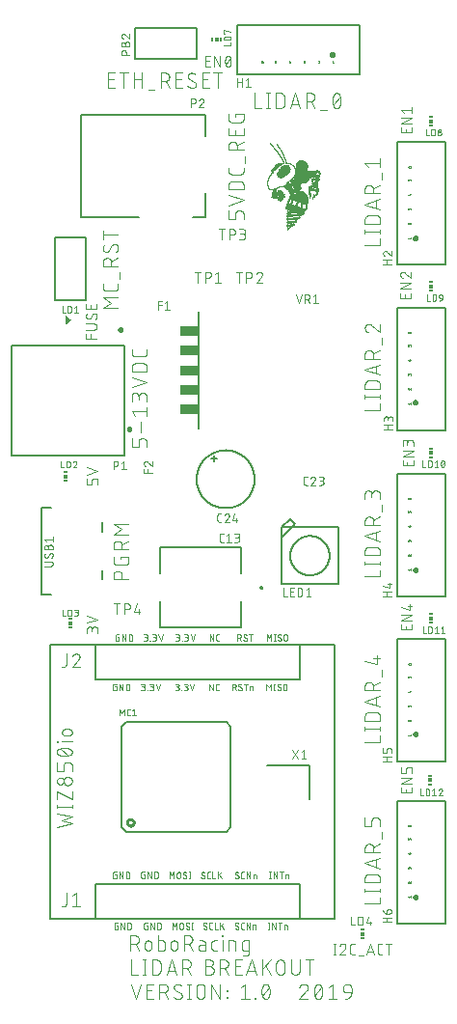
<source format=gbr>
G04 EAGLE Gerber RS-274X export*
G75*
%MOMM*%
%FSLAX34Y34*%
%LPD*%
%INSilkscreen Top*%
%IPPOS*%
%AMOC8*
5,1,8,0,0,1.08239X$1,22.5*%
G01*
%ADD10C,0.076200*%
%ADD11C,0.101600*%
%ADD12C,0.304800*%
%ADD13C,0.050800*%
%ADD14R,0.300000X0.150000*%
%ADD15R,0.300000X0.300000*%
%ADD16C,0.203200*%
%ADD17R,1.676400X0.965200*%
%ADD18C,0.127000*%
%ADD19C,0.240000*%
%ADD20C,0.254000*%
%ADD21C,0.152400*%
%ADD22C,0.170000*%
%ADD23C,0.025400*%
%ADD24R,0.150000X0.300000*%
%ADD25R,0.030481X0.010156*%
%ADD26R,0.030475X0.010156*%
%ADD27R,0.050800X0.010156*%
%ADD28R,0.050800X0.010162*%
%ADD29R,0.071119X0.010156*%
%ADD30R,0.040638X0.010156*%
%ADD31R,0.030481X0.010162*%
%ADD32R,0.030475X0.010162*%
%ADD33R,0.040638X0.010162*%
%ADD34R,0.020319X0.010156*%
%ADD35R,0.010156X0.010156*%
%ADD36R,0.132075X0.010156*%
%ADD37R,0.213363X0.010156*%
%ADD38R,0.254000X0.010162*%
%ADD39R,0.010156X0.010162*%
%ADD40R,0.375919X0.010156*%
%ADD41R,0.436875X0.010156*%
%ADD42R,0.518162X0.010156*%
%ADD43R,0.558800X0.010156*%
%ADD44R,0.599438X0.010162*%
%ADD45R,0.579119X0.010156*%
%ADD46R,0.599438X0.010156*%
%ADD47R,0.538481X0.010156*%
%ADD48R,0.010162X0.010162*%
%ADD49R,0.426719X0.010162*%
%ADD50R,0.010162X0.010156*%
%ADD51R,0.386081X0.010156*%
%ADD52R,0.294637X0.010156*%
%ADD53R,0.233681X0.010156*%
%ADD54R,0.142238X0.010156*%
%ADD55R,0.081275X0.010162*%
%ADD56R,0.132081X0.010162*%
%ADD57R,0.152400X0.010156*%
%ADD58R,0.365762X0.010156*%
%ADD59R,0.497838X0.010156*%
%ADD60R,0.568963X0.010162*%
%ADD61R,0.701037X0.010156*%
%ADD62R,0.772163X0.010156*%
%ADD63R,0.822963X0.010156*%
%ADD64R,0.843281X0.010156*%
%ADD65R,0.843281X0.010162*%
%ADD66R,0.833119X0.010156*%
%ADD67R,0.772156X0.010156*%
%ADD68R,0.548638X0.010156*%
%ADD69R,0.396238X0.010162*%
%ADD70R,0.335281X0.010156*%
%ADD71R,0.193038X0.010156*%
%ADD72R,0.172719X0.010156*%
%ADD73R,0.071119X0.010162*%
%ADD74R,0.182881X0.010156*%
%ADD75R,0.447038X0.010156*%
%ADD76R,0.721356X0.010162*%
%ADD77R,0.863600X0.010156*%
%ADD78R,0.965200X0.010156*%
%ADD79R,1.066800X0.010156*%
%ADD80R,1.076956X0.010156*%
%ADD81R,1.087119X0.010162*%
%ADD82R,1.087119X0.010156*%
%ADD83R,1.026156X0.010156*%
%ADD84R,0.802638X0.010156*%
%ADD85R,0.721363X0.010156*%
%ADD86R,0.538475X0.010162*%
%ADD87R,0.457200X0.010156*%
%ADD88R,0.284481X0.010156*%
%ADD89R,0.182875X0.010156*%
%ADD90R,0.060956X0.010156*%
%ADD91R,0.365756X0.010162*%
%ADD92R,0.477519X0.010156*%
%ADD93R,0.680719X0.010156*%
%ADD94R,0.782319X0.010156*%
%ADD95R,0.985519X0.010156*%
%ADD96R,1.229356X0.010156*%
%ADD97R,1.259838X0.010156*%
%ADD98R,1.249681X0.010156*%
%ADD99R,1.178556X0.010162*%
%ADD100R,0.975356X0.010156*%
%ADD101R,0.355600X0.010162*%
%ADD102R,0.314956X0.010156*%
%ADD103R,0.355600X0.010156*%
%ADD104R,0.396238X0.010156*%
%ADD105R,0.436881X0.010156*%
%ADD106R,0.548638X0.010162*%
%ADD107R,0.243838X0.010156*%
%ADD108R,0.609600X0.010156*%
%ADD109R,0.619756X0.010156*%
%ADD110R,0.589281X0.010156*%
%ADD111R,0.660400X0.010156*%
%ADD112R,0.721356X0.010156*%
%ADD113R,1.483356X0.010162*%
%ADD114R,1.483356X0.010156*%
%ADD115R,1.493519X0.010156*%
%ADD116R,1.513838X0.010156*%
%ADD117R,1.493519X0.010162*%
%ADD118R,1.341119X0.010156*%
%ADD119R,1.209037X0.010156*%
%ADD120R,1.005837X0.010156*%
%ADD121R,1.016000X0.010162*%
%ADD122R,1.097281X0.010156*%
%ADD123R,1.137919X0.010156*%
%ADD124R,1.148075X0.010162*%
%ADD125R,1.178556X0.010156*%
%ADD126R,1.270000X0.010156*%
%ADD127R,1.290319X0.010156*%
%ADD128R,1.391919X0.010162*%
%ADD129R,1.402081X0.010156*%
%ADD130R,1.442719X0.010156*%
%ADD131R,1.473200X0.010156*%
%ADD132R,1.595119X0.010156*%
%ADD133R,1.584956X0.010162*%
%ADD134R,0.091438X0.010156*%
%ADD135R,1.463037X0.010156*%
%ADD136R,0.101600X0.010156*%
%ADD137R,1.452881X0.010156*%
%ADD138R,1.452881X0.010162*%
%ADD139R,0.111756X0.010162*%
%ADD140R,0.111756X0.010156*%
%ADD141R,0.101600X0.010162*%
%ADD142R,1.452875X0.010162*%
%ADD143R,0.121919X0.010162*%
%ADD144R,1.452875X0.010156*%
%ADD145R,0.111763X0.010156*%
%ADD146R,0.121919X0.010156*%
%ADD147R,1.432556X0.010162*%
%ADD148R,1.198881X0.010156*%
%ADD149R,1.188719X0.010156*%
%ADD150R,1.148075X0.010156*%
%ADD151R,1.127763X0.010162*%
%ADD152R,0.182881X0.010162*%
%ADD153R,0.162556X0.010156*%
%ADD154R,1.036319X0.010156*%
%ADD155R,0.965200X0.010162*%
%ADD156R,0.172719X0.010162*%
%ADD157R,0.132081X0.010156*%
%ADD158R,0.955038X0.010156*%
%ADD159R,0.944881X0.010156*%
%ADD160R,0.081281X0.010156*%
%ADD161R,0.640075X0.010162*%
%ADD162R,0.193038X0.010162*%
%ADD163R,0.528319X0.010156*%
%ADD164R,0.436881X0.010162*%
%ADD165R,0.426719X0.010156*%
%ADD166R,0.213356X0.010156*%
%ADD167R,0.264163X0.010162*%
%ADD168R,0.223519X0.010162*%
%ADD169R,0.254000X0.010156*%
%ADD170R,0.274319X0.010156*%
%ADD171R,0.304800X0.010156*%
%ADD172R,0.162562X0.010156*%
%ADD173R,0.132075X0.010162*%
%ADD174R,0.518156X0.010162*%
%ADD175R,0.508000X0.010156*%
%ADD176R,0.152400X0.010162*%
%ADD177R,0.518162X0.010162*%
%ADD178R,0.629919X0.010156*%
%ADD179R,0.670556X0.010162*%
%ADD180R,0.182875X0.010162*%
%ADD181R,0.792475X0.010162*%
%ADD182R,0.995675X0.010156*%
%ADD183R,0.975356X0.010162*%
%ADD184R,0.020319X0.010162*%
%ADD185R,0.345438X0.010156*%
%ADD186R,1.016000X0.010156*%
%ADD187R,0.375919X0.010162*%
%ADD188R,0.142238X0.010162*%
%ADD189R,1.127756X0.010162*%
%ADD190R,0.091438X0.010162*%
%ADD191R,1.249675X0.010156*%
%ADD192R,0.386075X0.010156*%
%ADD193R,0.406400X0.010156*%
%ADD194R,1.239519X0.010156*%
%ADD195R,1.249675X0.010162*%
%ADD196R,0.416563X0.010156*%
%ADD197R,1.310638X0.010156*%
%ADD198R,1.432556X0.010156*%
%ADD199R,1.391919X0.010156*%
%ADD200R,0.203200X0.010162*%
%ADD201R,0.233681X0.010162*%
%ADD202R,1.330956X0.010156*%
%ADD203R,0.203200X0.010156*%
%ADD204R,1.320800X0.010156*%
%ADD205R,1.209037X0.010162*%
%ADD206R,0.345438X0.010162*%
%ADD207R,1.148081X0.010156*%
%ADD208R,1.107438X0.010156*%
%ADD209R,1.076963X0.010156*%
%ADD210R,0.284475X0.010162*%
%ADD211R,0.294637X0.010162*%
%ADD212R,0.213363X0.010162*%
%ADD213R,1.066800X0.010162*%
%ADD214R,0.487675X0.010162*%
%ADD215R,0.538475X0.010156*%
%ADD216R,0.924556X0.010156*%
%ADD217R,0.731519X0.010162*%
%ADD218R,0.243838X0.010162*%
%ADD219R,0.894075X0.010162*%
%ADD220R,0.609600X0.010162*%
%ADD221R,0.741681X0.010156*%
%ADD222R,0.883919X0.010156*%
%ADD223R,0.640075X0.010156*%
%ADD224R,0.822956X0.010156*%
%ADD225R,0.812800X0.010156*%
%ADD226R,0.690881X0.010156*%
%ADD227R,0.751838X0.010156*%
%ADD228R,0.711200X0.010156*%
%ADD229R,0.741681X0.010162*%
%ADD230R,0.060963X0.010162*%
%ADD231R,0.060963X0.010156*%
%ADD232R,0.792481X0.010156*%
%ADD233R,0.223519X0.010156*%
%ADD234R,0.640081X0.010156*%
%ADD235R,0.518156X0.010156*%
%ADD236R,0.508000X0.010162*%
%ADD237R,0.863600X0.010162*%
%ADD238R,0.081281X0.010162*%
%ADD239R,0.528319X0.010162*%
%ADD240R,0.162556X0.010162*%
%ADD241R,0.335281X0.010162*%
%ADD242R,1.026156X0.010162*%
%ADD243R,1.046481X0.010156*%
%ADD244R,1.127756X0.010156*%
%ADD245R,0.762000X0.010162*%
%ADD246R,0.314956X0.010162*%
%ADD247R,1.168400X0.010162*%
%ADD248R,0.762000X0.010156*%
%ADD249R,0.264156X0.010156*%
%ADD250R,0.284475X0.010156*%
%ADD251R,0.274319X0.010162*%
%ADD252R,0.335275X0.010156*%
%ADD253R,0.325119X0.010156*%
%ADD254R,0.233675X0.010162*%
%ADD255R,0.670563X0.010156*%
%ADD256R,0.944881X0.010162*%
%ADD257R,0.619756X0.010162*%
%ADD258R,0.914400X0.010156*%
%ADD259R,0.568963X0.010156*%
%ADD260R,0.447038X0.010162*%
%ADD261R,0.497838X0.010162*%
%ADD262R,0.416556X0.010156*%
%ADD263R,0.568956X0.010156*%
%ADD264R,0.487681X0.010156*%
%ADD265R,0.670556X0.010156*%
%ADD266R,0.365756X0.010156*%
%ADD267R,0.751838X0.010162*%
%ADD268R,0.111763X0.010162*%
%ADD269R,0.822956X0.010162*%
%ADD270R,0.264156X0.010162*%
%ADD271R,0.467363X0.010162*%
%ADD272R,0.060956X0.010162*%
%ADD273R,0.883919X0.010162*%
%ADD274R,0.904238X0.010156*%
%ADD275R,0.660400X0.010162*%
%ADD276R,0.589275X0.010156*%
%ADD277R,0.233675X0.010156*%
%ADD278R,0.213356X0.010162*%
%ADD279R,0.457200X0.010162*%
%ADD280R,0.314963X0.010156*%
%ADD281R,0.264163X0.010156*%
%ADD282R,0.081275X0.010156*%
%ADD283R,0.436875X0.010162*%
%ADD284R,0.579119X0.010162*%
%ADD285R,0.680719X0.010162*%
%ADD286R,0.619762X0.010156*%
%ADD287R,0.487675X0.010156*%
%ADD288R,0.467356X0.010156*%
%ADD289R,0.477519X0.010162*%
%ADD290R,0.924563X0.010162*%
%ADD291R,0.650238X0.010156*%
%ADD292R,0.670563X0.010162*%
%ADD293R,0.416556X0.010162*%
%ADD294R,0.843275X0.010156*%
%ADD295R,0.416563X0.010162*%
%ADD296R,1.046475X0.010156*%
%ADD297R,1.056638X0.010156*%
%ADD298R,1.158238X0.010156*%
%ADD299R,1.168400X0.010156*%
%ADD300R,1.188719X0.010162*%
%ADD301R,1.270000X0.010162*%
%ADD302R,1.310638X0.010162*%
%ADD303R,1.351275X0.010156*%
%ADD304R,1.351275X0.010162*%
%ADD305R,1.361438X0.010156*%
%ADD306R,1.361438X0.010162*%
%ADD307R,1.371600X0.010156*%
%ADD308R,1.381763X0.010156*%
%ADD309R,1.371600X0.010162*%
%ADD310R,0.386075X0.010162*%
%ADD311R,1.432562X0.010162*%
%ADD312R,0.386081X0.010162*%
%ADD313R,1.554481X0.010156*%
%ADD314R,1.229356X0.010162*%
%ADD315R,0.335275X0.010162*%
%ADD316R,1.280156X0.010156*%
%ADD317R,1.574800X0.010162*%
%ADD318R,1.635756X0.010156*%
%ADD319R,1.645919X0.010156*%
%ADD320R,1.656075X0.010156*%
%ADD321R,1.666238X0.010156*%
%ADD322R,1.676400X0.010162*%
%ADD323R,0.731519X0.010156*%
%ADD324R,1.656081X0.010156*%
%ADD325R,1.676400X0.010156*%
%ADD326R,0.792475X0.010156*%
%ADD327R,0.802638X0.010162*%
%ADD328R,1.473200X0.010162*%
%ADD329R,1.869438X0.010156*%
%ADD330R,1.838956X0.010156*%
%ADD331R,0.853438X0.010156*%
%ADD332R,1.849119X0.010156*%
%ADD333R,1.818638X0.010156*%
%ADD334R,0.873756X0.010162*%
%ADD335R,1.818638X0.010162*%
%ADD336R,1.808475X0.010156*%
%ADD337R,0.894075X0.010156*%
%ADD338R,0.914400X0.010162*%
%ADD339R,0.944875X0.010156*%
%ADD340R,1.117600X0.010156*%
%ADD341R,0.955038X0.010162*%
%ADD342R,1.341119X0.010162*%
%ADD343R,1.534156X0.010156*%
%ADD344R,0.985519X0.010162*%
%ADD345R,1.808481X0.010162*%
%ADD346R,0.995681X0.010156*%
%ADD347R,1.828800X0.010156*%
%ADD348R,1.859281X0.010156*%
%ADD349R,1.889756X0.010156*%
%ADD350R,2.164081X0.010162*%
%ADD351R,2.143763X0.010156*%
%ADD352R,2.153919X0.010156*%
%ADD353R,1.005837X0.010162*%
%ADD354R,0.975363X0.010156*%
%ADD355R,0.640081X0.010162*%
%ADD356R,0.995681X0.010162*%
%ADD357R,1.046475X0.010162*%
%ADD358R,0.325119X0.010162*%
%ADD359R,0.934719X0.010156*%
%ADD360R,0.894081X0.010156*%
%ADD361R,0.904238X0.010162*%
%ADD362R,0.782319X0.010162*%
%ADD363R,0.701037X0.010162*%
%ADD364R,1.056638X0.010162*%
%ADD365R,1.046481X0.010162*%
%ADD366R,1.026163X0.010162*%
%ADD367R,1.026163X0.010156*%
%ADD368R,0.467356X0.010162*%
%ADD369R,0.741675X0.010156*%

G36*
X21863Y608207D02*
X21863Y608207D01*
X21932Y608214D01*
X21964Y608231D01*
X21990Y608237D01*
X22023Y608262D01*
X22080Y608291D01*
X26080Y611291D01*
X26105Y611319D01*
X26133Y611338D01*
X26152Y611369D01*
X26189Y611404D01*
X26198Y611423D01*
X26212Y611439D01*
X26228Y611487D01*
X26240Y611506D01*
X26244Y611530D01*
X26268Y611586D01*
X26269Y611607D01*
X26275Y611628D01*
X26271Y611689D01*
X26273Y611702D01*
X26270Y611717D01*
X26270Y611785D01*
X26262Y611805D01*
X26260Y611826D01*
X26229Y611887D01*
X26227Y611895D01*
X26221Y611903D01*
X26194Y611969D01*
X26178Y611986D01*
X26169Y612003D01*
X26135Y612031D01*
X26080Y612089D01*
X22080Y615089D01*
X22017Y615119D01*
X21960Y615156D01*
X21928Y615161D01*
X21900Y615175D01*
X21831Y615178D01*
X21763Y615189D01*
X21733Y615182D01*
X21701Y615183D01*
X21637Y615159D01*
X21570Y615143D01*
X21545Y615124D01*
X21515Y615113D01*
X21465Y615066D01*
X21410Y615025D01*
X21394Y614998D01*
X21371Y614976D01*
X21343Y614913D01*
X21308Y614854D01*
X21303Y614819D01*
X21292Y614794D01*
X21291Y614752D01*
X21281Y614690D01*
X21281Y608690D01*
X21294Y608623D01*
X21300Y608554D01*
X21314Y608526D01*
X21320Y608495D01*
X21359Y608438D01*
X21391Y608377D01*
X21415Y608357D01*
X21433Y608331D01*
X21491Y608294D01*
X21544Y608250D01*
X21574Y608241D01*
X21600Y608224D01*
X21668Y608213D01*
X21734Y608193D01*
X21765Y608196D01*
X21797Y608191D01*
X21863Y608207D01*
G37*
D10*
X49779Y337371D02*
X49779Y339982D01*
X49777Y340083D01*
X49771Y340184D01*
X49761Y340285D01*
X49748Y340385D01*
X49730Y340485D01*
X49709Y340584D01*
X49683Y340682D01*
X49654Y340779D01*
X49622Y340875D01*
X49585Y340969D01*
X49545Y341062D01*
X49501Y341154D01*
X49454Y341243D01*
X49403Y341331D01*
X49349Y341417D01*
X49292Y341500D01*
X49232Y341582D01*
X49168Y341660D01*
X49102Y341737D01*
X49032Y341810D01*
X48960Y341881D01*
X48885Y341949D01*
X48807Y342014D01*
X48727Y342076D01*
X48645Y342135D01*
X48560Y342191D01*
X48474Y342243D01*
X48385Y342292D01*
X48294Y342338D01*
X48202Y342379D01*
X48108Y342418D01*
X48013Y342452D01*
X47917Y342483D01*
X47819Y342510D01*
X47721Y342534D01*
X47621Y342553D01*
X47521Y342569D01*
X47421Y342581D01*
X47320Y342589D01*
X47219Y342593D01*
X47117Y342593D01*
X47016Y342589D01*
X46915Y342581D01*
X46815Y342569D01*
X46715Y342553D01*
X46615Y342534D01*
X46517Y342510D01*
X46419Y342483D01*
X46323Y342452D01*
X46228Y342418D01*
X46134Y342379D01*
X46042Y342338D01*
X45951Y342292D01*
X45863Y342243D01*
X45776Y342191D01*
X45691Y342135D01*
X45609Y342076D01*
X45529Y342014D01*
X45451Y341949D01*
X45376Y341881D01*
X45304Y341810D01*
X45234Y341737D01*
X45168Y341660D01*
X45104Y341582D01*
X45044Y341500D01*
X44987Y341417D01*
X44933Y341331D01*
X44882Y341243D01*
X44835Y341154D01*
X44791Y341062D01*
X44751Y340969D01*
X44714Y340875D01*
X44682Y340779D01*
X44653Y340682D01*
X44627Y340584D01*
X44606Y340485D01*
X44588Y340385D01*
X44575Y340285D01*
X44565Y340184D01*
X44559Y340083D01*
X44557Y339982D01*
X40381Y340504D02*
X40381Y337371D01*
X40381Y340504D02*
X40383Y340594D01*
X40389Y340683D01*
X40398Y340773D01*
X40412Y340862D01*
X40429Y340950D01*
X40450Y341037D01*
X40475Y341124D01*
X40504Y341209D01*
X40536Y341293D01*
X40571Y341375D01*
X40611Y341456D01*
X40653Y341535D01*
X40699Y341612D01*
X40749Y341687D01*
X40801Y341760D01*
X40857Y341831D01*
X40915Y341899D01*
X40977Y341964D01*
X41041Y342027D01*
X41108Y342087D01*
X41177Y342144D01*
X41249Y342198D01*
X41323Y342249D01*
X41399Y342297D01*
X41477Y342341D01*
X41557Y342382D01*
X41639Y342420D01*
X41722Y342454D01*
X41807Y342484D01*
X41893Y342511D01*
X41979Y342534D01*
X42067Y342553D01*
X42156Y342568D01*
X42245Y342580D01*
X42334Y342588D01*
X42424Y342592D01*
X42514Y342592D01*
X42604Y342588D01*
X42693Y342580D01*
X42782Y342568D01*
X42871Y342553D01*
X42959Y342534D01*
X43045Y342511D01*
X43131Y342484D01*
X43216Y342454D01*
X43299Y342420D01*
X43381Y342382D01*
X43461Y342341D01*
X43539Y342297D01*
X43615Y342249D01*
X43689Y342198D01*
X43761Y342144D01*
X43830Y342087D01*
X43897Y342027D01*
X43961Y341964D01*
X44023Y341899D01*
X44081Y341831D01*
X44137Y341760D01*
X44189Y341687D01*
X44239Y341612D01*
X44285Y341535D01*
X44327Y341456D01*
X44367Y341375D01*
X44402Y341293D01*
X44434Y341209D01*
X44463Y341124D01*
X44488Y341037D01*
X44509Y340950D01*
X44526Y340862D01*
X44540Y340773D01*
X44549Y340683D01*
X44555Y340594D01*
X44557Y340504D01*
X44558Y340504D02*
X44558Y338415D01*
X40381Y345993D02*
X49779Y349126D01*
X40381Y352258D01*
X49779Y467472D02*
X49779Y470605D01*
X49777Y470694D01*
X49771Y470782D01*
X49762Y470870D01*
X49749Y470958D01*
X49732Y471045D01*
X49712Y471131D01*
X49687Y471216D01*
X49660Y471301D01*
X49628Y471384D01*
X49594Y471465D01*
X49555Y471545D01*
X49514Y471623D01*
X49469Y471700D01*
X49421Y471774D01*
X49370Y471847D01*
X49316Y471917D01*
X49258Y471984D01*
X49198Y472050D01*
X49136Y472112D01*
X49070Y472172D01*
X49003Y472230D01*
X48933Y472284D01*
X48860Y472335D01*
X48786Y472383D01*
X48709Y472428D01*
X48631Y472469D01*
X48551Y472508D01*
X48470Y472542D01*
X48387Y472574D01*
X48302Y472601D01*
X48217Y472626D01*
X48131Y472646D01*
X48044Y472663D01*
X47956Y472676D01*
X47868Y472685D01*
X47780Y472691D01*
X47691Y472693D01*
X46646Y472693D01*
X46557Y472691D01*
X46469Y472685D01*
X46381Y472676D01*
X46293Y472663D01*
X46206Y472646D01*
X46120Y472626D01*
X46035Y472601D01*
X45950Y472574D01*
X45867Y472542D01*
X45786Y472508D01*
X45706Y472469D01*
X45628Y472428D01*
X45551Y472383D01*
X45477Y472335D01*
X45404Y472284D01*
X45334Y472230D01*
X45267Y472172D01*
X45201Y472112D01*
X45139Y472050D01*
X45079Y471984D01*
X45021Y471917D01*
X44967Y471847D01*
X44916Y471774D01*
X44868Y471700D01*
X44823Y471623D01*
X44782Y471545D01*
X44743Y471465D01*
X44709Y471384D01*
X44677Y471301D01*
X44650Y471216D01*
X44625Y471131D01*
X44605Y471045D01*
X44588Y470958D01*
X44575Y470870D01*
X44566Y470782D01*
X44560Y470694D01*
X44558Y470605D01*
X44558Y467472D01*
X40381Y467472D01*
X40381Y472693D01*
X40381Y476094D02*
X49779Y479226D01*
X40381Y482359D01*
D11*
X78798Y50492D02*
X78798Y37284D01*
X84668Y37284D01*
X90550Y37284D02*
X90550Y50492D01*
X89083Y37284D02*
X92018Y37284D01*
X92018Y50492D02*
X89083Y50492D01*
X97549Y50492D02*
X97549Y37284D01*
X97549Y50492D02*
X101218Y50492D01*
X101338Y50490D01*
X101458Y50484D01*
X101578Y50474D01*
X101697Y50461D01*
X101816Y50443D01*
X101934Y50422D01*
X102051Y50396D01*
X102168Y50367D01*
X102283Y50334D01*
X102397Y50297D01*
X102510Y50257D01*
X102622Y50213D01*
X102732Y50165D01*
X102841Y50114D01*
X102948Y50059D01*
X103053Y50000D01*
X103155Y49939D01*
X103256Y49874D01*
X103355Y49805D01*
X103452Y49734D01*
X103546Y49659D01*
X103637Y49582D01*
X103726Y49501D01*
X103812Y49417D01*
X103896Y49331D01*
X103977Y49242D01*
X104054Y49151D01*
X104129Y49057D01*
X104200Y48960D01*
X104269Y48861D01*
X104334Y48760D01*
X104395Y48658D01*
X104454Y48553D01*
X104509Y48446D01*
X104560Y48337D01*
X104608Y48227D01*
X104652Y48115D01*
X104692Y48002D01*
X104729Y47888D01*
X104762Y47773D01*
X104791Y47656D01*
X104817Y47539D01*
X104838Y47421D01*
X104856Y47302D01*
X104869Y47183D01*
X104879Y47063D01*
X104885Y46943D01*
X104887Y46823D01*
X104887Y40953D01*
X104885Y40833D01*
X104879Y40713D01*
X104869Y40593D01*
X104856Y40474D01*
X104838Y40355D01*
X104817Y40237D01*
X104791Y40120D01*
X104762Y40003D01*
X104729Y39888D01*
X104692Y39774D01*
X104652Y39661D01*
X104608Y39549D01*
X104560Y39439D01*
X104509Y39330D01*
X104454Y39223D01*
X104395Y39119D01*
X104334Y39016D01*
X104269Y38915D01*
X104200Y38816D01*
X104129Y38719D01*
X104054Y38625D01*
X103977Y38534D01*
X103896Y38445D01*
X103812Y38359D01*
X103726Y38275D01*
X103637Y38194D01*
X103546Y38117D01*
X103452Y38042D01*
X103355Y37971D01*
X103256Y37902D01*
X103155Y37837D01*
X103053Y37776D01*
X102948Y37717D01*
X102841Y37662D01*
X102732Y37611D01*
X102622Y37563D01*
X102510Y37519D01*
X102397Y37479D01*
X102283Y37442D01*
X102168Y37409D01*
X102051Y37380D01*
X101934Y37354D01*
X101816Y37333D01*
X101697Y37315D01*
X101578Y37302D01*
X101458Y37292D01*
X101338Y37286D01*
X101218Y37284D01*
X97549Y37284D01*
X110044Y37284D02*
X114447Y50492D01*
X118849Y37284D01*
X117749Y40586D02*
X111145Y40586D01*
X124084Y37284D02*
X124084Y50492D01*
X127753Y50492D01*
X127873Y50490D01*
X127993Y50484D01*
X128113Y50474D01*
X128232Y50461D01*
X128351Y50443D01*
X128469Y50422D01*
X128586Y50396D01*
X128703Y50367D01*
X128818Y50334D01*
X128932Y50297D01*
X129045Y50257D01*
X129157Y50213D01*
X129267Y50165D01*
X129376Y50114D01*
X129483Y50059D01*
X129587Y50000D01*
X129690Y49939D01*
X129791Y49874D01*
X129890Y49805D01*
X129987Y49734D01*
X130081Y49659D01*
X130172Y49582D01*
X130261Y49501D01*
X130347Y49417D01*
X130431Y49331D01*
X130512Y49242D01*
X130589Y49151D01*
X130664Y49057D01*
X130735Y48960D01*
X130804Y48861D01*
X130869Y48760D01*
X130930Y48658D01*
X130989Y48553D01*
X131044Y48446D01*
X131095Y48337D01*
X131143Y48227D01*
X131187Y48115D01*
X131227Y48002D01*
X131264Y47888D01*
X131297Y47773D01*
X131326Y47656D01*
X131352Y47539D01*
X131373Y47421D01*
X131391Y47302D01*
X131404Y47183D01*
X131414Y47063D01*
X131420Y46943D01*
X131422Y46823D01*
X131420Y46703D01*
X131414Y46583D01*
X131404Y46463D01*
X131391Y46344D01*
X131373Y46225D01*
X131352Y46107D01*
X131326Y45990D01*
X131297Y45873D01*
X131264Y45758D01*
X131227Y45644D01*
X131187Y45531D01*
X131143Y45419D01*
X131095Y45309D01*
X131044Y45200D01*
X130989Y45093D01*
X130930Y44989D01*
X130869Y44886D01*
X130804Y44785D01*
X130735Y44686D01*
X130664Y44589D01*
X130589Y44495D01*
X130512Y44404D01*
X130431Y44315D01*
X130347Y44229D01*
X130261Y44145D01*
X130172Y44064D01*
X130081Y43987D01*
X129987Y43912D01*
X129890Y43841D01*
X129791Y43772D01*
X129690Y43707D01*
X129588Y43646D01*
X129483Y43587D01*
X129376Y43532D01*
X129267Y43481D01*
X129157Y43433D01*
X129045Y43389D01*
X128932Y43349D01*
X128818Y43312D01*
X128703Y43279D01*
X128586Y43250D01*
X128469Y43224D01*
X128351Y43203D01*
X128232Y43185D01*
X128113Y43172D01*
X127993Y43162D01*
X127873Y43156D01*
X127753Y43154D01*
X124084Y43154D01*
X128487Y43154D02*
X131422Y37284D01*
X144241Y44622D02*
X147910Y44622D01*
X148030Y44620D01*
X148150Y44614D01*
X148270Y44604D01*
X148389Y44591D01*
X148508Y44573D01*
X148626Y44552D01*
X148743Y44526D01*
X148860Y44497D01*
X148975Y44464D01*
X149089Y44427D01*
X149202Y44387D01*
X149314Y44343D01*
X149424Y44295D01*
X149533Y44244D01*
X149640Y44189D01*
X149744Y44130D01*
X149847Y44069D01*
X149948Y44004D01*
X150047Y43935D01*
X150144Y43864D01*
X150238Y43789D01*
X150329Y43712D01*
X150418Y43631D01*
X150504Y43547D01*
X150588Y43461D01*
X150669Y43372D01*
X150746Y43281D01*
X150821Y43187D01*
X150892Y43090D01*
X150961Y42991D01*
X151026Y42890D01*
X151087Y42788D01*
X151146Y42683D01*
X151201Y42576D01*
X151252Y42467D01*
X151300Y42357D01*
X151344Y42245D01*
X151384Y42132D01*
X151421Y42018D01*
X151454Y41903D01*
X151483Y41786D01*
X151509Y41669D01*
X151530Y41551D01*
X151548Y41432D01*
X151561Y41313D01*
X151571Y41193D01*
X151577Y41073D01*
X151579Y40953D01*
X151577Y40833D01*
X151571Y40713D01*
X151561Y40593D01*
X151548Y40474D01*
X151530Y40355D01*
X151509Y40237D01*
X151483Y40120D01*
X151454Y40003D01*
X151421Y39888D01*
X151384Y39774D01*
X151344Y39661D01*
X151300Y39549D01*
X151252Y39439D01*
X151201Y39330D01*
X151146Y39223D01*
X151087Y39119D01*
X151026Y39016D01*
X150961Y38915D01*
X150892Y38816D01*
X150821Y38719D01*
X150746Y38625D01*
X150669Y38534D01*
X150588Y38445D01*
X150504Y38359D01*
X150418Y38275D01*
X150329Y38194D01*
X150238Y38117D01*
X150144Y38042D01*
X150047Y37971D01*
X149948Y37902D01*
X149847Y37837D01*
X149745Y37776D01*
X149640Y37717D01*
X149533Y37662D01*
X149424Y37611D01*
X149314Y37563D01*
X149202Y37519D01*
X149089Y37479D01*
X148975Y37442D01*
X148860Y37409D01*
X148743Y37380D01*
X148626Y37354D01*
X148508Y37333D01*
X148389Y37315D01*
X148270Y37302D01*
X148150Y37292D01*
X148030Y37286D01*
X147910Y37284D01*
X144241Y37284D01*
X144241Y50492D01*
X147910Y50492D01*
X148017Y50490D01*
X148124Y50484D01*
X148231Y50474D01*
X148337Y50461D01*
X148443Y50443D01*
X148548Y50422D01*
X148652Y50397D01*
X148756Y50368D01*
X148858Y50335D01*
X148958Y50298D01*
X149058Y50258D01*
X149156Y50214D01*
X149252Y50167D01*
X149346Y50116D01*
X149439Y50062D01*
X149529Y50005D01*
X149618Y49944D01*
X149704Y49880D01*
X149787Y49813D01*
X149869Y49743D01*
X149947Y49670D01*
X150023Y49594D01*
X150096Y49516D01*
X150166Y49434D01*
X150233Y49351D01*
X150297Y49265D01*
X150358Y49176D01*
X150415Y49086D01*
X150469Y48993D01*
X150520Y48899D01*
X150567Y48803D01*
X150611Y48705D01*
X150651Y48605D01*
X150688Y48505D01*
X150721Y48403D01*
X150750Y48299D01*
X150775Y48195D01*
X150796Y48090D01*
X150814Y47984D01*
X150827Y47878D01*
X150837Y47771D01*
X150843Y47664D01*
X150845Y47557D01*
X150843Y47450D01*
X150837Y47343D01*
X150827Y47236D01*
X150814Y47130D01*
X150796Y47024D01*
X150775Y46919D01*
X150750Y46815D01*
X150721Y46711D01*
X150688Y46609D01*
X150651Y46509D01*
X150611Y46409D01*
X150567Y46311D01*
X150520Y46215D01*
X150469Y46121D01*
X150415Y46028D01*
X150358Y45938D01*
X150297Y45849D01*
X150233Y45763D01*
X150166Y45680D01*
X150096Y45598D01*
X150023Y45520D01*
X149947Y45444D01*
X149869Y45371D01*
X149787Y45301D01*
X149704Y45234D01*
X149618Y45170D01*
X149529Y45109D01*
X149439Y45052D01*
X149346Y44998D01*
X149252Y44947D01*
X149156Y44900D01*
X149058Y44856D01*
X148958Y44816D01*
X148858Y44779D01*
X148756Y44746D01*
X148652Y44717D01*
X148548Y44692D01*
X148443Y44671D01*
X148337Y44653D01*
X148231Y44640D01*
X148124Y44630D01*
X148017Y44624D01*
X147910Y44622D01*
X156941Y50492D02*
X156941Y37284D01*
X156941Y50492D02*
X160610Y50492D01*
X160730Y50490D01*
X160850Y50484D01*
X160970Y50474D01*
X161089Y50461D01*
X161208Y50443D01*
X161326Y50422D01*
X161443Y50396D01*
X161560Y50367D01*
X161675Y50334D01*
X161789Y50297D01*
X161902Y50257D01*
X162014Y50213D01*
X162124Y50165D01*
X162233Y50114D01*
X162340Y50059D01*
X162444Y50000D01*
X162547Y49939D01*
X162648Y49874D01*
X162747Y49805D01*
X162844Y49734D01*
X162938Y49659D01*
X163029Y49582D01*
X163118Y49501D01*
X163204Y49417D01*
X163288Y49331D01*
X163369Y49242D01*
X163446Y49151D01*
X163521Y49057D01*
X163592Y48960D01*
X163661Y48861D01*
X163726Y48760D01*
X163787Y48658D01*
X163846Y48553D01*
X163901Y48446D01*
X163952Y48337D01*
X164000Y48227D01*
X164044Y48115D01*
X164084Y48002D01*
X164121Y47888D01*
X164154Y47773D01*
X164183Y47656D01*
X164209Y47539D01*
X164230Y47421D01*
X164248Y47302D01*
X164261Y47183D01*
X164271Y47063D01*
X164277Y46943D01*
X164279Y46823D01*
X164277Y46703D01*
X164271Y46583D01*
X164261Y46463D01*
X164248Y46344D01*
X164230Y46225D01*
X164209Y46107D01*
X164183Y45990D01*
X164154Y45873D01*
X164121Y45758D01*
X164084Y45644D01*
X164044Y45531D01*
X164000Y45419D01*
X163952Y45309D01*
X163901Y45200D01*
X163846Y45093D01*
X163787Y44989D01*
X163726Y44886D01*
X163661Y44785D01*
X163592Y44686D01*
X163521Y44589D01*
X163446Y44495D01*
X163369Y44404D01*
X163288Y44315D01*
X163204Y44229D01*
X163118Y44145D01*
X163029Y44064D01*
X162938Y43987D01*
X162844Y43912D01*
X162747Y43841D01*
X162648Y43772D01*
X162547Y43707D01*
X162445Y43646D01*
X162340Y43587D01*
X162233Y43532D01*
X162124Y43481D01*
X162014Y43433D01*
X161902Y43389D01*
X161789Y43349D01*
X161675Y43312D01*
X161560Y43279D01*
X161443Y43250D01*
X161326Y43224D01*
X161208Y43203D01*
X161089Y43185D01*
X160970Y43172D01*
X160850Y43162D01*
X160730Y43156D01*
X160610Y43154D01*
X156941Y43154D01*
X161344Y43154D02*
X164279Y37284D01*
X170116Y37284D02*
X175986Y37284D01*
X170116Y37284D02*
X170116Y50492D01*
X175986Y50492D01*
X174518Y44622D02*
X170116Y44622D01*
X180026Y37284D02*
X184429Y50492D01*
X188831Y37284D01*
X187731Y40586D02*
X181127Y40586D01*
X194167Y37284D02*
X194167Y50492D01*
X201505Y50492D02*
X194167Y42420D01*
X197103Y45356D02*
X201505Y37284D01*
X206363Y40953D02*
X206363Y46823D01*
X206365Y46943D01*
X206371Y47063D01*
X206381Y47183D01*
X206394Y47302D01*
X206412Y47421D01*
X206433Y47539D01*
X206459Y47656D01*
X206488Y47773D01*
X206521Y47888D01*
X206558Y48002D01*
X206598Y48115D01*
X206642Y48227D01*
X206690Y48337D01*
X206741Y48446D01*
X206796Y48553D01*
X206855Y48657D01*
X206916Y48760D01*
X206981Y48861D01*
X207050Y48960D01*
X207121Y49057D01*
X207196Y49151D01*
X207273Y49242D01*
X207354Y49331D01*
X207438Y49417D01*
X207524Y49501D01*
X207613Y49582D01*
X207704Y49659D01*
X207798Y49734D01*
X207895Y49805D01*
X207994Y49874D01*
X208095Y49939D01*
X208198Y50000D01*
X208302Y50059D01*
X208409Y50114D01*
X208518Y50165D01*
X208628Y50213D01*
X208740Y50257D01*
X208853Y50297D01*
X208967Y50334D01*
X209082Y50367D01*
X209199Y50396D01*
X209316Y50422D01*
X209434Y50443D01*
X209553Y50461D01*
X209672Y50474D01*
X209792Y50484D01*
X209912Y50490D01*
X210032Y50492D01*
X210152Y50490D01*
X210272Y50484D01*
X210392Y50474D01*
X210511Y50461D01*
X210630Y50443D01*
X210748Y50422D01*
X210865Y50396D01*
X210982Y50367D01*
X211097Y50334D01*
X211211Y50297D01*
X211324Y50257D01*
X211436Y50213D01*
X211546Y50165D01*
X211655Y50114D01*
X211762Y50059D01*
X211867Y50000D01*
X211969Y49939D01*
X212070Y49874D01*
X212169Y49805D01*
X212266Y49734D01*
X212360Y49659D01*
X212451Y49582D01*
X212540Y49501D01*
X212626Y49417D01*
X212710Y49331D01*
X212791Y49242D01*
X212868Y49151D01*
X212943Y49057D01*
X213014Y48960D01*
X213083Y48861D01*
X213148Y48760D01*
X213209Y48658D01*
X213268Y48553D01*
X213323Y48446D01*
X213374Y48337D01*
X213422Y48227D01*
X213466Y48115D01*
X213506Y48002D01*
X213543Y47888D01*
X213576Y47773D01*
X213605Y47656D01*
X213631Y47539D01*
X213652Y47421D01*
X213670Y47302D01*
X213683Y47183D01*
X213693Y47063D01*
X213699Y46943D01*
X213701Y46823D01*
X213701Y40953D01*
X213699Y40833D01*
X213693Y40713D01*
X213683Y40593D01*
X213670Y40474D01*
X213652Y40355D01*
X213631Y40237D01*
X213605Y40120D01*
X213576Y40003D01*
X213543Y39888D01*
X213506Y39774D01*
X213466Y39661D01*
X213422Y39549D01*
X213374Y39439D01*
X213323Y39330D01*
X213268Y39223D01*
X213209Y39119D01*
X213148Y39016D01*
X213083Y38915D01*
X213014Y38816D01*
X212943Y38719D01*
X212868Y38625D01*
X212791Y38534D01*
X212710Y38445D01*
X212626Y38359D01*
X212540Y38275D01*
X212451Y38194D01*
X212360Y38117D01*
X212266Y38042D01*
X212169Y37971D01*
X212070Y37902D01*
X211969Y37837D01*
X211867Y37776D01*
X211762Y37717D01*
X211655Y37662D01*
X211546Y37611D01*
X211436Y37563D01*
X211324Y37519D01*
X211211Y37479D01*
X211097Y37442D01*
X210982Y37409D01*
X210865Y37380D01*
X210748Y37354D01*
X210630Y37333D01*
X210511Y37315D01*
X210392Y37302D01*
X210272Y37292D01*
X210152Y37286D01*
X210032Y37284D01*
X209912Y37286D01*
X209792Y37292D01*
X209672Y37302D01*
X209553Y37315D01*
X209434Y37333D01*
X209316Y37354D01*
X209199Y37380D01*
X209082Y37409D01*
X208967Y37442D01*
X208853Y37479D01*
X208740Y37519D01*
X208628Y37563D01*
X208518Y37611D01*
X208409Y37662D01*
X208302Y37717D01*
X208198Y37776D01*
X208095Y37837D01*
X207994Y37902D01*
X207895Y37971D01*
X207798Y38042D01*
X207704Y38117D01*
X207613Y38194D01*
X207524Y38275D01*
X207438Y38359D01*
X207354Y38445D01*
X207273Y38534D01*
X207196Y38625D01*
X207121Y38719D01*
X207050Y38816D01*
X206981Y38915D01*
X206916Y39016D01*
X206855Y39118D01*
X206796Y39223D01*
X206741Y39330D01*
X206690Y39439D01*
X206642Y39549D01*
X206598Y39661D01*
X206558Y39774D01*
X206521Y39888D01*
X206488Y40003D01*
X206459Y40120D01*
X206433Y40237D01*
X206412Y40355D01*
X206394Y40474D01*
X206381Y40593D01*
X206371Y40713D01*
X206365Y40833D01*
X206363Y40953D01*
X219591Y40953D02*
X219591Y50492D01*
X219591Y40953D02*
X219593Y40833D01*
X219599Y40713D01*
X219609Y40593D01*
X219622Y40474D01*
X219640Y40355D01*
X219661Y40237D01*
X219687Y40120D01*
X219716Y40003D01*
X219749Y39888D01*
X219786Y39774D01*
X219826Y39661D01*
X219870Y39549D01*
X219918Y39439D01*
X219969Y39330D01*
X220024Y39223D01*
X220083Y39118D01*
X220144Y39016D01*
X220209Y38915D01*
X220278Y38816D01*
X220349Y38719D01*
X220424Y38625D01*
X220501Y38534D01*
X220582Y38445D01*
X220666Y38359D01*
X220752Y38275D01*
X220841Y38194D01*
X220932Y38117D01*
X221026Y38042D01*
X221123Y37971D01*
X221222Y37902D01*
X221323Y37837D01*
X221426Y37776D01*
X221530Y37717D01*
X221637Y37662D01*
X221746Y37611D01*
X221856Y37563D01*
X221968Y37519D01*
X222081Y37479D01*
X222195Y37442D01*
X222310Y37409D01*
X222427Y37380D01*
X222544Y37354D01*
X222662Y37333D01*
X222781Y37315D01*
X222900Y37302D01*
X223020Y37292D01*
X223140Y37286D01*
X223260Y37284D01*
X223380Y37286D01*
X223500Y37292D01*
X223620Y37302D01*
X223739Y37315D01*
X223858Y37333D01*
X223976Y37354D01*
X224093Y37380D01*
X224210Y37409D01*
X224325Y37442D01*
X224439Y37479D01*
X224552Y37519D01*
X224664Y37563D01*
X224774Y37611D01*
X224883Y37662D01*
X224990Y37717D01*
X225095Y37776D01*
X225197Y37837D01*
X225298Y37902D01*
X225397Y37971D01*
X225494Y38042D01*
X225588Y38117D01*
X225679Y38194D01*
X225768Y38275D01*
X225854Y38359D01*
X225938Y38445D01*
X226019Y38534D01*
X226096Y38625D01*
X226171Y38719D01*
X226242Y38816D01*
X226311Y38915D01*
X226376Y39016D01*
X226437Y39119D01*
X226496Y39223D01*
X226551Y39330D01*
X226602Y39439D01*
X226650Y39549D01*
X226694Y39661D01*
X226734Y39774D01*
X226771Y39888D01*
X226804Y40003D01*
X226833Y40120D01*
X226859Y40237D01*
X226880Y40355D01*
X226898Y40474D01*
X226911Y40593D01*
X226921Y40713D01*
X226927Y40833D01*
X226929Y40953D01*
X226929Y50492D01*
X235635Y50492D02*
X235635Y37284D01*
X231966Y50492D02*
X239304Y50492D01*
X83200Y15948D02*
X78798Y29156D01*
X87603Y29156D02*
X83200Y15948D01*
X92784Y15948D02*
X98654Y15948D01*
X92784Y15948D02*
X92784Y29156D01*
X98654Y29156D01*
X97186Y23286D02*
X92784Y23286D01*
X103933Y29156D02*
X103933Y15948D01*
X103933Y29156D02*
X107601Y29156D01*
X107721Y29154D01*
X107841Y29148D01*
X107961Y29138D01*
X108080Y29125D01*
X108199Y29107D01*
X108317Y29086D01*
X108434Y29060D01*
X108551Y29031D01*
X108666Y28998D01*
X108780Y28961D01*
X108893Y28921D01*
X109005Y28877D01*
X109115Y28829D01*
X109224Y28778D01*
X109331Y28723D01*
X109435Y28664D01*
X109538Y28603D01*
X109639Y28538D01*
X109738Y28469D01*
X109835Y28398D01*
X109929Y28323D01*
X110020Y28246D01*
X110109Y28165D01*
X110195Y28081D01*
X110279Y27995D01*
X110360Y27906D01*
X110437Y27815D01*
X110512Y27721D01*
X110583Y27624D01*
X110652Y27525D01*
X110717Y27424D01*
X110778Y27322D01*
X110837Y27217D01*
X110892Y27110D01*
X110943Y27001D01*
X110991Y26891D01*
X111035Y26779D01*
X111075Y26666D01*
X111112Y26552D01*
X111145Y26437D01*
X111174Y26320D01*
X111200Y26203D01*
X111221Y26085D01*
X111239Y25966D01*
X111252Y25847D01*
X111262Y25727D01*
X111268Y25607D01*
X111270Y25487D01*
X111268Y25367D01*
X111262Y25247D01*
X111252Y25127D01*
X111239Y25008D01*
X111221Y24889D01*
X111200Y24771D01*
X111174Y24654D01*
X111145Y24537D01*
X111112Y24422D01*
X111075Y24308D01*
X111035Y24195D01*
X110991Y24083D01*
X110943Y23973D01*
X110892Y23864D01*
X110837Y23757D01*
X110778Y23653D01*
X110717Y23550D01*
X110652Y23449D01*
X110583Y23350D01*
X110512Y23253D01*
X110437Y23159D01*
X110360Y23068D01*
X110279Y22979D01*
X110195Y22893D01*
X110109Y22809D01*
X110020Y22728D01*
X109929Y22651D01*
X109835Y22576D01*
X109738Y22505D01*
X109639Y22436D01*
X109538Y22371D01*
X109436Y22310D01*
X109331Y22251D01*
X109224Y22196D01*
X109115Y22145D01*
X109005Y22097D01*
X108893Y22053D01*
X108780Y22013D01*
X108666Y21976D01*
X108551Y21943D01*
X108434Y21914D01*
X108317Y21888D01*
X108199Y21867D01*
X108080Y21849D01*
X107961Y21836D01*
X107841Y21826D01*
X107721Y21820D01*
X107601Y21818D01*
X103933Y21818D01*
X108335Y21818D02*
X111270Y15948D01*
X120632Y15948D02*
X120739Y15950D01*
X120846Y15956D01*
X120953Y15966D01*
X121059Y15979D01*
X121165Y15997D01*
X121270Y16018D01*
X121374Y16043D01*
X121478Y16072D01*
X121580Y16105D01*
X121680Y16142D01*
X121780Y16182D01*
X121878Y16226D01*
X121974Y16273D01*
X122068Y16324D01*
X122161Y16378D01*
X122251Y16435D01*
X122340Y16496D01*
X122426Y16560D01*
X122509Y16627D01*
X122591Y16697D01*
X122669Y16770D01*
X122745Y16846D01*
X122818Y16924D01*
X122888Y17006D01*
X122955Y17089D01*
X123019Y17175D01*
X123080Y17264D01*
X123137Y17354D01*
X123191Y17447D01*
X123242Y17541D01*
X123289Y17637D01*
X123333Y17735D01*
X123373Y17835D01*
X123410Y17935D01*
X123443Y18037D01*
X123472Y18141D01*
X123497Y18245D01*
X123518Y18350D01*
X123536Y18456D01*
X123549Y18562D01*
X123559Y18669D01*
X123565Y18776D01*
X123567Y18883D01*
X120632Y15948D02*
X120479Y15950D01*
X120326Y15956D01*
X120174Y15965D01*
X120021Y15978D01*
X119869Y15995D01*
X119718Y16016D01*
X119566Y16040D01*
X119416Y16068D01*
X119266Y16100D01*
X119118Y16136D01*
X118970Y16175D01*
X118823Y16218D01*
X118677Y16264D01*
X118533Y16314D01*
X118389Y16368D01*
X118247Y16425D01*
X118107Y16485D01*
X117968Y16550D01*
X117831Y16617D01*
X117695Y16688D01*
X117561Y16762D01*
X117429Y16839D01*
X117299Y16920D01*
X117171Y17004D01*
X117045Y17091D01*
X116922Y17181D01*
X116800Y17274D01*
X116681Y17370D01*
X116565Y17469D01*
X116450Y17570D01*
X116339Y17675D01*
X116230Y17782D01*
X116596Y26221D02*
X116598Y26328D01*
X116604Y26435D01*
X116614Y26542D01*
X116627Y26648D01*
X116645Y26754D01*
X116666Y26859D01*
X116691Y26963D01*
X116720Y27067D01*
X116753Y27169D01*
X116790Y27269D01*
X116830Y27369D01*
X116874Y27467D01*
X116921Y27563D01*
X116972Y27657D01*
X117026Y27750D01*
X117083Y27840D01*
X117144Y27929D01*
X117208Y28015D01*
X117275Y28098D01*
X117345Y28180D01*
X117418Y28258D01*
X117494Y28334D01*
X117572Y28407D01*
X117654Y28477D01*
X117737Y28544D01*
X117823Y28608D01*
X117912Y28669D01*
X118002Y28726D01*
X118095Y28780D01*
X118189Y28831D01*
X118285Y28878D01*
X118383Y28922D01*
X118483Y28962D01*
X118583Y28999D01*
X118685Y29032D01*
X118789Y29061D01*
X118893Y29086D01*
X118998Y29107D01*
X119104Y29125D01*
X119210Y29138D01*
X119317Y29148D01*
X119424Y29154D01*
X119531Y29156D01*
X119679Y29154D01*
X119826Y29148D01*
X119973Y29138D01*
X120120Y29124D01*
X120267Y29107D01*
X120412Y29085D01*
X120558Y29059D01*
X120702Y29030D01*
X120846Y28997D01*
X120989Y28959D01*
X121131Y28918D01*
X121271Y28874D01*
X121411Y28825D01*
X121549Y28773D01*
X121685Y28717D01*
X121820Y28657D01*
X121953Y28594D01*
X122085Y28527D01*
X122215Y28457D01*
X122343Y28384D01*
X122468Y28306D01*
X122592Y28226D01*
X122714Y28142D01*
X122833Y28055D01*
X118064Y23653D02*
X117973Y23709D01*
X117884Y23768D01*
X117797Y23830D01*
X117713Y23895D01*
X117630Y23963D01*
X117551Y24034D01*
X117474Y24108D01*
X117400Y24185D01*
X117328Y24264D01*
X117260Y24346D01*
X117194Y24430D01*
X117131Y24517D01*
X117072Y24605D01*
X117016Y24696D01*
X116963Y24789D01*
X116913Y24883D01*
X116867Y24979D01*
X116824Y25077D01*
X116785Y25176D01*
X116749Y25277D01*
X116717Y25379D01*
X116689Y25482D01*
X116665Y25586D01*
X116644Y25690D01*
X116627Y25796D01*
X116613Y25901D01*
X116604Y26008D01*
X116598Y26114D01*
X116596Y26221D01*
X122099Y21451D02*
X122190Y21395D01*
X122279Y21336D01*
X122366Y21274D01*
X122450Y21209D01*
X122533Y21141D01*
X122612Y21070D01*
X122689Y20996D01*
X122763Y20919D01*
X122835Y20840D01*
X122903Y20758D01*
X122969Y20674D01*
X123032Y20587D01*
X123091Y20499D01*
X123147Y20408D01*
X123200Y20315D01*
X123250Y20221D01*
X123296Y20125D01*
X123339Y20027D01*
X123378Y19928D01*
X123414Y19827D01*
X123446Y19725D01*
X123474Y19622D01*
X123498Y19518D01*
X123519Y19414D01*
X123536Y19308D01*
X123550Y19203D01*
X123559Y19096D01*
X123565Y18990D01*
X123567Y18883D01*
X122100Y21451D02*
X118064Y23653D01*
X129713Y29156D02*
X129713Y15948D01*
X131180Y15948D02*
X128245Y15948D01*
X128245Y29156D02*
X131180Y29156D01*
X136285Y25487D02*
X136285Y19617D01*
X136285Y25487D02*
X136287Y25607D01*
X136293Y25727D01*
X136303Y25847D01*
X136316Y25966D01*
X136334Y26085D01*
X136355Y26203D01*
X136381Y26320D01*
X136410Y26437D01*
X136443Y26552D01*
X136480Y26666D01*
X136520Y26779D01*
X136564Y26891D01*
X136612Y27001D01*
X136663Y27110D01*
X136718Y27217D01*
X136777Y27321D01*
X136838Y27424D01*
X136903Y27525D01*
X136972Y27624D01*
X137043Y27721D01*
X137118Y27815D01*
X137195Y27906D01*
X137276Y27995D01*
X137360Y28081D01*
X137446Y28165D01*
X137535Y28246D01*
X137626Y28323D01*
X137720Y28398D01*
X137817Y28469D01*
X137916Y28538D01*
X138017Y28603D01*
X138120Y28664D01*
X138224Y28723D01*
X138331Y28778D01*
X138440Y28829D01*
X138550Y28877D01*
X138662Y28921D01*
X138775Y28961D01*
X138889Y28998D01*
X139004Y29031D01*
X139121Y29060D01*
X139238Y29086D01*
X139356Y29107D01*
X139475Y29125D01*
X139594Y29138D01*
X139714Y29148D01*
X139834Y29154D01*
X139954Y29156D01*
X140074Y29154D01*
X140194Y29148D01*
X140314Y29138D01*
X140433Y29125D01*
X140552Y29107D01*
X140670Y29086D01*
X140787Y29060D01*
X140904Y29031D01*
X141019Y28998D01*
X141133Y28961D01*
X141246Y28921D01*
X141358Y28877D01*
X141468Y28829D01*
X141577Y28778D01*
X141684Y28723D01*
X141789Y28664D01*
X141891Y28603D01*
X141992Y28538D01*
X142091Y28469D01*
X142188Y28398D01*
X142282Y28323D01*
X142373Y28246D01*
X142462Y28165D01*
X142548Y28081D01*
X142632Y27995D01*
X142713Y27906D01*
X142790Y27815D01*
X142865Y27721D01*
X142936Y27624D01*
X143005Y27525D01*
X143070Y27424D01*
X143131Y27322D01*
X143190Y27217D01*
X143245Y27110D01*
X143296Y27001D01*
X143344Y26891D01*
X143388Y26779D01*
X143428Y26666D01*
X143465Y26552D01*
X143498Y26437D01*
X143527Y26320D01*
X143553Y26203D01*
X143574Y26085D01*
X143592Y25966D01*
X143605Y25847D01*
X143615Y25727D01*
X143621Y25607D01*
X143623Y25487D01*
X143623Y19617D01*
X143621Y19497D01*
X143615Y19377D01*
X143605Y19257D01*
X143592Y19138D01*
X143574Y19019D01*
X143553Y18901D01*
X143527Y18784D01*
X143498Y18667D01*
X143465Y18552D01*
X143428Y18438D01*
X143388Y18325D01*
X143344Y18213D01*
X143296Y18103D01*
X143245Y17994D01*
X143190Y17887D01*
X143131Y17783D01*
X143070Y17680D01*
X143005Y17579D01*
X142936Y17480D01*
X142865Y17383D01*
X142790Y17289D01*
X142713Y17198D01*
X142632Y17109D01*
X142548Y17023D01*
X142462Y16939D01*
X142373Y16858D01*
X142282Y16781D01*
X142188Y16706D01*
X142091Y16635D01*
X141992Y16566D01*
X141891Y16501D01*
X141789Y16440D01*
X141684Y16381D01*
X141577Y16326D01*
X141468Y16275D01*
X141358Y16227D01*
X141246Y16183D01*
X141133Y16143D01*
X141019Y16106D01*
X140904Y16073D01*
X140787Y16044D01*
X140670Y16018D01*
X140552Y15997D01*
X140433Y15979D01*
X140314Y15966D01*
X140194Y15956D01*
X140074Y15950D01*
X139954Y15948D01*
X139834Y15950D01*
X139714Y15956D01*
X139594Y15966D01*
X139475Y15979D01*
X139356Y15997D01*
X139238Y16018D01*
X139121Y16044D01*
X139004Y16073D01*
X138889Y16106D01*
X138775Y16143D01*
X138662Y16183D01*
X138550Y16227D01*
X138440Y16275D01*
X138331Y16326D01*
X138224Y16381D01*
X138120Y16440D01*
X138017Y16501D01*
X137916Y16566D01*
X137817Y16635D01*
X137720Y16706D01*
X137626Y16781D01*
X137535Y16858D01*
X137446Y16939D01*
X137360Y17023D01*
X137276Y17109D01*
X137195Y17198D01*
X137118Y17289D01*
X137043Y17383D01*
X136972Y17480D01*
X136903Y17579D01*
X136838Y17680D01*
X136777Y17782D01*
X136718Y17887D01*
X136663Y17994D01*
X136612Y18103D01*
X136564Y18213D01*
X136520Y18325D01*
X136480Y18438D01*
X136443Y18552D01*
X136410Y18667D01*
X136381Y18784D01*
X136355Y18901D01*
X136334Y19019D01*
X136316Y19138D01*
X136303Y19257D01*
X136293Y19377D01*
X136287Y19497D01*
X136285Y19617D01*
X149513Y15948D02*
X149513Y29156D01*
X156851Y15948D01*
X156851Y29156D01*
X162630Y17782D02*
X162630Y17049D01*
X162630Y17782D02*
X163364Y17782D01*
X163364Y17049D01*
X162630Y17049D01*
X162630Y22919D02*
X162630Y23653D01*
X163364Y23653D01*
X163364Y22919D01*
X162630Y22919D01*
X175543Y26221D02*
X179212Y29156D01*
X179212Y15948D01*
X175543Y15948D02*
X182881Y15948D01*
X187806Y15948D02*
X187806Y16682D01*
X188540Y16682D01*
X188540Y15948D01*
X187806Y15948D01*
X193466Y22552D02*
X193469Y22812D01*
X193478Y23071D01*
X193494Y23331D01*
X193516Y23590D01*
X193543Y23848D01*
X193577Y24106D01*
X193618Y24362D01*
X193664Y24618D01*
X193716Y24873D01*
X193775Y25126D01*
X193839Y25378D01*
X193910Y25628D01*
X193986Y25876D01*
X194068Y26122D01*
X194156Y26367D01*
X194250Y26609D01*
X194350Y26849D01*
X194456Y27087D01*
X194567Y27321D01*
X194566Y27322D02*
X194601Y27417D01*
X194639Y27512D01*
X194681Y27605D01*
X194727Y27696D01*
X194776Y27786D01*
X194828Y27874D01*
X194883Y27959D01*
X194942Y28043D01*
X195004Y28124D01*
X195068Y28203D01*
X195136Y28279D01*
X195207Y28353D01*
X195280Y28424D01*
X195356Y28492D01*
X195434Y28558D01*
X195515Y28620D01*
X195598Y28680D01*
X195683Y28736D01*
X195770Y28789D01*
X195859Y28838D01*
X195950Y28884D01*
X196043Y28927D01*
X196137Y28966D01*
X196233Y29002D01*
X196330Y29034D01*
X196428Y29063D01*
X196527Y29087D01*
X196627Y29108D01*
X196727Y29125D01*
X196828Y29139D01*
X196930Y29148D01*
X197032Y29154D01*
X197134Y29156D01*
X197236Y29154D01*
X197338Y29148D01*
X197440Y29139D01*
X197541Y29125D01*
X197641Y29108D01*
X197741Y29087D01*
X197840Y29063D01*
X197938Y29034D01*
X198035Y29002D01*
X198131Y28966D01*
X198225Y28927D01*
X198318Y28884D01*
X198409Y28838D01*
X198498Y28789D01*
X198585Y28736D01*
X198670Y28680D01*
X198753Y28620D01*
X198834Y28558D01*
X198912Y28492D01*
X198988Y28424D01*
X199061Y28353D01*
X199132Y28279D01*
X199200Y28203D01*
X199264Y28124D01*
X199326Y28043D01*
X199385Y27959D01*
X199440Y27874D01*
X199492Y27786D01*
X199541Y27696D01*
X199587Y27605D01*
X199629Y27512D01*
X199667Y27417D01*
X199702Y27322D01*
X199702Y27321D02*
X199813Y27086D01*
X199919Y26849D01*
X200019Y26609D01*
X200113Y26367D01*
X200201Y26122D01*
X200283Y25876D01*
X200359Y25628D01*
X200430Y25377D01*
X200494Y25126D01*
X200553Y24873D01*
X200605Y24618D01*
X200651Y24362D01*
X200692Y24106D01*
X200726Y23848D01*
X200753Y23590D01*
X200775Y23331D01*
X200791Y23071D01*
X200800Y22812D01*
X200803Y22552D01*
X193466Y22552D02*
X193469Y22292D01*
X193478Y22033D01*
X193494Y21773D01*
X193516Y21514D01*
X193543Y21256D01*
X193577Y20998D01*
X193618Y20742D01*
X193664Y20486D01*
X193716Y20231D01*
X193775Y19978D01*
X193839Y19727D01*
X193910Y19476D01*
X193986Y19228D01*
X194068Y18982D01*
X194156Y18737D01*
X194250Y18495D01*
X194350Y18255D01*
X194456Y18018D01*
X194567Y17783D01*
X194566Y17782D02*
X194601Y17687D01*
X194639Y17592D01*
X194681Y17499D01*
X194727Y17408D01*
X194776Y17318D01*
X194828Y17230D01*
X194883Y17145D01*
X194942Y17061D01*
X195004Y16980D01*
X195068Y16901D01*
X195136Y16825D01*
X195207Y16751D01*
X195280Y16680D01*
X195356Y16612D01*
X195434Y16546D01*
X195515Y16484D01*
X195598Y16424D01*
X195683Y16368D01*
X195770Y16315D01*
X195859Y16266D01*
X195950Y16220D01*
X196043Y16177D01*
X196137Y16138D01*
X196233Y16102D01*
X196330Y16070D01*
X196428Y16041D01*
X196527Y16017D01*
X196627Y15996D01*
X196727Y15979D01*
X196828Y15965D01*
X196930Y15956D01*
X197032Y15950D01*
X197134Y15948D01*
X199703Y17782D02*
X199814Y18017D01*
X199920Y18255D01*
X200020Y18495D01*
X200114Y18737D01*
X200202Y18981D01*
X200284Y19228D01*
X200360Y19476D01*
X200431Y19726D01*
X200495Y19978D01*
X200554Y20231D01*
X200606Y20486D01*
X200652Y20741D01*
X200693Y20998D01*
X200727Y21256D01*
X200754Y21514D01*
X200776Y21773D01*
X200792Y22032D01*
X200801Y22292D01*
X200804Y22552D01*
X199702Y17782D02*
X199667Y17687D01*
X199629Y17592D01*
X199587Y17499D01*
X199541Y17408D01*
X199492Y17318D01*
X199440Y17230D01*
X199385Y17145D01*
X199326Y17061D01*
X199264Y16980D01*
X199200Y16901D01*
X199132Y16825D01*
X199061Y16751D01*
X198988Y16680D01*
X198912Y16612D01*
X198834Y16546D01*
X198753Y16484D01*
X198670Y16424D01*
X198585Y16368D01*
X198498Y16315D01*
X198409Y16266D01*
X198318Y16220D01*
X198225Y16177D01*
X198131Y16138D01*
X198035Y16102D01*
X197938Y16070D01*
X197840Y16041D01*
X197741Y16017D01*
X197641Y15996D01*
X197541Y15979D01*
X197440Y15965D01*
X197338Y15956D01*
X197236Y15950D01*
X197134Y15948D01*
X194199Y18883D02*
X200069Y26221D01*
X230785Y29156D02*
X230898Y29154D01*
X231010Y29148D01*
X231123Y29139D01*
X231235Y29125D01*
X231346Y29108D01*
X231457Y29087D01*
X231567Y29062D01*
X231676Y29034D01*
X231784Y29001D01*
X231891Y28965D01*
X231996Y28926D01*
X232101Y28883D01*
X232203Y28836D01*
X232304Y28786D01*
X232403Y28732D01*
X232501Y28675D01*
X232596Y28615D01*
X232689Y28552D01*
X232780Y28485D01*
X232869Y28415D01*
X232955Y28343D01*
X233039Y28267D01*
X233120Y28189D01*
X233198Y28108D01*
X233274Y28024D01*
X233346Y27938D01*
X233416Y27849D01*
X233483Y27758D01*
X233546Y27665D01*
X233606Y27570D01*
X233663Y27472D01*
X233717Y27373D01*
X233767Y27272D01*
X233814Y27170D01*
X233857Y27065D01*
X233896Y26960D01*
X233932Y26853D01*
X233965Y26745D01*
X233993Y26636D01*
X234018Y26526D01*
X234039Y26415D01*
X234056Y26304D01*
X234070Y26192D01*
X234079Y26079D01*
X234085Y25967D01*
X234087Y25854D01*
X230785Y29156D02*
X230658Y29154D01*
X230531Y29148D01*
X230404Y29139D01*
X230278Y29126D01*
X230152Y29109D01*
X230027Y29088D01*
X229902Y29063D01*
X229779Y29035D01*
X229656Y29003D01*
X229534Y28967D01*
X229413Y28928D01*
X229293Y28885D01*
X229175Y28839D01*
X229058Y28789D01*
X228943Y28735D01*
X228830Y28678D01*
X228718Y28618D01*
X228608Y28555D01*
X228500Y28488D01*
X228394Y28418D01*
X228290Y28345D01*
X228188Y28268D01*
X228089Y28189D01*
X227992Y28107D01*
X227898Y28022D01*
X227806Y27934D01*
X227717Y27844D01*
X227631Y27750D01*
X227547Y27655D01*
X227467Y27557D01*
X227389Y27456D01*
X227314Y27353D01*
X227243Y27248D01*
X227175Y27141D01*
X227110Y27032D01*
X227048Y26921D01*
X226989Y26808D01*
X226934Y26694D01*
X226883Y26578D01*
X226835Y26460D01*
X226790Y26341D01*
X226749Y26221D01*
X232987Y23286D02*
X233069Y23366D01*
X233148Y23449D01*
X233225Y23535D01*
X233299Y23623D01*
X233369Y23714D01*
X233437Y23806D01*
X233502Y23901D01*
X233564Y23998D01*
X233622Y24097D01*
X233678Y24198D01*
X233730Y24300D01*
X233778Y24404D01*
X233823Y24510D01*
X233865Y24617D01*
X233904Y24725D01*
X233938Y24835D01*
X233970Y24945D01*
X233997Y25057D01*
X234021Y25169D01*
X234042Y25282D01*
X234058Y25396D01*
X234071Y25510D01*
X234081Y25624D01*
X234086Y25739D01*
X234088Y25854D01*
X232987Y23286D02*
X226750Y15948D01*
X234087Y15948D01*
X239551Y22552D02*
X239554Y22812D01*
X239563Y23071D01*
X239579Y23331D01*
X239601Y23590D01*
X239628Y23848D01*
X239662Y24106D01*
X239703Y24362D01*
X239749Y24618D01*
X239801Y24873D01*
X239860Y25126D01*
X239924Y25378D01*
X239995Y25628D01*
X240071Y25876D01*
X240153Y26122D01*
X240241Y26367D01*
X240335Y26609D01*
X240435Y26849D01*
X240541Y27087D01*
X240652Y27321D01*
X240652Y27322D02*
X240687Y27417D01*
X240725Y27512D01*
X240767Y27605D01*
X240813Y27696D01*
X240862Y27786D01*
X240914Y27874D01*
X240969Y27959D01*
X241028Y28043D01*
X241090Y28124D01*
X241154Y28203D01*
X241222Y28279D01*
X241293Y28353D01*
X241366Y28424D01*
X241442Y28492D01*
X241520Y28558D01*
X241601Y28620D01*
X241684Y28680D01*
X241769Y28736D01*
X241856Y28789D01*
X241945Y28838D01*
X242036Y28884D01*
X242129Y28927D01*
X242223Y28966D01*
X242319Y29002D01*
X242416Y29034D01*
X242514Y29063D01*
X242613Y29087D01*
X242713Y29108D01*
X242813Y29125D01*
X242914Y29139D01*
X243016Y29148D01*
X243118Y29154D01*
X243220Y29156D01*
X243322Y29154D01*
X243424Y29148D01*
X243526Y29139D01*
X243627Y29125D01*
X243727Y29108D01*
X243827Y29087D01*
X243926Y29063D01*
X244024Y29034D01*
X244121Y29002D01*
X244217Y28966D01*
X244311Y28927D01*
X244404Y28884D01*
X244495Y28838D01*
X244584Y28789D01*
X244671Y28736D01*
X244756Y28680D01*
X244839Y28620D01*
X244920Y28558D01*
X244998Y28492D01*
X245074Y28424D01*
X245147Y28353D01*
X245218Y28279D01*
X245286Y28203D01*
X245350Y28124D01*
X245412Y28043D01*
X245471Y27959D01*
X245526Y27874D01*
X245578Y27786D01*
X245627Y27696D01*
X245673Y27605D01*
X245715Y27512D01*
X245753Y27417D01*
X245788Y27322D01*
X245788Y27321D02*
X245899Y27086D01*
X246005Y26849D01*
X246105Y26609D01*
X246199Y26367D01*
X246287Y26122D01*
X246369Y25876D01*
X246445Y25628D01*
X246516Y25377D01*
X246580Y25126D01*
X246639Y24873D01*
X246691Y24618D01*
X246737Y24362D01*
X246778Y24106D01*
X246812Y23848D01*
X246839Y23590D01*
X246861Y23331D01*
X246877Y23071D01*
X246886Y22812D01*
X246889Y22552D01*
X239552Y22552D02*
X239555Y22292D01*
X239564Y22033D01*
X239580Y21773D01*
X239602Y21514D01*
X239629Y21256D01*
X239663Y20998D01*
X239704Y20742D01*
X239750Y20486D01*
X239802Y20231D01*
X239861Y19978D01*
X239925Y19727D01*
X239996Y19476D01*
X240072Y19228D01*
X240154Y18982D01*
X240242Y18737D01*
X240336Y18495D01*
X240436Y18255D01*
X240542Y18018D01*
X240653Y17783D01*
X240652Y17782D02*
X240687Y17687D01*
X240725Y17592D01*
X240767Y17499D01*
X240813Y17408D01*
X240862Y17318D01*
X240914Y17230D01*
X240969Y17145D01*
X241028Y17061D01*
X241090Y16980D01*
X241154Y16901D01*
X241222Y16825D01*
X241293Y16751D01*
X241366Y16680D01*
X241442Y16612D01*
X241520Y16546D01*
X241601Y16484D01*
X241684Y16424D01*
X241769Y16368D01*
X241856Y16315D01*
X241945Y16266D01*
X242036Y16220D01*
X242129Y16177D01*
X242223Y16138D01*
X242319Y16102D01*
X242416Y16070D01*
X242514Y16041D01*
X242613Y16017D01*
X242713Y15996D01*
X242813Y15979D01*
X242914Y15965D01*
X243016Y15956D01*
X243118Y15950D01*
X243220Y15948D01*
X245788Y17782D02*
X245899Y18017D01*
X246005Y18255D01*
X246105Y18495D01*
X246199Y18737D01*
X246287Y18981D01*
X246369Y19228D01*
X246445Y19476D01*
X246516Y19726D01*
X246580Y19978D01*
X246639Y20231D01*
X246691Y20486D01*
X246737Y20741D01*
X246778Y20998D01*
X246812Y21256D01*
X246839Y21514D01*
X246861Y21773D01*
X246877Y22032D01*
X246886Y22292D01*
X246889Y22552D01*
X245788Y17782D02*
X245753Y17687D01*
X245715Y17592D01*
X245673Y17499D01*
X245627Y17408D01*
X245578Y17318D01*
X245526Y17230D01*
X245471Y17145D01*
X245412Y17061D01*
X245350Y16980D01*
X245286Y16901D01*
X245218Y16825D01*
X245147Y16751D01*
X245074Y16680D01*
X244998Y16612D01*
X244920Y16546D01*
X244839Y16484D01*
X244756Y16424D01*
X244671Y16368D01*
X244584Y16315D01*
X244495Y16266D01*
X244404Y16220D01*
X244311Y16177D01*
X244217Y16138D01*
X244121Y16102D01*
X244024Y16070D01*
X243926Y16041D01*
X243827Y16017D01*
X243727Y15996D01*
X243627Y15979D01*
X243526Y15965D01*
X243424Y15956D01*
X243322Y15950D01*
X243220Y15948D01*
X240285Y18883D02*
X246155Y26221D01*
X252353Y26221D02*
X256022Y29156D01*
X256022Y15948D01*
X259690Y15948D02*
X252353Y15948D01*
X268089Y21818D02*
X272492Y21818D01*
X268089Y21818D02*
X267982Y21820D01*
X267875Y21826D01*
X267768Y21836D01*
X267662Y21849D01*
X267556Y21867D01*
X267451Y21888D01*
X267347Y21913D01*
X267243Y21942D01*
X267141Y21975D01*
X267041Y22012D01*
X266941Y22052D01*
X266843Y22096D01*
X266747Y22143D01*
X266653Y22194D01*
X266560Y22248D01*
X266470Y22305D01*
X266381Y22366D01*
X266295Y22430D01*
X266212Y22497D01*
X266130Y22567D01*
X266052Y22640D01*
X265976Y22716D01*
X265903Y22794D01*
X265833Y22876D01*
X265766Y22959D01*
X265702Y23045D01*
X265641Y23134D01*
X265584Y23224D01*
X265530Y23317D01*
X265479Y23411D01*
X265432Y23507D01*
X265388Y23605D01*
X265348Y23705D01*
X265311Y23805D01*
X265278Y23907D01*
X265249Y24011D01*
X265224Y24115D01*
X265203Y24220D01*
X265185Y24326D01*
X265172Y24432D01*
X265162Y24539D01*
X265156Y24646D01*
X265154Y24753D01*
X265154Y25487D01*
X265156Y25607D01*
X265162Y25727D01*
X265172Y25847D01*
X265185Y25966D01*
X265203Y26085D01*
X265224Y26203D01*
X265250Y26320D01*
X265279Y26437D01*
X265312Y26552D01*
X265349Y26666D01*
X265389Y26779D01*
X265433Y26891D01*
X265481Y27001D01*
X265532Y27110D01*
X265587Y27217D01*
X265646Y27321D01*
X265707Y27424D01*
X265772Y27525D01*
X265841Y27624D01*
X265912Y27721D01*
X265987Y27815D01*
X266064Y27906D01*
X266145Y27995D01*
X266229Y28081D01*
X266315Y28165D01*
X266404Y28246D01*
X266495Y28323D01*
X266589Y28398D01*
X266686Y28469D01*
X266785Y28538D01*
X266886Y28603D01*
X266989Y28664D01*
X267093Y28723D01*
X267200Y28778D01*
X267309Y28829D01*
X267419Y28877D01*
X267531Y28921D01*
X267644Y28961D01*
X267758Y28998D01*
X267873Y29031D01*
X267990Y29060D01*
X268107Y29086D01*
X268225Y29107D01*
X268344Y29125D01*
X268463Y29138D01*
X268583Y29148D01*
X268703Y29154D01*
X268823Y29156D01*
X268943Y29154D01*
X269063Y29148D01*
X269183Y29138D01*
X269302Y29125D01*
X269421Y29107D01*
X269539Y29086D01*
X269656Y29060D01*
X269773Y29031D01*
X269888Y28998D01*
X270002Y28961D01*
X270115Y28921D01*
X270227Y28877D01*
X270337Y28829D01*
X270446Y28778D01*
X270553Y28723D01*
X270658Y28664D01*
X270760Y28603D01*
X270861Y28538D01*
X270960Y28469D01*
X271057Y28398D01*
X271151Y28323D01*
X271242Y28246D01*
X271331Y28165D01*
X271417Y28081D01*
X271501Y27995D01*
X271582Y27906D01*
X271659Y27815D01*
X271734Y27721D01*
X271805Y27624D01*
X271874Y27525D01*
X271939Y27424D01*
X272000Y27322D01*
X272059Y27217D01*
X272114Y27110D01*
X272165Y27001D01*
X272213Y26891D01*
X272257Y26779D01*
X272297Y26666D01*
X272334Y26552D01*
X272367Y26437D01*
X272396Y26320D01*
X272422Y26203D01*
X272443Y26085D01*
X272461Y25966D01*
X272474Y25847D01*
X272484Y25727D01*
X272490Y25607D01*
X272492Y25487D01*
X272492Y21818D01*
X272490Y21667D01*
X272484Y21516D01*
X272474Y21365D01*
X272461Y21214D01*
X272443Y21064D01*
X272422Y20915D01*
X272397Y20766D01*
X272368Y20617D01*
X272335Y20470D01*
X272298Y20323D01*
X272258Y20177D01*
X272214Y20033D01*
X272166Y19889D01*
X272115Y19747D01*
X272060Y19607D01*
X272001Y19467D01*
X271938Y19330D01*
X271873Y19194D01*
X271803Y19059D01*
X271731Y18927D01*
X271654Y18796D01*
X271575Y18668D01*
X271492Y18541D01*
X271406Y18417D01*
X271317Y18295D01*
X271225Y18175D01*
X271129Y18058D01*
X271031Y17943D01*
X270930Y17831D01*
X270826Y17721D01*
X270719Y17614D01*
X270609Y17510D01*
X270497Y17409D01*
X270382Y17311D01*
X270265Y17215D01*
X270145Y17123D01*
X270023Y17034D01*
X269899Y16948D01*
X269772Y16865D01*
X269644Y16786D01*
X269513Y16709D01*
X269381Y16637D01*
X269246Y16567D01*
X269110Y16502D01*
X268973Y16439D01*
X268833Y16380D01*
X268693Y16325D01*
X268551Y16274D01*
X268407Y16226D01*
X268263Y16182D01*
X268117Y16142D01*
X267970Y16105D01*
X267823Y16072D01*
X267674Y16043D01*
X267525Y16018D01*
X267376Y15997D01*
X267226Y15979D01*
X267075Y15966D01*
X266924Y15956D01*
X266773Y15950D01*
X266622Y15948D01*
D10*
X48779Y595229D02*
X39381Y595229D01*
X39381Y599406D01*
X43558Y599406D02*
X43558Y595229D01*
X46168Y603137D02*
X39381Y603137D01*
X46168Y603136D02*
X46269Y603138D01*
X46370Y603144D01*
X46471Y603154D01*
X46571Y603167D01*
X46671Y603185D01*
X46770Y603206D01*
X46868Y603232D01*
X46965Y603261D01*
X47061Y603293D01*
X47155Y603330D01*
X47248Y603370D01*
X47340Y603414D01*
X47429Y603461D01*
X47517Y603512D01*
X47603Y603566D01*
X47686Y603623D01*
X47768Y603683D01*
X47846Y603747D01*
X47923Y603813D01*
X47996Y603883D01*
X48067Y603955D01*
X48135Y604030D01*
X48200Y604108D01*
X48262Y604188D01*
X48321Y604270D01*
X48377Y604355D01*
X48429Y604442D01*
X48478Y604530D01*
X48524Y604621D01*
X48565Y604713D01*
X48604Y604807D01*
X48638Y604902D01*
X48669Y604998D01*
X48696Y605096D01*
X48720Y605194D01*
X48739Y605294D01*
X48755Y605394D01*
X48767Y605494D01*
X48775Y605595D01*
X48779Y605696D01*
X48779Y605798D01*
X48775Y605899D01*
X48767Y606000D01*
X48755Y606100D01*
X48739Y606200D01*
X48720Y606300D01*
X48696Y606398D01*
X48669Y606496D01*
X48638Y606592D01*
X48604Y606687D01*
X48565Y606781D01*
X48524Y606873D01*
X48478Y606964D01*
X48429Y607053D01*
X48377Y607139D01*
X48321Y607224D01*
X48262Y607306D01*
X48200Y607386D01*
X48135Y607464D01*
X48067Y607539D01*
X47996Y607611D01*
X47923Y607681D01*
X47846Y607747D01*
X47768Y607811D01*
X47686Y607871D01*
X47603Y607928D01*
X47517Y607982D01*
X47429Y608033D01*
X47340Y608080D01*
X47248Y608124D01*
X47155Y608164D01*
X47061Y608201D01*
X46965Y608233D01*
X46868Y608262D01*
X46770Y608288D01*
X46671Y608309D01*
X46571Y608327D01*
X46471Y608340D01*
X46370Y608350D01*
X46269Y608356D01*
X46168Y608358D01*
X39381Y608358D01*
X46691Y617501D02*
X46780Y617499D01*
X46868Y617493D01*
X46956Y617484D01*
X47044Y617471D01*
X47131Y617454D01*
X47217Y617434D01*
X47302Y617409D01*
X47387Y617382D01*
X47470Y617350D01*
X47551Y617316D01*
X47631Y617277D01*
X47709Y617236D01*
X47786Y617191D01*
X47860Y617143D01*
X47933Y617092D01*
X48003Y617038D01*
X48070Y616980D01*
X48136Y616920D01*
X48198Y616858D01*
X48258Y616792D01*
X48316Y616725D01*
X48370Y616655D01*
X48421Y616582D01*
X48469Y616508D01*
X48514Y616431D01*
X48555Y616353D01*
X48594Y616273D01*
X48628Y616192D01*
X48660Y616109D01*
X48687Y616024D01*
X48712Y615939D01*
X48732Y615853D01*
X48749Y615766D01*
X48762Y615678D01*
X48771Y615590D01*
X48777Y615502D01*
X48779Y615413D01*
X48777Y615284D01*
X48771Y615155D01*
X48762Y615026D01*
X48749Y614898D01*
X48732Y614770D01*
X48711Y614643D01*
X48687Y614516D01*
X48659Y614390D01*
X48627Y614265D01*
X48592Y614141D01*
X48553Y614018D01*
X48510Y613896D01*
X48464Y613776D01*
X48414Y613657D01*
X48361Y613539D01*
X48305Y613423D01*
X48245Y613309D01*
X48182Y613196D01*
X48115Y613086D01*
X48046Y612977D01*
X47973Y612871D01*
X47897Y612766D01*
X47818Y612664D01*
X47736Y612565D01*
X47652Y612467D01*
X47564Y612372D01*
X47474Y612280D01*
X41469Y612542D02*
X41380Y612544D01*
X41292Y612550D01*
X41204Y612559D01*
X41116Y612572D01*
X41029Y612589D01*
X40943Y612609D01*
X40858Y612634D01*
X40773Y612661D01*
X40690Y612693D01*
X40609Y612727D01*
X40529Y612766D01*
X40451Y612807D01*
X40374Y612852D01*
X40300Y612900D01*
X40227Y612951D01*
X40157Y613005D01*
X40090Y613063D01*
X40024Y613123D01*
X39962Y613185D01*
X39902Y613251D01*
X39844Y613318D01*
X39790Y613388D01*
X39739Y613461D01*
X39691Y613535D01*
X39646Y613612D01*
X39605Y613690D01*
X39566Y613770D01*
X39532Y613851D01*
X39500Y613934D01*
X39473Y614019D01*
X39448Y614104D01*
X39428Y614190D01*
X39411Y614277D01*
X39398Y614365D01*
X39389Y614453D01*
X39383Y614541D01*
X39381Y614630D01*
X39383Y614750D01*
X39388Y614870D01*
X39398Y614989D01*
X39410Y615109D01*
X39427Y615228D01*
X39447Y615346D01*
X39471Y615464D01*
X39498Y615580D01*
X39529Y615696D01*
X39563Y615811D01*
X39601Y615925D01*
X39643Y616038D01*
X39688Y616149D01*
X39736Y616259D01*
X39787Y616367D01*
X39842Y616474D01*
X39900Y616579D01*
X39962Y616682D01*
X40026Y616783D01*
X40094Y616883D01*
X40164Y616980D01*
X43296Y613586D02*
X43248Y613508D01*
X43196Y613432D01*
X43142Y613359D01*
X43084Y613288D01*
X43023Y613219D01*
X42959Y613153D01*
X42892Y613090D01*
X42823Y613030D01*
X42751Y612973D01*
X42677Y612919D01*
X42600Y612869D01*
X42521Y612821D01*
X42441Y612778D01*
X42358Y612737D01*
X42274Y612701D01*
X42189Y612668D01*
X42102Y612639D01*
X42013Y612613D01*
X41924Y612591D01*
X41834Y612574D01*
X41744Y612560D01*
X41652Y612550D01*
X41561Y612544D01*
X41469Y612542D01*
X44864Y616458D02*
X44912Y616536D01*
X44964Y616612D01*
X45018Y616685D01*
X45076Y616756D01*
X45137Y616825D01*
X45201Y616891D01*
X45268Y616954D01*
X45337Y617014D01*
X45409Y617071D01*
X45483Y617125D01*
X45560Y617175D01*
X45639Y617223D01*
X45719Y617266D01*
X45802Y617307D01*
X45886Y617343D01*
X45971Y617376D01*
X46058Y617405D01*
X46147Y617431D01*
X46236Y617453D01*
X46326Y617470D01*
X46416Y617484D01*
X46508Y617494D01*
X46599Y617500D01*
X46691Y617502D01*
X44863Y616458D02*
X43297Y613586D01*
X48779Y621442D02*
X48779Y625619D01*
X48779Y621442D02*
X39381Y621442D01*
X39381Y625619D01*
X43558Y624575D02*
X43558Y621442D01*
D11*
X54284Y622508D02*
X67492Y622508D01*
X61622Y626911D02*
X54284Y622508D01*
X61622Y626911D02*
X54284Y631313D01*
X67492Y631313D01*
X67492Y640223D02*
X67492Y643159D01*
X67492Y640223D02*
X67490Y640116D01*
X67484Y640009D01*
X67474Y639902D01*
X67461Y639796D01*
X67443Y639690D01*
X67422Y639585D01*
X67397Y639481D01*
X67368Y639377D01*
X67335Y639275D01*
X67298Y639175D01*
X67258Y639075D01*
X67214Y638977D01*
X67167Y638881D01*
X67116Y638787D01*
X67062Y638694D01*
X67005Y638604D01*
X66944Y638515D01*
X66880Y638429D01*
X66813Y638346D01*
X66743Y638264D01*
X66670Y638186D01*
X66594Y638110D01*
X66516Y638037D01*
X66434Y637967D01*
X66351Y637900D01*
X66265Y637836D01*
X66176Y637775D01*
X66086Y637718D01*
X65993Y637664D01*
X65899Y637613D01*
X65803Y637566D01*
X65705Y637522D01*
X65605Y637482D01*
X65505Y637445D01*
X65403Y637412D01*
X65299Y637383D01*
X65195Y637358D01*
X65090Y637337D01*
X64984Y637319D01*
X64878Y637306D01*
X64771Y637296D01*
X64664Y637290D01*
X64557Y637288D01*
X57219Y637288D01*
X57112Y637290D01*
X57005Y637296D01*
X56898Y637306D01*
X56792Y637319D01*
X56686Y637337D01*
X56581Y637358D01*
X56477Y637383D01*
X56373Y637412D01*
X56271Y637445D01*
X56171Y637482D01*
X56071Y637522D01*
X55973Y637566D01*
X55877Y637613D01*
X55783Y637664D01*
X55690Y637718D01*
X55600Y637775D01*
X55511Y637836D01*
X55425Y637900D01*
X55342Y637967D01*
X55260Y638037D01*
X55182Y638110D01*
X55106Y638186D01*
X55033Y638264D01*
X54963Y638346D01*
X54896Y638429D01*
X54832Y638515D01*
X54771Y638604D01*
X54714Y638694D01*
X54660Y638787D01*
X54609Y638881D01*
X54562Y638977D01*
X54518Y639075D01*
X54478Y639175D01*
X54441Y639275D01*
X54408Y639377D01*
X54379Y639481D01*
X54354Y639585D01*
X54333Y639690D01*
X54315Y639796D01*
X54302Y639902D01*
X54292Y640009D01*
X54286Y640116D01*
X54284Y640223D01*
X54284Y643159D01*
X68960Y647445D02*
X68960Y653315D01*
X67492Y658738D02*
X54284Y658738D01*
X54284Y662406D01*
X54286Y662526D01*
X54292Y662646D01*
X54302Y662766D01*
X54315Y662885D01*
X54333Y663004D01*
X54354Y663122D01*
X54380Y663239D01*
X54409Y663356D01*
X54442Y663471D01*
X54479Y663585D01*
X54519Y663698D01*
X54563Y663810D01*
X54611Y663920D01*
X54662Y664029D01*
X54717Y664136D01*
X54776Y664241D01*
X54837Y664343D01*
X54902Y664444D01*
X54971Y664543D01*
X55042Y664640D01*
X55117Y664734D01*
X55194Y664825D01*
X55275Y664914D01*
X55359Y665000D01*
X55445Y665084D01*
X55534Y665165D01*
X55625Y665242D01*
X55719Y665317D01*
X55816Y665388D01*
X55915Y665457D01*
X56016Y665522D01*
X56119Y665583D01*
X56223Y665642D01*
X56330Y665697D01*
X56439Y665748D01*
X56549Y665796D01*
X56661Y665840D01*
X56774Y665880D01*
X56888Y665917D01*
X57003Y665950D01*
X57120Y665979D01*
X57237Y666005D01*
X57355Y666026D01*
X57474Y666044D01*
X57593Y666057D01*
X57713Y666067D01*
X57833Y666073D01*
X57953Y666075D01*
X58073Y666073D01*
X58193Y666067D01*
X58313Y666057D01*
X58432Y666044D01*
X58551Y666026D01*
X58669Y666005D01*
X58786Y665979D01*
X58903Y665950D01*
X59018Y665917D01*
X59132Y665880D01*
X59245Y665840D01*
X59357Y665796D01*
X59467Y665748D01*
X59576Y665697D01*
X59683Y665642D01*
X59788Y665583D01*
X59890Y665522D01*
X59991Y665457D01*
X60090Y665388D01*
X60187Y665317D01*
X60281Y665242D01*
X60372Y665165D01*
X60461Y665084D01*
X60547Y665000D01*
X60631Y664914D01*
X60712Y664825D01*
X60789Y664734D01*
X60864Y664640D01*
X60935Y664543D01*
X61004Y664444D01*
X61069Y664343D01*
X61130Y664241D01*
X61189Y664136D01*
X61244Y664029D01*
X61295Y663920D01*
X61343Y663810D01*
X61387Y663698D01*
X61427Y663585D01*
X61464Y663471D01*
X61497Y663356D01*
X61526Y663239D01*
X61552Y663122D01*
X61573Y663004D01*
X61591Y662885D01*
X61604Y662766D01*
X61614Y662646D01*
X61620Y662526D01*
X61622Y662406D01*
X61622Y658738D01*
X61622Y663140D02*
X67492Y666075D01*
X67492Y675437D02*
X67490Y675544D01*
X67484Y675651D01*
X67474Y675758D01*
X67461Y675864D01*
X67443Y675970D01*
X67422Y676075D01*
X67397Y676179D01*
X67368Y676283D01*
X67335Y676385D01*
X67298Y676485D01*
X67258Y676585D01*
X67214Y676683D01*
X67167Y676779D01*
X67116Y676873D01*
X67062Y676966D01*
X67005Y677056D01*
X66944Y677145D01*
X66880Y677231D01*
X66813Y677314D01*
X66743Y677396D01*
X66670Y677474D01*
X66594Y677550D01*
X66516Y677623D01*
X66434Y677693D01*
X66351Y677760D01*
X66265Y677824D01*
X66176Y677885D01*
X66086Y677942D01*
X65993Y677996D01*
X65899Y678047D01*
X65803Y678094D01*
X65705Y678138D01*
X65605Y678178D01*
X65505Y678215D01*
X65403Y678248D01*
X65299Y678277D01*
X65195Y678302D01*
X65090Y678323D01*
X64984Y678341D01*
X64878Y678354D01*
X64771Y678364D01*
X64664Y678370D01*
X64557Y678372D01*
X67492Y675437D02*
X67490Y675284D01*
X67484Y675131D01*
X67475Y674978D01*
X67462Y674826D01*
X67445Y674674D01*
X67424Y674522D01*
X67400Y674371D01*
X67372Y674221D01*
X67340Y674071D01*
X67304Y673923D01*
X67265Y673775D01*
X67222Y673628D01*
X67176Y673482D01*
X67126Y673338D01*
X67072Y673194D01*
X67015Y673052D01*
X66955Y672912D01*
X66890Y672773D01*
X66823Y672636D01*
X66752Y672500D01*
X66678Y672366D01*
X66601Y672234D01*
X66520Y672104D01*
X66436Y671976D01*
X66349Y671850D01*
X66259Y671727D01*
X66166Y671605D01*
X66070Y671486D01*
X65971Y671370D01*
X65870Y671255D01*
X65765Y671144D01*
X65658Y671035D01*
X57219Y671401D02*
X57112Y671403D01*
X57005Y671409D01*
X56898Y671419D01*
X56792Y671432D01*
X56686Y671450D01*
X56581Y671471D01*
X56477Y671496D01*
X56373Y671525D01*
X56271Y671558D01*
X56171Y671595D01*
X56071Y671635D01*
X55973Y671679D01*
X55877Y671726D01*
X55783Y671777D01*
X55690Y671831D01*
X55600Y671888D01*
X55511Y671949D01*
X55425Y672013D01*
X55342Y672080D01*
X55260Y672150D01*
X55182Y672223D01*
X55106Y672299D01*
X55033Y672377D01*
X54963Y672459D01*
X54896Y672542D01*
X54832Y672628D01*
X54771Y672717D01*
X54714Y672807D01*
X54660Y672900D01*
X54609Y672994D01*
X54562Y673090D01*
X54518Y673188D01*
X54478Y673288D01*
X54441Y673388D01*
X54408Y673490D01*
X54379Y673594D01*
X54354Y673698D01*
X54333Y673803D01*
X54315Y673909D01*
X54302Y674015D01*
X54292Y674122D01*
X54286Y674229D01*
X54284Y674336D01*
X54286Y674484D01*
X54292Y674631D01*
X54302Y674778D01*
X54316Y674925D01*
X54333Y675072D01*
X54355Y675217D01*
X54381Y675363D01*
X54410Y675507D01*
X54443Y675651D01*
X54481Y675794D01*
X54522Y675936D01*
X54566Y676076D01*
X54615Y676216D01*
X54667Y676354D01*
X54723Y676490D01*
X54783Y676625D01*
X54846Y676758D01*
X54913Y676890D01*
X54983Y677020D01*
X55056Y677148D01*
X55134Y677273D01*
X55214Y677397D01*
X55298Y677519D01*
X55385Y677638D01*
X59787Y672869D02*
X59731Y672778D01*
X59672Y672689D01*
X59610Y672602D01*
X59545Y672518D01*
X59477Y672435D01*
X59406Y672356D01*
X59332Y672279D01*
X59255Y672205D01*
X59176Y672133D01*
X59094Y672065D01*
X59010Y671999D01*
X58923Y671936D01*
X58835Y671877D01*
X58744Y671821D01*
X58651Y671768D01*
X58557Y671718D01*
X58461Y671672D01*
X58363Y671629D01*
X58264Y671590D01*
X58163Y671554D01*
X58061Y671522D01*
X57958Y671494D01*
X57854Y671470D01*
X57750Y671449D01*
X57644Y671432D01*
X57539Y671418D01*
X57432Y671409D01*
X57326Y671403D01*
X57219Y671401D01*
X61989Y676904D02*
X62045Y676995D01*
X62104Y677084D01*
X62166Y677171D01*
X62231Y677256D01*
X62299Y677338D01*
X62370Y677417D01*
X62444Y677494D01*
X62521Y677568D01*
X62600Y677640D01*
X62682Y677708D01*
X62766Y677774D01*
X62853Y677837D01*
X62941Y677896D01*
X63032Y677952D01*
X63125Y678005D01*
X63219Y678055D01*
X63315Y678101D01*
X63413Y678144D01*
X63512Y678183D01*
X63613Y678219D01*
X63715Y678251D01*
X63818Y678279D01*
X63922Y678303D01*
X64026Y678324D01*
X64132Y678341D01*
X64237Y678355D01*
X64344Y678364D01*
X64450Y678370D01*
X64557Y678372D01*
X61989Y676905D02*
X59787Y672869D01*
X54284Y686225D02*
X67492Y686225D01*
X54284Y682556D02*
X54284Y689894D01*
X187503Y797584D02*
X187503Y810792D01*
X187503Y797584D02*
X193373Y797584D01*
X199256Y797584D02*
X199256Y810792D01*
X197788Y797584D02*
X200723Y797584D01*
X200723Y810792D02*
X197788Y810792D01*
X206255Y810792D02*
X206255Y797584D01*
X206255Y810792D02*
X209924Y810792D01*
X210044Y810790D01*
X210164Y810784D01*
X210284Y810774D01*
X210403Y810761D01*
X210522Y810743D01*
X210640Y810722D01*
X210757Y810696D01*
X210874Y810667D01*
X210989Y810634D01*
X211103Y810597D01*
X211216Y810557D01*
X211328Y810513D01*
X211438Y810465D01*
X211547Y810414D01*
X211654Y810359D01*
X211759Y810300D01*
X211861Y810239D01*
X211962Y810174D01*
X212061Y810105D01*
X212158Y810034D01*
X212252Y809959D01*
X212343Y809882D01*
X212432Y809801D01*
X212518Y809717D01*
X212602Y809631D01*
X212683Y809542D01*
X212760Y809451D01*
X212835Y809357D01*
X212906Y809260D01*
X212975Y809161D01*
X213040Y809060D01*
X213101Y808958D01*
X213160Y808853D01*
X213215Y808746D01*
X213266Y808637D01*
X213314Y808527D01*
X213358Y808415D01*
X213398Y808302D01*
X213435Y808188D01*
X213468Y808073D01*
X213497Y807956D01*
X213523Y807839D01*
X213544Y807721D01*
X213562Y807602D01*
X213575Y807483D01*
X213585Y807363D01*
X213591Y807243D01*
X213593Y807123D01*
X213593Y801253D01*
X213591Y801133D01*
X213585Y801013D01*
X213575Y800893D01*
X213562Y800774D01*
X213544Y800655D01*
X213523Y800537D01*
X213497Y800420D01*
X213468Y800303D01*
X213435Y800188D01*
X213398Y800074D01*
X213358Y799961D01*
X213314Y799849D01*
X213266Y799739D01*
X213215Y799630D01*
X213160Y799523D01*
X213101Y799419D01*
X213040Y799316D01*
X212975Y799215D01*
X212906Y799116D01*
X212835Y799019D01*
X212760Y798925D01*
X212683Y798834D01*
X212602Y798745D01*
X212518Y798659D01*
X212432Y798575D01*
X212343Y798494D01*
X212252Y798417D01*
X212158Y798342D01*
X212061Y798271D01*
X211962Y798202D01*
X211861Y798137D01*
X211759Y798076D01*
X211654Y798017D01*
X211547Y797962D01*
X211438Y797911D01*
X211328Y797863D01*
X211216Y797819D01*
X211103Y797779D01*
X210989Y797742D01*
X210874Y797709D01*
X210757Y797680D01*
X210640Y797654D01*
X210522Y797633D01*
X210403Y797615D01*
X210284Y797602D01*
X210164Y797592D01*
X210044Y797586D01*
X209924Y797584D01*
X206255Y797584D01*
X218749Y797584D02*
X223152Y810792D01*
X227555Y797584D01*
X226454Y800886D02*
X219850Y800886D01*
X232789Y797584D02*
X232789Y810792D01*
X236458Y810792D01*
X236578Y810790D01*
X236698Y810784D01*
X236818Y810774D01*
X236937Y810761D01*
X237056Y810743D01*
X237174Y810722D01*
X237291Y810696D01*
X237408Y810667D01*
X237523Y810634D01*
X237637Y810597D01*
X237750Y810557D01*
X237862Y810513D01*
X237972Y810465D01*
X238081Y810414D01*
X238188Y810359D01*
X238292Y810300D01*
X238395Y810239D01*
X238496Y810174D01*
X238595Y810105D01*
X238692Y810034D01*
X238786Y809959D01*
X238877Y809882D01*
X238966Y809801D01*
X239052Y809717D01*
X239136Y809631D01*
X239217Y809542D01*
X239294Y809451D01*
X239369Y809357D01*
X239440Y809260D01*
X239509Y809161D01*
X239574Y809060D01*
X239635Y808958D01*
X239694Y808853D01*
X239749Y808746D01*
X239800Y808637D01*
X239848Y808527D01*
X239892Y808415D01*
X239932Y808302D01*
X239969Y808188D01*
X240002Y808073D01*
X240031Y807956D01*
X240057Y807839D01*
X240078Y807721D01*
X240096Y807602D01*
X240109Y807483D01*
X240119Y807363D01*
X240125Y807243D01*
X240127Y807123D01*
X240125Y807003D01*
X240119Y806883D01*
X240109Y806763D01*
X240096Y806644D01*
X240078Y806525D01*
X240057Y806407D01*
X240031Y806290D01*
X240002Y806173D01*
X239969Y806058D01*
X239932Y805944D01*
X239892Y805831D01*
X239848Y805719D01*
X239800Y805609D01*
X239749Y805500D01*
X239694Y805393D01*
X239635Y805289D01*
X239574Y805186D01*
X239509Y805085D01*
X239440Y804986D01*
X239369Y804889D01*
X239294Y804795D01*
X239217Y804704D01*
X239136Y804615D01*
X239052Y804529D01*
X238966Y804445D01*
X238877Y804364D01*
X238786Y804287D01*
X238692Y804212D01*
X238595Y804141D01*
X238496Y804072D01*
X238395Y804007D01*
X238293Y803946D01*
X238188Y803887D01*
X238081Y803832D01*
X237972Y803781D01*
X237862Y803733D01*
X237750Y803689D01*
X237637Y803649D01*
X237523Y803612D01*
X237408Y803579D01*
X237291Y803550D01*
X237174Y803524D01*
X237056Y803503D01*
X236937Y803485D01*
X236818Y803472D01*
X236698Y803462D01*
X236578Y803456D01*
X236458Y803454D01*
X232789Y803454D01*
X237192Y803454D02*
X240127Y797584D01*
X244967Y796116D02*
X250837Y796116D01*
X255755Y804188D02*
X255758Y804448D01*
X255767Y804707D01*
X255783Y804967D01*
X255805Y805226D01*
X255832Y805484D01*
X255866Y805742D01*
X255907Y805998D01*
X255953Y806254D01*
X256005Y806509D01*
X256064Y806762D01*
X256128Y807014D01*
X256199Y807264D01*
X256275Y807512D01*
X256357Y807758D01*
X256445Y808003D01*
X256539Y808245D01*
X256639Y808485D01*
X256745Y808723D01*
X256856Y808957D01*
X256855Y808958D02*
X256890Y809053D01*
X256928Y809148D01*
X256970Y809241D01*
X257016Y809332D01*
X257065Y809422D01*
X257117Y809510D01*
X257172Y809595D01*
X257231Y809679D01*
X257293Y809760D01*
X257357Y809839D01*
X257425Y809915D01*
X257496Y809989D01*
X257569Y810060D01*
X257645Y810128D01*
X257723Y810194D01*
X257804Y810256D01*
X257887Y810316D01*
X257972Y810372D01*
X258059Y810425D01*
X258148Y810474D01*
X258239Y810520D01*
X258332Y810563D01*
X258426Y810602D01*
X258522Y810638D01*
X258619Y810670D01*
X258717Y810699D01*
X258816Y810723D01*
X258916Y810744D01*
X259016Y810761D01*
X259117Y810775D01*
X259219Y810784D01*
X259321Y810790D01*
X259423Y810792D01*
X259525Y810790D01*
X259627Y810784D01*
X259729Y810775D01*
X259830Y810761D01*
X259930Y810744D01*
X260030Y810723D01*
X260129Y810699D01*
X260227Y810670D01*
X260324Y810638D01*
X260420Y810602D01*
X260514Y810563D01*
X260607Y810520D01*
X260698Y810474D01*
X260787Y810425D01*
X260874Y810372D01*
X260959Y810316D01*
X261042Y810256D01*
X261123Y810194D01*
X261201Y810128D01*
X261277Y810060D01*
X261350Y809989D01*
X261421Y809915D01*
X261489Y809839D01*
X261553Y809760D01*
X261615Y809679D01*
X261674Y809595D01*
X261729Y809510D01*
X261781Y809422D01*
X261830Y809332D01*
X261876Y809241D01*
X261918Y809148D01*
X261956Y809053D01*
X261991Y808958D01*
X261991Y808957D02*
X262102Y808722D01*
X262208Y808485D01*
X262308Y808245D01*
X262402Y808003D01*
X262490Y807758D01*
X262572Y807512D01*
X262648Y807264D01*
X262719Y807013D01*
X262783Y806762D01*
X262842Y806509D01*
X262894Y806254D01*
X262940Y805998D01*
X262981Y805742D01*
X263015Y805484D01*
X263042Y805226D01*
X263064Y804967D01*
X263080Y804707D01*
X263089Y804448D01*
X263092Y804188D01*
X255755Y804188D02*
X255758Y803928D01*
X255767Y803669D01*
X255783Y803409D01*
X255805Y803150D01*
X255832Y802892D01*
X255866Y802634D01*
X255907Y802378D01*
X255953Y802122D01*
X256005Y801867D01*
X256064Y801614D01*
X256128Y801363D01*
X256199Y801112D01*
X256275Y800864D01*
X256357Y800618D01*
X256445Y800373D01*
X256539Y800131D01*
X256639Y799891D01*
X256745Y799654D01*
X256856Y799419D01*
X256855Y799418D02*
X256890Y799323D01*
X256928Y799228D01*
X256970Y799135D01*
X257016Y799044D01*
X257065Y798954D01*
X257117Y798866D01*
X257172Y798781D01*
X257231Y798697D01*
X257293Y798616D01*
X257357Y798537D01*
X257425Y798461D01*
X257496Y798387D01*
X257569Y798316D01*
X257645Y798248D01*
X257723Y798182D01*
X257804Y798120D01*
X257887Y798060D01*
X257972Y798004D01*
X258059Y797951D01*
X258148Y797902D01*
X258239Y797856D01*
X258332Y797813D01*
X258426Y797774D01*
X258522Y797738D01*
X258619Y797706D01*
X258717Y797677D01*
X258816Y797653D01*
X258916Y797632D01*
X259016Y797615D01*
X259117Y797601D01*
X259219Y797592D01*
X259321Y797586D01*
X259423Y797584D01*
X261992Y799418D02*
X262103Y799653D01*
X262209Y799891D01*
X262309Y800131D01*
X262403Y800373D01*
X262491Y800617D01*
X262573Y800864D01*
X262649Y801112D01*
X262720Y801362D01*
X262784Y801614D01*
X262843Y801867D01*
X262895Y802122D01*
X262941Y802377D01*
X262982Y802634D01*
X263016Y802892D01*
X263043Y803150D01*
X263065Y803409D01*
X263081Y803668D01*
X263090Y803928D01*
X263093Y804188D01*
X261991Y799418D02*
X261956Y799323D01*
X261918Y799228D01*
X261876Y799135D01*
X261830Y799044D01*
X261781Y798954D01*
X261729Y798866D01*
X261674Y798781D01*
X261615Y798697D01*
X261553Y798616D01*
X261489Y798537D01*
X261421Y798461D01*
X261350Y798387D01*
X261277Y798316D01*
X261201Y798248D01*
X261123Y798182D01*
X261042Y798120D01*
X260959Y798060D01*
X260874Y798004D01*
X260787Y797951D01*
X260698Y797902D01*
X260607Y797856D01*
X260514Y797813D01*
X260420Y797774D01*
X260324Y797738D01*
X260227Y797706D01*
X260129Y797677D01*
X260030Y797653D01*
X259930Y797632D01*
X259830Y797615D01*
X259729Y797601D01*
X259627Y797592D01*
X259525Y797586D01*
X259423Y797584D01*
X256488Y800519D02*
X262358Y807857D01*
X284284Y677508D02*
X297492Y677508D01*
X297492Y683378D01*
X297492Y689261D02*
X284284Y689261D01*
X297492Y687793D02*
X297492Y690728D01*
X284284Y690728D02*
X284284Y687793D01*
X284284Y696260D02*
X297492Y696260D01*
X284284Y696260D02*
X284284Y699929D01*
X284286Y700049D01*
X284292Y700169D01*
X284302Y700289D01*
X284315Y700408D01*
X284333Y700527D01*
X284354Y700645D01*
X284380Y700762D01*
X284409Y700879D01*
X284442Y700994D01*
X284479Y701108D01*
X284519Y701221D01*
X284563Y701333D01*
X284611Y701443D01*
X284662Y701552D01*
X284717Y701659D01*
X284776Y701764D01*
X284837Y701866D01*
X284902Y701967D01*
X284971Y702066D01*
X285042Y702163D01*
X285117Y702257D01*
X285195Y702348D01*
X285275Y702437D01*
X285359Y702523D01*
X285445Y702607D01*
X285534Y702688D01*
X285625Y702765D01*
X285719Y702840D01*
X285816Y702911D01*
X285915Y702980D01*
X286016Y703045D01*
X286119Y703106D01*
X286223Y703165D01*
X286330Y703220D01*
X286439Y703271D01*
X286549Y703319D01*
X286661Y703363D01*
X286774Y703403D01*
X286888Y703440D01*
X287003Y703473D01*
X287120Y703502D01*
X287237Y703528D01*
X287355Y703549D01*
X287474Y703567D01*
X287593Y703580D01*
X287713Y703590D01*
X287833Y703596D01*
X287953Y703598D01*
X287953Y703597D02*
X293823Y703597D01*
X293823Y703598D02*
X293943Y703596D01*
X294063Y703590D01*
X294183Y703580D01*
X294302Y703567D01*
X294421Y703549D01*
X294539Y703528D01*
X294656Y703502D01*
X294773Y703473D01*
X294888Y703440D01*
X295002Y703403D01*
X295115Y703363D01*
X295227Y703319D01*
X295337Y703271D01*
X295446Y703220D01*
X295553Y703165D01*
X295658Y703106D01*
X295760Y703045D01*
X295861Y702980D01*
X295960Y702911D01*
X296057Y702840D01*
X296151Y702765D01*
X296242Y702688D01*
X296331Y702607D01*
X296417Y702523D01*
X296501Y702437D01*
X296582Y702348D01*
X296659Y702257D01*
X296734Y702163D01*
X296805Y702066D01*
X296874Y701967D01*
X296939Y701866D01*
X297000Y701764D01*
X297059Y701659D01*
X297114Y701552D01*
X297165Y701443D01*
X297213Y701333D01*
X297257Y701221D01*
X297297Y701108D01*
X297334Y700994D01*
X297367Y700879D01*
X297396Y700762D01*
X297422Y700645D01*
X297443Y700527D01*
X297461Y700408D01*
X297474Y700289D01*
X297484Y700169D01*
X297490Y700049D01*
X297492Y699929D01*
X297492Y696260D01*
X297492Y708754D02*
X284284Y713157D01*
X297492Y717560D01*
X294190Y716459D02*
X294190Y709855D01*
X297492Y722794D02*
X284284Y722794D01*
X284284Y726463D01*
X284286Y726583D01*
X284292Y726703D01*
X284302Y726823D01*
X284315Y726942D01*
X284333Y727061D01*
X284354Y727179D01*
X284380Y727296D01*
X284409Y727413D01*
X284442Y727528D01*
X284479Y727642D01*
X284519Y727755D01*
X284563Y727867D01*
X284611Y727977D01*
X284662Y728086D01*
X284717Y728193D01*
X284776Y728298D01*
X284837Y728400D01*
X284902Y728501D01*
X284971Y728600D01*
X285042Y728697D01*
X285117Y728791D01*
X285194Y728882D01*
X285275Y728971D01*
X285359Y729057D01*
X285445Y729141D01*
X285534Y729222D01*
X285625Y729299D01*
X285719Y729374D01*
X285816Y729445D01*
X285915Y729514D01*
X286016Y729579D01*
X286119Y729640D01*
X286223Y729699D01*
X286330Y729754D01*
X286439Y729805D01*
X286549Y729853D01*
X286661Y729897D01*
X286774Y729937D01*
X286888Y729974D01*
X287003Y730007D01*
X287120Y730036D01*
X287237Y730062D01*
X287355Y730083D01*
X287474Y730101D01*
X287593Y730114D01*
X287713Y730124D01*
X287833Y730130D01*
X287953Y730132D01*
X288073Y730130D01*
X288193Y730124D01*
X288313Y730114D01*
X288432Y730101D01*
X288551Y730083D01*
X288669Y730062D01*
X288786Y730036D01*
X288903Y730007D01*
X289018Y729974D01*
X289132Y729937D01*
X289245Y729897D01*
X289357Y729853D01*
X289467Y729805D01*
X289576Y729754D01*
X289683Y729699D01*
X289788Y729640D01*
X289890Y729579D01*
X289991Y729514D01*
X290090Y729445D01*
X290187Y729374D01*
X290281Y729299D01*
X290372Y729222D01*
X290461Y729141D01*
X290547Y729057D01*
X290631Y728971D01*
X290712Y728882D01*
X290789Y728791D01*
X290864Y728697D01*
X290935Y728600D01*
X291004Y728501D01*
X291069Y728400D01*
X291130Y728298D01*
X291189Y728193D01*
X291244Y728086D01*
X291295Y727977D01*
X291343Y727867D01*
X291387Y727755D01*
X291427Y727642D01*
X291464Y727528D01*
X291497Y727413D01*
X291526Y727296D01*
X291552Y727179D01*
X291573Y727061D01*
X291591Y726942D01*
X291604Y726823D01*
X291614Y726703D01*
X291620Y726583D01*
X291622Y726463D01*
X291622Y722794D01*
X291622Y727197D02*
X297492Y730132D01*
X298960Y734971D02*
X298960Y740842D01*
X287219Y745759D02*
X284284Y749428D01*
X297492Y749428D01*
X297492Y745759D02*
X297492Y753097D01*
X297492Y532508D02*
X284284Y532508D01*
X297492Y532508D02*
X297492Y538378D01*
X297492Y544261D02*
X284284Y544261D01*
X297492Y542793D02*
X297492Y545728D01*
X284284Y545728D02*
X284284Y542793D01*
X284284Y551260D02*
X297492Y551260D01*
X284284Y551260D02*
X284284Y554929D01*
X284286Y555049D01*
X284292Y555169D01*
X284302Y555289D01*
X284315Y555408D01*
X284333Y555527D01*
X284354Y555645D01*
X284380Y555762D01*
X284409Y555879D01*
X284442Y555994D01*
X284479Y556108D01*
X284519Y556221D01*
X284563Y556333D01*
X284611Y556443D01*
X284662Y556552D01*
X284717Y556659D01*
X284776Y556764D01*
X284837Y556866D01*
X284902Y556967D01*
X284971Y557066D01*
X285042Y557163D01*
X285117Y557257D01*
X285195Y557348D01*
X285275Y557437D01*
X285359Y557523D01*
X285445Y557607D01*
X285534Y557688D01*
X285625Y557765D01*
X285719Y557840D01*
X285816Y557911D01*
X285915Y557980D01*
X286016Y558045D01*
X286119Y558106D01*
X286223Y558165D01*
X286330Y558220D01*
X286439Y558271D01*
X286549Y558319D01*
X286661Y558363D01*
X286774Y558403D01*
X286888Y558440D01*
X287003Y558473D01*
X287120Y558502D01*
X287237Y558528D01*
X287355Y558549D01*
X287474Y558567D01*
X287593Y558580D01*
X287713Y558590D01*
X287833Y558596D01*
X287953Y558598D01*
X287953Y558597D02*
X293823Y558597D01*
X293823Y558598D02*
X293943Y558596D01*
X294063Y558590D01*
X294183Y558580D01*
X294302Y558567D01*
X294421Y558549D01*
X294539Y558528D01*
X294656Y558502D01*
X294773Y558473D01*
X294888Y558440D01*
X295002Y558403D01*
X295115Y558363D01*
X295227Y558319D01*
X295337Y558271D01*
X295446Y558220D01*
X295553Y558165D01*
X295658Y558106D01*
X295760Y558045D01*
X295861Y557980D01*
X295960Y557911D01*
X296057Y557840D01*
X296151Y557765D01*
X296242Y557688D01*
X296331Y557607D01*
X296417Y557523D01*
X296501Y557437D01*
X296582Y557348D01*
X296659Y557257D01*
X296734Y557163D01*
X296805Y557066D01*
X296874Y556967D01*
X296939Y556866D01*
X297000Y556764D01*
X297059Y556659D01*
X297114Y556552D01*
X297165Y556443D01*
X297213Y556333D01*
X297257Y556221D01*
X297297Y556108D01*
X297334Y555994D01*
X297367Y555879D01*
X297396Y555762D01*
X297422Y555645D01*
X297443Y555527D01*
X297461Y555408D01*
X297474Y555289D01*
X297484Y555169D01*
X297490Y555049D01*
X297492Y554929D01*
X297492Y551260D01*
X297492Y563754D02*
X284284Y568157D01*
X297492Y572560D01*
X294190Y571459D02*
X294190Y564855D01*
X297492Y577794D02*
X284284Y577794D01*
X284284Y581463D01*
X284286Y581583D01*
X284292Y581703D01*
X284302Y581823D01*
X284315Y581942D01*
X284333Y582061D01*
X284354Y582179D01*
X284380Y582296D01*
X284409Y582413D01*
X284442Y582528D01*
X284479Y582642D01*
X284519Y582755D01*
X284563Y582867D01*
X284611Y582977D01*
X284662Y583086D01*
X284717Y583193D01*
X284776Y583298D01*
X284837Y583400D01*
X284902Y583501D01*
X284971Y583600D01*
X285042Y583697D01*
X285117Y583791D01*
X285194Y583882D01*
X285275Y583971D01*
X285359Y584057D01*
X285445Y584141D01*
X285534Y584222D01*
X285625Y584299D01*
X285719Y584374D01*
X285816Y584445D01*
X285915Y584514D01*
X286016Y584579D01*
X286119Y584640D01*
X286223Y584699D01*
X286330Y584754D01*
X286439Y584805D01*
X286549Y584853D01*
X286661Y584897D01*
X286774Y584937D01*
X286888Y584974D01*
X287003Y585007D01*
X287120Y585036D01*
X287237Y585062D01*
X287355Y585083D01*
X287474Y585101D01*
X287593Y585114D01*
X287713Y585124D01*
X287833Y585130D01*
X287953Y585132D01*
X288073Y585130D01*
X288193Y585124D01*
X288313Y585114D01*
X288432Y585101D01*
X288551Y585083D01*
X288669Y585062D01*
X288786Y585036D01*
X288903Y585007D01*
X289018Y584974D01*
X289132Y584937D01*
X289245Y584897D01*
X289357Y584853D01*
X289467Y584805D01*
X289576Y584754D01*
X289683Y584699D01*
X289788Y584640D01*
X289890Y584579D01*
X289991Y584514D01*
X290090Y584445D01*
X290187Y584374D01*
X290281Y584299D01*
X290372Y584222D01*
X290461Y584141D01*
X290547Y584057D01*
X290631Y583971D01*
X290712Y583882D01*
X290789Y583791D01*
X290864Y583697D01*
X290935Y583600D01*
X291004Y583501D01*
X291069Y583400D01*
X291130Y583298D01*
X291189Y583193D01*
X291244Y583086D01*
X291295Y582977D01*
X291343Y582867D01*
X291387Y582755D01*
X291427Y582642D01*
X291464Y582528D01*
X291497Y582413D01*
X291526Y582296D01*
X291552Y582179D01*
X291573Y582061D01*
X291591Y581942D01*
X291604Y581823D01*
X291614Y581703D01*
X291620Y581583D01*
X291622Y581463D01*
X291622Y577794D01*
X291622Y582197D02*
X297492Y585132D01*
X298960Y589971D02*
X298960Y595842D01*
X287586Y608097D02*
X287473Y608095D01*
X287361Y608089D01*
X287248Y608080D01*
X287136Y608066D01*
X287025Y608049D01*
X286914Y608028D01*
X286804Y608003D01*
X286695Y607975D01*
X286587Y607942D01*
X286480Y607906D01*
X286375Y607867D01*
X286270Y607824D01*
X286168Y607777D01*
X286067Y607727D01*
X285968Y607673D01*
X285870Y607616D01*
X285775Y607556D01*
X285682Y607493D01*
X285591Y607426D01*
X285502Y607356D01*
X285416Y607284D01*
X285332Y607208D01*
X285251Y607130D01*
X285173Y607049D01*
X285097Y606965D01*
X285025Y606879D01*
X284955Y606790D01*
X284888Y606699D01*
X284825Y606606D01*
X284765Y606511D01*
X284708Y606413D01*
X284654Y606314D01*
X284604Y606213D01*
X284557Y606111D01*
X284514Y606006D01*
X284475Y605901D01*
X284439Y605794D01*
X284406Y605686D01*
X284378Y605577D01*
X284353Y605467D01*
X284332Y605356D01*
X284315Y605245D01*
X284301Y605133D01*
X284292Y605020D01*
X284286Y604908D01*
X284284Y604795D01*
X284286Y604668D01*
X284292Y604541D01*
X284301Y604414D01*
X284314Y604288D01*
X284331Y604162D01*
X284352Y604037D01*
X284377Y603912D01*
X284405Y603789D01*
X284437Y603666D01*
X284473Y603544D01*
X284512Y603423D01*
X284555Y603303D01*
X284601Y603185D01*
X284651Y603068D01*
X284705Y602953D01*
X284762Y602840D01*
X284822Y602728D01*
X284885Y602618D01*
X284952Y602510D01*
X285022Y602404D01*
X285095Y602300D01*
X285172Y602198D01*
X285251Y602099D01*
X285333Y602002D01*
X285418Y601908D01*
X285506Y601816D01*
X285596Y601727D01*
X285690Y601641D01*
X285785Y601557D01*
X285883Y601477D01*
X285984Y601399D01*
X286087Y601324D01*
X286192Y601253D01*
X286299Y601185D01*
X286408Y601120D01*
X286519Y601058D01*
X286632Y600999D01*
X286746Y600944D01*
X286862Y600893D01*
X286980Y600845D01*
X287099Y600800D01*
X287219Y600759D01*
X290154Y606996D02*
X290074Y607078D01*
X289991Y607157D01*
X289905Y607234D01*
X289817Y607308D01*
X289726Y607378D01*
X289634Y607446D01*
X289539Y607511D01*
X289442Y607573D01*
X289343Y607631D01*
X289242Y607687D01*
X289140Y607739D01*
X289036Y607787D01*
X288930Y607832D01*
X288823Y607874D01*
X288715Y607913D01*
X288605Y607947D01*
X288495Y607979D01*
X288383Y608006D01*
X288271Y608030D01*
X288158Y608051D01*
X288044Y608067D01*
X287930Y608080D01*
X287816Y608090D01*
X287701Y608095D01*
X287586Y608097D01*
X290154Y606996D02*
X297492Y600759D01*
X297492Y608097D01*
X297492Y386508D02*
X284284Y386508D01*
X297492Y386508D02*
X297492Y392378D01*
X297492Y398261D02*
X284284Y398261D01*
X297492Y396793D02*
X297492Y399728D01*
X284284Y399728D02*
X284284Y396793D01*
X284284Y405260D02*
X297492Y405260D01*
X284284Y405260D02*
X284284Y408929D01*
X284286Y409049D01*
X284292Y409169D01*
X284302Y409289D01*
X284315Y409408D01*
X284333Y409527D01*
X284354Y409645D01*
X284380Y409762D01*
X284409Y409879D01*
X284442Y409994D01*
X284479Y410108D01*
X284519Y410221D01*
X284563Y410333D01*
X284611Y410443D01*
X284662Y410552D01*
X284717Y410659D01*
X284776Y410764D01*
X284837Y410866D01*
X284902Y410967D01*
X284971Y411066D01*
X285042Y411163D01*
X285117Y411257D01*
X285195Y411348D01*
X285275Y411437D01*
X285359Y411523D01*
X285445Y411607D01*
X285534Y411688D01*
X285625Y411765D01*
X285719Y411840D01*
X285816Y411911D01*
X285915Y411980D01*
X286016Y412045D01*
X286119Y412106D01*
X286223Y412165D01*
X286330Y412220D01*
X286439Y412271D01*
X286549Y412319D01*
X286661Y412363D01*
X286774Y412403D01*
X286888Y412440D01*
X287003Y412473D01*
X287120Y412502D01*
X287237Y412528D01*
X287355Y412549D01*
X287474Y412567D01*
X287593Y412580D01*
X287713Y412590D01*
X287833Y412596D01*
X287953Y412598D01*
X287953Y412597D02*
X293823Y412597D01*
X293823Y412598D02*
X293943Y412596D01*
X294063Y412590D01*
X294183Y412580D01*
X294302Y412567D01*
X294421Y412549D01*
X294539Y412528D01*
X294656Y412502D01*
X294773Y412473D01*
X294888Y412440D01*
X295002Y412403D01*
X295115Y412363D01*
X295227Y412319D01*
X295337Y412271D01*
X295446Y412220D01*
X295553Y412165D01*
X295658Y412106D01*
X295760Y412045D01*
X295861Y411980D01*
X295960Y411911D01*
X296057Y411840D01*
X296151Y411765D01*
X296242Y411688D01*
X296331Y411607D01*
X296417Y411523D01*
X296501Y411437D01*
X296582Y411348D01*
X296659Y411257D01*
X296734Y411163D01*
X296805Y411066D01*
X296874Y410967D01*
X296939Y410866D01*
X297000Y410764D01*
X297059Y410659D01*
X297114Y410552D01*
X297165Y410443D01*
X297213Y410333D01*
X297257Y410221D01*
X297297Y410108D01*
X297334Y409994D01*
X297367Y409879D01*
X297396Y409762D01*
X297422Y409645D01*
X297443Y409527D01*
X297461Y409408D01*
X297474Y409289D01*
X297484Y409169D01*
X297490Y409049D01*
X297492Y408929D01*
X297492Y405260D01*
X297492Y417754D02*
X284284Y422157D01*
X297492Y426560D01*
X294190Y425459D02*
X294190Y418855D01*
X297492Y431794D02*
X284284Y431794D01*
X284284Y435463D01*
X284286Y435583D01*
X284292Y435703D01*
X284302Y435823D01*
X284315Y435942D01*
X284333Y436061D01*
X284354Y436179D01*
X284380Y436296D01*
X284409Y436413D01*
X284442Y436528D01*
X284479Y436642D01*
X284519Y436755D01*
X284563Y436867D01*
X284611Y436977D01*
X284662Y437086D01*
X284717Y437193D01*
X284776Y437298D01*
X284837Y437400D01*
X284902Y437501D01*
X284971Y437600D01*
X285042Y437697D01*
X285117Y437791D01*
X285194Y437882D01*
X285275Y437971D01*
X285359Y438057D01*
X285445Y438141D01*
X285534Y438222D01*
X285625Y438299D01*
X285719Y438374D01*
X285816Y438445D01*
X285915Y438514D01*
X286016Y438579D01*
X286119Y438640D01*
X286223Y438699D01*
X286330Y438754D01*
X286439Y438805D01*
X286549Y438853D01*
X286661Y438897D01*
X286774Y438937D01*
X286888Y438974D01*
X287003Y439007D01*
X287120Y439036D01*
X287237Y439062D01*
X287355Y439083D01*
X287474Y439101D01*
X287593Y439114D01*
X287713Y439124D01*
X287833Y439130D01*
X287953Y439132D01*
X288073Y439130D01*
X288193Y439124D01*
X288313Y439114D01*
X288432Y439101D01*
X288551Y439083D01*
X288669Y439062D01*
X288786Y439036D01*
X288903Y439007D01*
X289018Y438974D01*
X289132Y438937D01*
X289245Y438897D01*
X289357Y438853D01*
X289467Y438805D01*
X289576Y438754D01*
X289683Y438699D01*
X289788Y438640D01*
X289890Y438579D01*
X289991Y438514D01*
X290090Y438445D01*
X290187Y438374D01*
X290281Y438299D01*
X290372Y438222D01*
X290461Y438141D01*
X290547Y438057D01*
X290631Y437971D01*
X290712Y437882D01*
X290789Y437791D01*
X290864Y437697D01*
X290935Y437600D01*
X291004Y437501D01*
X291069Y437400D01*
X291130Y437298D01*
X291189Y437193D01*
X291244Y437086D01*
X291295Y436977D01*
X291343Y436867D01*
X291387Y436755D01*
X291427Y436642D01*
X291464Y436528D01*
X291497Y436413D01*
X291526Y436296D01*
X291552Y436179D01*
X291573Y436061D01*
X291591Y435942D01*
X291604Y435823D01*
X291614Y435703D01*
X291620Y435583D01*
X291622Y435463D01*
X291622Y431794D01*
X291622Y436197D02*
X297492Y439132D01*
X298960Y443971D02*
X298960Y449842D01*
X297492Y454759D02*
X297492Y458428D01*
X297490Y458548D01*
X297484Y458668D01*
X297474Y458788D01*
X297461Y458907D01*
X297443Y459026D01*
X297422Y459144D01*
X297396Y459261D01*
X297367Y459378D01*
X297334Y459493D01*
X297297Y459607D01*
X297257Y459720D01*
X297213Y459832D01*
X297165Y459942D01*
X297114Y460051D01*
X297059Y460158D01*
X297000Y460263D01*
X296939Y460365D01*
X296874Y460466D01*
X296805Y460565D01*
X296734Y460662D01*
X296659Y460756D01*
X296582Y460847D01*
X296501Y460936D01*
X296417Y461022D01*
X296331Y461106D01*
X296242Y461187D01*
X296151Y461264D01*
X296057Y461339D01*
X295960Y461410D01*
X295861Y461479D01*
X295760Y461544D01*
X295658Y461605D01*
X295553Y461664D01*
X295446Y461719D01*
X295337Y461770D01*
X295227Y461818D01*
X295115Y461862D01*
X295002Y461902D01*
X294888Y461939D01*
X294773Y461972D01*
X294656Y462001D01*
X294539Y462027D01*
X294421Y462048D01*
X294302Y462066D01*
X294183Y462079D01*
X294063Y462089D01*
X293943Y462095D01*
X293823Y462097D01*
X293703Y462095D01*
X293583Y462089D01*
X293463Y462079D01*
X293344Y462066D01*
X293225Y462048D01*
X293107Y462027D01*
X292990Y462001D01*
X292873Y461972D01*
X292758Y461939D01*
X292644Y461902D01*
X292531Y461862D01*
X292419Y461818D01*
X292309Y461770D01*
X292200Y461719D01*
X292093Y461664D01*
X291989Y461605D01*
X291886Y461544D01*
X291785Y461479D01*
X291686Y461410D01*
X291589Y461339D01*
X291495Y461264D01*
X291404Y461187D01*
X291315Y461106D01*
X291229Y461022D01*
X291145Y460936D01*
X291064Y460847D01*
X290987Y460756D01*
X290912Y460662D01*
X290841Y460565D01*
X290772Y460466D01*
X290707Y460365D01*
X290646Y460263D01*
X290587Y460158D01*
X290532Y460051D01*
X290481Y459942D01*
X290433Y459832D01*
X290389Y459720D01*
X290349Y459607D01*
X290312Y459493D01*
X290279Y459378D01*
X290250Y459261D01*
X290224Y459144D01*
X290203Y459026D01*
X290185Y458907D01*
X290172Y458788D01*
X290162Y458668D01*
X290156Y458548D01*
X290154Y458428D01*
X284284Y459162D02*
X284284Y454759D01*
X284284Y459162D02*
X284286Y459269D01*
X284292Y459376D01*
X284302Y459483D01*
X284315Y459589D01*
X284333Y459695D01*
X284354Y459800D01*
X284379Y459904D01*
X284408Y460008D01*
X284441Y460110D01*
X284478Y460210D01*
X284518Y460310D01*
X284562Y460408D01*
X284609Y460504D01*
X284660Y460598D01*
X284714Y460691D01*
X284771Y460781D01*
X284832Y460870D01*
X284896Y460956D01*
X284963Y461039D01*
X285033Y461121D01*
X285106Y461199D01*
X285182Y461275D01*
X285260Y461348D01*
X285342Y461418D01*
X285425Y461485D01*
X285511Y461549D01*
X285600Y461610D01*
X285690Y461667D01*
X285783Y461721D01*
X285877Y461772D01*
X285973Y461819D01*
X286071Y461863D01*
X286171Y461903D01*
X286271Y461940D01*
X286373Y461973D01*
X286477Y462002D01*
X286581Y462027D01*
X286686Y462048D01*
X286792Y462066D01*
X286898Y462079D01*
X287005Y462089D01*
X287112Y462095D01*
X287219Y462097D01*
X287326Y462095D01*
X287433Y462089D01*
X287540Y462079D01*
X287646Y462066D01*
X287752Y462048D01*
X287857Y462027D01*
X287961Y462002D01*
X288065Y461973D01*
X288167Y461940D01*
X288267Y461903D01*
X288367Y461863D01*
X288465Y461819D01*
X288561Y461772D01*
X288655Y461721D01*
X288748Y461667D01*
X288838Y461610D01*
X288927Y461549D01*
X289013Y461485D01*
X289096Y461418D01*
X289178Y461348D01*
X289256Y461275D01*
X289332Y461199D01*
X289405Y461121D01*
X289475Y461039D01*
X289542Y460956D01*
X289606Y460870D01*
X289667Y460781D01*
X289724Y460691D01*
X289778Y460598D01*
X289829Y460504D01*
X289876Y460408D01*
X289920Y460310D01*
X289960Y460210D01*
X289997Y460110D01*
X290030Y460008D01*
X290059Y459904D01*
X290084Y459800D01*
X290105Y459695D01*
X290123Y459589D01*
X290136Y459483D01*
X290146Y459376D01*
X290152Y459269D01*
X290154Y459162D01*
X290154Y456227D01*
X284284Y241508D02*
X297492Y241508D01*
X297492Y247378D01*
X297492Y253261D02*
X284284Y253261D01*
X297492Y251793D02*
X297492Y254728D01*
X284284Y254728D02*
X284284Y251793D01*
X284284Y260260D02*
X297492Y260260D01*
X284284Y260260D02*
X284284Y263929D01*
X284286Y264049D01*
X284292Y264169D01*
X284302Y264289D01*
X284315Y264408D01*
X284333Y264527D01*
X284354Y264645D01*
X284380Y264762D01*
X284409Y264879D01*
X284442Y264994D01*
X284479Y265108D01*
X284519Y265221D01*
X284563Y265333D01*
X284611Y265443D01*
X284662Y265552D01*
X284717Y265659D01*
X284776Y265764D01*
X284837Y265866D01*
X284902Y265967D01*
X284971Y266066D01*
X285042Y266163D01*
X285117Y266257D01*
X285195Y266348D01*
X285275Y266437D01*
X285359Y266523D01*
X285445Y266607D01*
X285534Y266688D01*
X285625Y266765D01*
X285719Y266840D01*
X285816Y266911D01*
X285915Y266980D01*
X286016Y267045D01*
X286119Y267106D01*
X286223Y267165D01*
X286330Y267220D01*
X286439Y267271D01*
X286549Y267319D01*
X286661Y267363D01*
X286774Y267403D01*
X286888Y267440D01*
X287003Y267473D01*
X287120Y267502D01*
X287237Y267528D01*
X287355Y267549D01*
X287474Y267567D01*
X287593Y267580D01*
X287713Y267590D01*
X287833Y267596D01*
X287953Y267598D01*
X287953Y267597D02*
X293823Y267597D01*
X293823Y267598D02*
X293943Y267596D01*
X294063Y267590D01*
X294183Y267580D01*
X294302Y267567D01*
X294421Y267549D01*
X294539Y267528D01*
X294656Y267502D01*
X294773Y267473D01*
X294888Y267440D01*
X295002Y267403D01*
X295115Y267363D01*
X295227Y267319D01*
X295337Y267271D01*
X295446Y267220D01*
X295553Y267165D01*
X295658Y267106D01*
X295760Y267045D01*
X295861Y266980D01*
X295960Y266911D01*
X296057Y266840D01*
X296151Y266765D01*
X296242Y266688D01*
X296331Y266607D01*
X296417Y266523D01*
X296501Y266437D01*
X296582Y266348D01*
X296659Y266257D01*
X296734Y266163D01*
X296805Y266066D01*
X296874Y265967D01*
X296939Y265866D01*
X297000Y265764D01*
X297059Y265659D01*
X297114Y265552D01*
X297165Y265443D01*
X297213Y265333D01*
X297257Y265221D01*
X297297Y265108D01*
X297334Y264994D01*
X297367Y264879D01*
X297396Y264762D01*
X297422Y264645D01*
X297443Y264527D01*
X297461Y264408D01*
X297474Y264289D01*
X297484Y264169D01*
X297490Y264049D01*
X297492Y263929D01*
X297492Y260260D01*
X297492Y272754D02*
X284284Y277157D01*
X297492Y281560D01*
X294190Y280459D02*
X294190Y273855D01*
X297492Y286794D02*
X284284Y286794D01*
X284284Y290463D01*
X284286Y290583D01*
X284292Y290703D01*
X284302Y290823D01*
X284315Y290942D01*
X284333Y291061D01*
X284354Y291179D01*
X284380Y291296D01*
X284409Y291413D01*
X284442Y291528D01*
X284479Y291642D01*
X284519Y291755D01*
X284563Y291867D01*
X284611Y291977D01*
X284662Y292086D01*
X284717Y292193D01*
X284776Y292298D01*
X284837Y292400D01*
X284902Y292501D01*
X284971Y292600D01*
X285042Y292697D01*
X285117Y292791D01*
X285194Y292882D01*
X285275Y292971D01*
X285359Y293057D01*
X285445Y293141D01*
X285534Y293222D01*
X285625Y293299D01*
X285719Y293374D01*
X285816Y293445D01*
X285915Y293514D01*
X286016Y293579D01*
X286119Y293640D01*
X286223Y293699D01*
X286330Y293754D01*
X286439Y293805D01*
X286549Y293853D01*
X286661Y293897D01*
X286774Y293937D01*
X286888Y293974D01*
X287003Y294007D01*
X287120Y294036D01*
X287237Y294062D01*
X287355Y294083D01*
X287474Y294101D01*
X287593Y294114D01*
X287713Y294124D01*
X287833Y294130D01*
X287953Y294132D01*
X288073Y294130D01*
X288193Y294124D01*
X288313Y294114D01*
X288432Y294101D01*
X288551Y294083D01*
X288669Y294062D01*
X288786Y294036D01*
X288903Y294007D01*
X289018Y293974D01*
X289132Y293937D01*
X289245Y293897D01*
X289357Y293853D01*
X289467Y293805D01*
X289576Y293754D01*
X289683Y293699D01*
X289788Y293640D01*
X289890Y293579D01*
X289991Y293514D01*
X290090Y293445D01*
X290187Y293374D01*
X290281Y293299D01*
X290372Y293222D01*
X290461Y293141D01*
X290547Y293057D01*
X290631Y292971D01*
X290712Y292882D01*
X290789Y292791D01*
X290864Y292697D01*
X290935Y292600D01*
X291004Y292501D01*
X291069Y292400D01*
X291130Y292298D01*
X291189Y292193D01*
X291244Y292086D01*
X291295Y291977D01*
X291343Y291867D01*
X291387Y291755D01*
X291427Y291642D01*
X291464Y291528D01*
X291497Y291413D01*
X291526Y291296D01*
X291552Y291179D01*
X291573Y291061D01*
X291591Y290942D01*
X291604Y290823D01*
X291614Y290703D01*
X291620Y290583D01*
X291622Y290463D01*
X291622Y286794D01*
X291622Y291197D02*
X297492Y294132D01*
X298960Y298971D02*
X298960Y304842D01*
X294557Y309759D02*
X284284Y312694D01*
X294557Y309759D02*
X294557Y317097D01*
X291622Y314896D02*
X297492Y314896D01*
X297492Y99508D02*
X284284Y99508D01*
X297492Y99508D02*
X297492Y105378D01*
X297492Y111261D02*
X284284Y111261D01*
X297492Y109793D02*
X297492Y112728D01*
X284284Y112728D02*
X284284Y109793D01*
X284284Y118260D02*
X297492Y118260D01*
X284284Y118260D02*
X284284Y121929D01*
X284286Y122049D01*
X284292Y122169D01*
X284302Y122289D01*
X284315Y122408D01*
X284333Y122527D01*
X284354Y122645D01*
X284380Y122762D01*
X284409Y122879D01*
X284442Y122994D01*
X284479Y123108D01*
X284519Y123221D01*
X284563Y123333D01*
X284611Y123443D01*
X284662Y123552D01*
X284717Y123659D01*
X284776Y123764D01*
X284837Y123866D01*
X284902Y123967D01*
X284971Y124066D01*
X285042Y124163D01*
X285117Y124257D01*
X285195Y124348D01*
X285275Y124437D01*
X285359Y124523D01*
X285445Y124607D01*
X285534Y124688D01*
X285625Y124765D01*
X285719Y124840D01*
X285816Y124911D01*
X285915Y124980D01*
X286016Y125045D01*
X286119Y125106D01*
X286223Y125165D01*
X286330Y125220D01*
X286439Y125271D01*
X286549Y125319D01*
X286661Y125363D01*
X286774Y125403D01*
X286888Y125440D01*
X287003Y125473D01*
X287120Y125502D01*
X287237Y125528D01*
X287355Y125549D01*
X287474Y125567D01*
X287593Y125580D01*
X287713Y125590D01*
X287833Y125596D01*
X287953Y125598D01*
X287953Y125597D02*
X293823Y125597D01*
X293823Y125598D02*
X293943Y125596D01*
X294063Y125590D01*
X294183Y125580D01*
X294302Y125567D01*
X294421Y125549D01*
X294539Y125528D01*
X294656Y125502D01*
X294773Y125473D01*
X294888Y125440D01*
X295002Y125403D01*
X295115Y125363D01*
X295227Y125319D01*
X295337Y125271D01*
X295446Y125220D01*
X295553Y125165D01*
X295658Y125106D01*
X295760Y125045D01*
X295861Y124980D01*
X295960Y124911D01*
X296057Y124840D01*
X296151Y124765D01*
X296242Y124688D01*
X296331Y124607D01*
X296417Y124523D01*
X296501Y124437D01*
X296582Y124348D01*
X296659Y124257D01*
X296734Y124163D01*
X296805Y124066D01*
X296874Y123967D01*
X296939Y123866D01*
X297000Y123764D01*
X297059Y123659D01*
X297114Y123552D01*
X297165Y123443D01*
X297213Y123333D01*
X297257Y123221D01*
X297297Y123108D01*
X297334Y122994D01*
X297367Y122879D01*
X297396Y122762D01*
X297422Y122645D01*
X297443Y122527D01*
X297461Y122408D01*
X297474Y122289D01*
X297484Y122169D01*
X297490Y122049D01*
X297492Y121929D01*
X297492Y118260D01*
X297492Y130754D02*
X284284Y135157D01*
X297492Y139560D01*
X294190Y138459D02*
X294190Y131855D01*
X297492Y144794D02*
X284284Y144794D01*
X284284Y148463D01*
X284286Y148583D01*
X284292Y148703D01*
X284302Y148823D01*
X284315Y148942D01*
X284333Y149061D01*
X284354Y149179D01*
X284380Y149296D01*
X284409Y149413D01*
X284442Y149528D01*
X284479Y149642D01*
X284519Y149755D01*
X284563Y149867D01*
X284611Y149977D01*
X284662Y150086D01*
X284717Y150193D01*
X284776Y150298D01*
X284837Y150400D01*
X284902Y150501D01*
X284971Y150600D01*
X285042Y150697D01*
X285117Y150791D01*
X285194Y150882D01*
X285275Y150971D01*
X285359Y151057D01*
X285445Y151141D01*
X285534Y151222D01*
X285625Y151299D01*
X285719Y151374D01*
X285816Y151445D01*
X285915Y151514D01*
X286016Y151579D01*
X286119Y151640D01*
X286223Y151699D01*
X286330Y151754D01*
X286439Y151805D01*
X286549Y151853D01*
X286661Y151897D01*
X286774Y151937D01*
X286888Y151974D01*
X287003Y152007D01*
X287120Y152036D01*
X287237Y152062D01*
X287355Y152083D01*
X287474Y152101D01*
X287593Y152114D01*
X287713Y152124D01*
X287833Y152130D01*
X287953Y152132D01*
X288073Y152130D01*
X288193Y152124D01*
X288313Y152114D01*
X288432Y152101D01*
X288551Y152083D01*
X288669Y152062D01*
X288786Y152036D01*
X288903Y152007D01*
X289018Y151974D01*
X289132Y151937D01*
X289245Y151897D01*
X289357Y151853D01*
X289467Y151805D01*
X289576Y151754D01*
X289683Y151699D01*
X289788Y151640D01*
X289890Y151579D01*
X289991Y151514D01*
X290090Y151445D01*
X290187Y151374D01*
X290281Y151299D01*
X290372Y151222D01*
X290461Y151141D01*
X290547Y151057D01*
X290631Y150971D01*
X290712Y150882D01*
X290789Y150791D01*
X290864Y150697D01*
X290935Y150600D01*
X291004Y150501D01*
X291069Y150400D01*
X291130Y150298D01*
X291189Y150193D01*
X291244Y150086D01*
X291295Y149977D01*
X291343Y149867D01*
X291387Y149755D01*
X291427Y149642D01*
X291464Y149528D01*
X291497Y149413D01*
X291526Y149296D01*
X291552Y149179D01*
X291573Y149061D01*
X291591Y148942D01*
X291604Y148823D01*
X291614Y148703D01*
X291620Y148583D01*
X291622Y148463D01*
X291622Y144794D01*
X291622Y149197D02*
X297492Y152132D01*
X298960Y156971D02*
X298960Y162842D01*
X297492Y167759D02*
X297492Y172162D01*
X297490Y172269D01*
X297484Y172376D01*
X297474Y172483D01*
X297461Y172589D01*
X297443Y172695D01*
X297422Y172800D01*
X297397Y172904D01*
X297368Y173008D01*
X297335Y173110D01*
X297298Y173210D01*
X297258Y173310D01*
X297214Y173408D01*
X297167Y173504D01*
X297116Y173598D01*
X297062Y173691D01*
X297005Y173781D01*
X296944Y173870D01*
X296880Y173956D01*
X296813Y174039D01*
X296743Y174121D01*
X296670Y174199D01*
X296594Y174275D01*
X296516Y174348D01*
X296434Y174418D01*
X296351Y174485D01*
X296265Y174549D01*
X296176Y174610D01*
X296086Y174667D01*
X295993Y174721D01*
X295899Y174772D01*
X295803Y174819D01*
X295705Y174863D01*
X295605Y174903D01*
X295505Y174940D01*
X295403Y174973D01*
X295299Y175002D01*
X295195Y175027D01*
X295090Y175048D01*
X294984Y175066D01*
X294878Y175079D01*
X294771Y175089D01*
X294664Y175095D01*
X294557Y175097D01*
X293089Y175097D01*
X292982Y175095D01*
X292875Y175089D01*
X292768Y175079D01*
X292662Y175066D01*
X292556Y175048D01*
X292451Y175027D01*
X292347Y175002D01*
X292243Y174973D01*
X292141Y174940D01*
X292041Y174903D01*
X291941Y174863D01*
X291843Y174819D01*
X291747Y174772D01*
X291653Y174721D01*
X291560Y174667D01*
X291470Y174610D01*
X291381Y174549D01*
X291295Y174485D01*
X291212Y174418D01*
X291130Y174348D01*
X291052Y174275D01*
X290976Y174199D01*
X290903Y174121D01*
X290833Y174039D01*
X290766Y173956D01*
X290702Y173870D01*
X290641Y173781D01*
X290584Y173691D01*
X290530Y173598D01*
X290479Y173504D01*
X290432Y173408D01*
X290388Y173310D01*
X290348Y173210D01*
X290311Y173110D01*
X290278Y173008D01*
X290249Y172904D01*
X290224Y172800D01*
X290203Y172695D01*
X290185Y172589D01*
X290172Y172483D01*
X290162Y172376D01*
X290156Y172269D01*
X290154Y172162D01*
X290154Y167759D01*
X284284Y167759D01*
X284284Y175097D01*
D12*
X69250Y603000D02*
X69252Y603054D01*
X69258Y603108D01*
X69268Y603161D01*
X69281Y603214D01*
X69298Y603265D01*
X69319Y603315D01*
X69344Y603363D01*
X69372Y603410D01*
X69403Y603454D01*
X69437Y603496D01*
X69474Y603535D01*
X69514Y603572D01*
X69557Y603605D01*
X69602Y603636D01*
X69649Y603663D01*
X69697Y603686D01*
X69748Y603706D01*
X69799Y603723D01*
X69852Y603735D01*
X69905Y603744D01*
X69959Y603749D01*
X70014Y603750D01*
X70068Y603747D01*
X70121Y603740D01*
X70174Y603729D01*
X70227Y603715D01*
X70278Y603697D01*
X70327Y603675D01*
X70375Y603650D01*
X70421Y603621D01*
X70465Y603589D01*
X70506Y603554D01*
X70544Y603516D01*
X70580Y603475D01*
X70613Y603432D01*
X70643Y603387D01*
X70669Y603339D01*
X70692Y603290D01*
X70711Y603239D01*
X70726Y603188D01*
X70738Y603135D01*
X70746Y603081D01*
X70750Y603027D01*
X70750Y602973D01*
X70746Y602919D01*
X70738Y602865D01*
X70726Y602812D01*
X70711Y602761D01*
X70692Y602710D01*
X70669Y602661D01*
X70643Y602613D01*
X70613Y602568D01*
X70580Y602525D01*
X70544Y602484D01*
X70506Y602446D01*
X70465Y602411D01*
X70421Y602379D01*
X70375Y602350D01*
X70327Y602325D01*
X70278Y602303D01*
X70227Y602285D01*
X70174Y602271D01*
X70121Y602260D01*
X70068Y602253D01*
X70014Y602250D01*
X69959Y602251D01*
X69905Y602256D01*
X69852Y602265D01*
X69799Y602277D01*
X69748Y602294D01*
X69697Y602314D01*
X69649Y602337D01*
X69602Y602364D01*
X69557Y602395D01*
X69514Y602428D01*
X69474Y602465D01*
X69437Y602504D01*
X69403Y602546D01*
X69372Y602590D01*
X69344Y602637D01*
X69319Y602685D01*
X69298Y602735D01*
X69281Y602786D01*
X69268Y602839D01*
X69258Y602892D01*
X69252Y602946D01*
X69250Y603000D01*
X328250Y539000D02*
X328252Y539054D01*
X328258Y539108D01*
X328268Y539161D01*
X328281Y539214D01*
X328298Y539265D01*
X328319Y539315D01*
X328344Y539363D01*
X328372Y539410D01*
X328403Y539454D01*
X328437Y539496D01*
X328474Y539535D01*
X328514Y539572D01*
X328557Y539605D01*
X328602Y539636D01*
X328649Y539663D01*
X328697Y539686D01*
X328748Y539706D01*
X328799Y539723D01*
X328852Y539735D01*
X328905Y539744D01*
X328959Y539749D01*
X329014Y539750D01*
X329068Y539747D01*
X329121Y539740D01*
X329174Y539729D01*
X329227Y539715D01*
X329278Y539697D01*
X329327Y539675D01*
X329375Y539650D01*
X329421Y539621D01*
X329465Y539589D01*
X329506Y539554D01*
X329544Y539516D01*
X329580Y539475D01*
X329613Y539432D01*
X329643Y539387D01*
X329669Y539339D01*
X329692Y539290D01*
X329711Y539239D01*
X329726Y539188D01*
X329738Y539135D01*
X329746Y539081D01*
X329750Y539027D01*
X329750Y538973D01*
X329746Y538919D01*
X329738Y538865D01*
X329726Y538812D01*
X329711Y538761D01*
X329692Y538710D01*
X329669Y538661D01*
X329643Y538613D01*
X329613Y538568D01*
X329580Y538525D01*
X329544Y538484D01*
X329506Y538446D01*
X329465Y538411D01*
X329421Y538379D01*
X329375Y538350D01*
X329327Y538325D01*
X329278Y538303D01*
X329227Y538285D01*
X329174Y538271D01*
X329121Y538260D01*
X329068Y538253D01*
X329014Y538250D01*
X328959Y538251D01*
X328905Y538256D01*
X328852Y538265D01*
X328799Y538277D01*
X328748Y538294D01*
X328697Y538314D01*
X328649Y538337D01*
X328602Y538364D01*
X328557Y538395D01*
X328514Y538428D01*
X328474Y538465D01*
X328437Y538504D01*
X328403Y538546D01*
X328372Y538590D01*
X328344Y538637D01*
X328319Y538685D01*
X328298Y538735D01*
X328281Y538786D01*
X328268Y538839D01*
X328258Y538892D01*
X328252Y538946D01*
X328250Y539000D01*
X328250Y683000D02*
X328252Y683054D01*
X328258Y683108D01*
X328268Y683161D01*
X328281Y683214D01*
X328298Y683265D01*
X328319Y683315D01*
X328344Y683363D01*
X328372Y683410D01*
X328403Y683454D01*
X328437Y683496D01*
X328474Y683535D01*
X328514Y683572D01*
X328557Y683605D01*
X328602Y683636D01*
X328649Y683663D01*
X328697Y683686D01*
X328748Y683706D01*
X328799Y683723D01*
X328852Y683735D01*
X328905Y683744D01*
X328959Y683749D01*
X329014Y683750D01*
X329068Y683747D01*
X329121Y683740D01*
X329174Y683729D01*
X329227Y683715D01*
X329278Y683697D01*
X329327Y683675D01*
X329375Y683650D01*
X329421Y683621D01*
X329465Y683589D01*
X329506Y683554D01*
X329544Y683516D01*
X329580Y683475D01*
X329613Y683432D01*
X329643Y683387D01*
X329669Y683339D01*
X329692Y683290D01*
X329711Y683239D01*
X329726Y683188D01*
X329738Y683135D01*
X329746Y683081D01*
X329750Y683027D01*
X329750Y682973D01*
X329746Y682919D01*
X329738Y682865D01*
X329726Y682812D01*
X329711Y682761D01*
X329692Y682710D01*
X329669Y682661D01*
X329643Y682613D01*
X329613Y682568D01*
X329580Y682525D01*
X329544Y682484D01*
X329506Y682446D01*
X329465Y682411D01*
X329421Y682379D01*
X329375Y682350D01*
X329327Y682325D01*
X329278Y682303D01*
X329227Y682285D01*
X329174Y682271D01*
X329121Y682260D01*
X329068Y682253D01*
X329014Y682250D01*
X328959Y682251D01*
X328905Y682256D01*
X328852Y682265D01*
X328799Y682277D01*
X328748Y682294D01*
X328697Y682314D01*
X328649Y682337D01*
X328602Y682364D01*
X328557Y682395D01*
X328514Y682428D01*
X328474Y682465D01*
X328437Y682504D01*
X328403Y682546D01*
X328372Y682590D01*
X328344Y682637D01*
X328319Y682685D01*
X328298Y682735D01*
X328281Y682786D01*
X328268Y682839D01*
X328258Y682892D01*
X328252Y682946D01*
X328250Y683000D01*
X328250Y392000D02*
X328252Y392054D01*
X328258Y392108D01*
X328268Y392161D01*
X328281Y392214D01*
X328298Y392265D01*
X328319Y392315D01*
X328344Y392363D01*
X328372Y392410D01*
X328403Y392454D01*
X328437Y392496D01*
X328474Y392535D01*
X328514Y392572D01*
X328557Y392605D01*
X328602Y392636D01*
X328649Y392663D01*
X328697Y392686D01*
X328748Y392706D01*
X328799Y392723D01*
X328852Y392735D01*
X328905Y392744D01*
X328959Y392749D01*
X329014Y392750D01*
X329068Y392747D01*
X329121Y392740D01*
X329174Y392729D01*
X329227Y392715D01*
X329278Y392697D01*
X329327Y392675D01*
X329375Y392650D01*
X329421Y392621D01*
X329465Y392589D01*
X329506Y392554D01*
X329544Y392516D01*
X329580Y392475D01*
X329613Y392432D01*
X329643Y392387D01*
X329669Y392339D01*
X329692Y392290D01*
X329711Y392239D01*
X329726Y392188D01*
X329738Y392135D01*
X329746Y392081D01*
X329750Y392027D01*
X329750Y391973D01*
X329746Y391919D01*
X329738Y391865D01*
X329726Y391812D01*
X329711Y391761D01*
X329692Y391710D01*
X329669Y391661D01*
X329643Y391613D01*
X329613Y391568D01*
X329580Y391525D01*
X329544Y391484D01*
X329506Y391446D01*
X329465Y391411D01*
X329421Y391379D01*
X329375Y391350D01*
X329327Y391325D01*
X329278Y391303D01*
X329227Y391285D01*
X329174Y391271D01*
X329121Y391260D01*
X329068Y391253D01*
X329014Y391250D01*
X328959Y391251D01*
X328905Y391256D01*
X328852Y391265D01*
X328799Y391277D01*
X328748Y391294D01*
X328697Y391314D01*
X328649Y391337D01*
X328602Y391364D01*
X328557Y391395D01*
X328514Y391428D01*
X328474Y391465D01*
X328437Y391504D01*
X328403Y391546D01*
X328372Y391590D01*
X328344Y391637D01*
X328319Y391685D01*
X328298Y391735D01*
X328281Y391786D01*
X328268Y391839D01*
X328258Y391892D01*
X328252Y391946D01*
X328250Y392000D01*
X328250Y248000D02*
X328252Y248054D01*
X328258Y248108D01*
X328268Y248161D01*
X328281Y248214D01*
X328298Y248265D01*
X328319Y248315D01*
X328344Y248363D01*
X328372Y248410D01*
X328403Y248454D01*
X328437Y248496D01*
X328474Y248535D01*
X328514Y248572D01*
X328557Y248605D01*
X328602Y248636D01*
X328649Y248663D01*
X328697Y248686D01*
X328748Y248706D01*
X328799Y248723D01*
X328852Y248735D01*
X328905Y248744D01*
X328959Y248749D01*
X329014Y248750D01*
X329068Y248747D01*
X329121Y248740D01*
X329174Y248729D01*
X329227Y248715D01*
X329278Y248697D01*
X329327Y248675D01*
X329375Y248650D01*
X329421Y248621D01*
X329465Y248589D01*
X329506Y248554D01*
X329544Y248516D01*
X329580Y248475D01*
X329613Y248432D01*
X329643Y248387D01*
X329669Y248339D01*
X329692Y248290D01*
X329711Y248239D01*
X329726Y248188D01*
X329738Y248135D01*
X329746Y248081D01*
X329750Y248027D01*
X329750Y247973D01*
X329746Y247919D01*
X329738Y247865D01*
X329726Y247812D01*
X329711Y247761D01*
X329692Y247710D01*
X329669Y247661D01*
X329643Y247613D01*
X329613Y247568D01*
X329580Y247525D01*
X329544Y247484D01*
X329506Y247446D01*
X329465Y247411D01*
X329421Y247379D01*
X329375Y247350D01*
X329327Y247325D01*
X329278Y247303D01*
X329227Y247285D01*
X329174Y247271D01*
X329121Y247260D01*
X329068Y247253D01*
X329014Y247250D01*
X328959Y247251D01*
X328905Y247256D01*
X328852Y247265D01*
X328799Y247277D01*
X328748Y247294D01*
X328697Y247314D01*
X328649Y247337D01*
X328602Y247364D01*
X328557Y247395D01*
X328514Y247428D01*
X328474Y247465D01*
X328437Y247504D01*
X328403Y247546D01*
X328372Y247590D01*
X328344Y247637D01*
X328319Y247685D01*
X328298Y247735D01*
X328281Y247786D01*
X328268Y247839D01*
X328258Y247892D01*
X328252Y247946D01*
X328250Y248000D01*
X328250Y105000D02*
X328252Y105054D01*
X328258Y105108D01*
X328268Y105161D01*
X328281Y105214D01*
X328298Y105265D01*
X328319Y105315D01*
X328344Y105363D01*
X328372Y105410D01*
X328403Y105454D01*
X328437Y105496D01*
X328474Y105535D01*
X328514Y105572D01*
X328557Y105605D01*
X328602Y105636D01*
X328649Y105663D01*
X328697Y105686D01*
X328748Y105706D01*
X328799Y105723D01*
X328852Y105735D01*
X328905Y105744D01*
X328959Y105749D01*
X329014Y105750D01*
X329068Y105747D01*
X329121Y105740D01*
X329174Y105729D01*
X329227Y105715D01*
X329278Y105697D01*
X329327Y105675D01*
X329375Y105650D01*
X329421Y105621D01*
X329465Y105589D01*
X329506Y105554D01*
X329544Y105516D01*
X329580Y105475D01*
X329613Y105432D01*
X329643Y105387D01*
X329669Y105339D01*
X329692Y105290D01*
X329711Y105239D01*
X329726Y105188D01*
X329738Y105135D01*
X329746Y105081D01*
X329750Y105027D01*
X329750Y104973D01*
X329746Y104919D01*
X329738Y104865D01*
X329726Y104812D01*
X329711Y104761D01*
X329692Y104710D01*
X329669Y104661D01*
X329643Y104613D01*
X329613Y104568D01*
X329580Y104525D01*
X329544Y104484D01*
X329506Y104446D01*
X329465Y104411D01*
X329421Y104379D01*
X329375Y104350D01*
X329327Y104325D01*
X329278Y104303D01*
X329227Y104285D01*
X329174Y104271D01*
X329121Y104260D01*
X329068Y104253D01*
X329014Y104250D01*
X328959Y104251D01*
X328905Y104256D01*
X328852Y104265D01*
X328799Y104277D01*
X328748Y104294D01*
X328697Y104314D01*
X328649Y104337D01*
X328602Y104364D01*
X328557Y104395D01*
X328514Y104428D01*
X328474Y104465D01*
X328437Y104504D01*
X328403Y104546D01*
X328372Y104590D01*
X328344Y104637D01*
X328319Y104685D01*
X328298Y104735D01*
X328281Y104786D01*
X328268Y104839D01*
X328258Y104892D01*
X328252Y104946D01*
X328250Y105000D01*
D10*
X325779Y197042D02*
X325779Y201219D01*
X325779Y197042D02*
X316381Y197042D01*
X316381Y201219D01*
X320558Y200175D02*
X320558Y197042D01*
X316381Y204949D02*
X325779Y204949D01*
X325779Y210170D02*
X316381Y204949D01*
X316381Y210170D02*
X325779Y210170D01*
X325779Y214398D02*
X325779Y217531D01*
X325777Y217620D01*
X325771Y217708D01*
X325762Y217796D01*
X325749Y217884D01*
X325732Y217971D01*
X325712Y218057D01*
X325687Y218142D01*
X325660Y218227D01*
X325628Y218310D01*
X325594Y218391D01*
X325555Y218471D01*
X325514Y218549D01*
X325469Y218626D01*
X325421Y218700D01*
X325370Y218773D01*
X325316Y218843D01*
X325258Y218910D01*
X325198Y218976D01*
X325136Y219038D01*
X325070Y219098D01*
X325003Y219156D01*
X324933Y219210D01*
X324860Y219261D01*
X324786Y219309D01*
X324709Y219354D01*
X324631Y219395D01*
X324551Y219434D01*
X324470Y219468D01*
X324387Y219500D01*
X324302Y219527D01*
X324217Y219552D01*
X324131Y219572D01*
X324044Y219589D01*
X323956Y219602D01*
X323868Y219611D01*
X323780Y219617D01*
X323691Y219619D01*
X322646Y219619D01*
X322557Y219617D01*
X322469Y219611D01*
X322381Y219602D01*
X322293Y219589D01*
X322206Y219572D01*
X322120Y219552D01*
X322035Y219527D01*
X321950Y219500D01*
X321867Y219468D01*
X321786Y219434D01*
X321706Y219395D01*
X321628Y219354D01*
X321551Y219309D01*
X321477Y219261D01*
X321404Y219210D01*
X321334Y219156D01*
X321267Y219098D01*
X321201Y219038D01*
X321139Y218976D01*
X321079Y218910D01*
X321021Y218843D01*
X320967Y218773D01*
X320916Y218700D01*
X320868Y218626D01*
X320823Y218549D01*
X320782Y218471D01*
X320743Y218391D01*
X320709Y218310D01*
X320677Y218227D01*
X320650Y218142D01*
X320625Y218057D01*
X320605Y217971D01*
X320588Y217884D01*
X320575Y217796D01*
X320566Y217708D01*
X320560Y217620D01*
X320558Y217531D01*
X320558Y214398D01*
X316381Y214398D01*
X316381Y219619D01*
X325779Y340042D02*
X325779Y344219D01*
X325779Y340042D02*
X316381Y340042D01*
X316381Y344219D01*
X320558Y343175D02*
X320558Y340042D01*
X316381Y347949D02*
X325779Y347949D01*
X325779Y353170D02*
X316381Y347949D01*
X316381Y353170D02*
X325779Y353170D01*
X323691Y357398D02*
X316381Y359486D01*
X323691Y357398D02*
X323691Y362619D01*
X321602Y361053D02*
X325779Y361053D01*
X326779Y484042D02*
X326779Y488219D01*
X326779Y484042D02*
X317381Y484042D01*
X317381Y488219D01*
X321558Y487175D02*
X321558Y484042D01*
X317381Y491949D02*
X326779Y491949D01*
X326779Y497170D02*
X317381Y491949D01*
X317381Y497170D02*
X326779Y497170D01*
X326779Y501398D02*
X326779Y504008D01*
X326777Y504109D01*
X326771Y504210D01*
X326761Y504311D01*
X326748Y504411D01*
X326730Y504511D01*
X326709Y504610D01*
X326683Y504708D01*
X326654Y504805D01*
X326622Y504901D01*
X326585Y504995D01*
X326545Y505088D01*
X326501Y505180D01*
X326454Y505269D01*
X326403Y505357D01*
X326349Y505443D01*
X326292Y505526D01*
X326232Y505608D01*
X326168Y505686D01*
X326102Y505763D01*
X326032Y505836D01*
X325960Y505907D01*
X325885Y505975D01*
X325807Y506040D01*
X325727Y506102D01*
X325645Y506161D01*
X325560Y506217D01*
X325474Y506269D01*
X325385Y506318D01*
X325294Y506364D01*
X325202Y506405D01*
X325108Y506444D01*
X325013Y506478D01*
X324917Y506509D01*
X324819Y506536D01*
X324721Y506560D01*
X324621Y506579D01*
X324521Y506595D01*
X324421Y506607D01*
X324320Y506615D01*
X324219Y506619D01*
X324117Y506619D01*
X324016Y506615D01*
X323915Y506607D01*
X323815Y506595D01*
X323715Y506579D01*
X323615Y506560D01*
X323517Y506536D01*
X323419Y506509D01*
X323323Y506478D01*
X323228Y506444D01*
X323134Y506405D01*
X323042Y506364D01*
X322951Y506318D01*
X322863Y506269D01*
X322776Y506217D01*
X322691Y506161D01*
X322609Y506102D01*
X322529Y506040D01*
X322451Y505975D01*
X322376Y505907D01*
X322304Y505836D01*
X322234Y505763D01*
X322168Y505686D01*
X322104Y505608D01*
X322044Y505526D01*
X321987Y505443D01*
X321933Y505357D01*
X321882Y505269D01*
X321835Y505180D01*
X321791Y505088D01*
X321751Y504995D01*
X321714Y504901D01*
X321682Y504805D01*
X321653Y504708D01*
X321627Y504610D01*
X321606Y504511D01*
X321588Y504411D01*
X321575Y504311D01*
X321565Y504210D01*
X321559Y504109D01*
X321557Y504008D01*
X317381Y504531D02*
X317381Y501398D01*
X317381Y504531D02*
X317383Y504621D01*
X317389Y504710D01*
X317398Y504800D01*
X317412Y504889D01*
X317429Y504977D01*
X317450Y505064D01*
X317475Y505151D01*
X317504Y505236D01*
X317536Y505320D01*
X317571Y505402D01*
X317611Y505483D01*
X317653Y505562D01*
X317699Y505639D01*
X317749Y505714D01*
X317801Y505787D01*
X317857Y505858D01*
X317915Y505926D01*
X317977Y505991D01*
X318041Y506054D01*
X318108Y506114D01*
X318177Y506171D01*
X318249Y506225D01*
X318323Y506276D01*
X318399Y506324D01*
X318477Y506368D01*
X318557Y506409D01*
X318639Y506447D01*
X318722Y506481D01*
X318807Y506511D01*
X318893Y506538D01*
X318979Y506561D01*
X319067Y506580D01*
X319156Y506595D01*
X319245Y506607D01*
X319334Y506615D01*
X319424Y506619D01*
X319514Y506619D01*
X319604Y506615D01*
X319693Y506607D01*
X319782Y506595D01*
X319871Y506580D01*
X319959Y506561D01*
X320045Y506538D01*
X320131Y506511D01*
X320216Y506481D01*
X320299Y506447D01*
X320381Y506409D01*
X320461Y506368D01*
X320539Y506324D01*
X320615Y506276D01*
X320689Y506225D01*
X320761Y506171D01*
X320830Y506114D01*
X320897Y506054D01*
X320961Y505991D01*
X321023Y505926D01*
X321081Y505858D01*
X321137Y505787D01*
X321189Y505714D01*
X321239Y505639D01*
X321285Y505562D01*
X321327Y505483D01*
X321367Y505402D01*
X321402Y505320D01*
X321434Y505236D01*
X321463Y505151D01*
X321488Y505064D01*
X321509Y504977D01*
X321526Y504889D01*
X321540Y504800D01*
X321549Y504710D01*
X321555Y504621D01*
X321557Y504531D01*
X321558Y504531D02*
X321558Y502442D01*
X324779Y631042D02*
X324779Y635219D01*
X324779Y631042D02*
X315381Y631042D01*
X315381Y635219D01*
X319558Y634175D02*
X319558Y631042D01*
X315381Y638949D02*
X324779Y638949D01*
X324779Y644170D02*
X315381Y638949D01*
X315381Y644170D02*
X324779Y644170D01*
X315381Y651270D02*
X315383Y651365D01*
X315389Y651459D01*
X315398Y651553D01*
X315411Y651647D01*
X315428Y651740D01*
X315449Y651832D01*
X315474Y651924D01*
X315502Y652014D01*
X315534Y652103D01*
X315569Y652191D01*
X315608Y652277D01*
X315650Y652362D01*
X315696Y652445D01*
X315745Y652526D01*
X315797Y652605D01*
X315852Y652682D01*
X315911Y652756D01*
X315972Y652828D01*
X316036Y652898D01*
X316103Y652965D01*
X316173Y653029D01*
X316245Y653090D01*
X316319Y653149D01*
X316396Y653204D01*
X316475Y653256D01*
X316556Y653305D01*
X316639Y653351D01*
X316724Y653393D01*
X316810Y653432D01*
X316898Y653467D01*
X316987Y653499D01*
X317077Y653527D01*
X317169Y653552D01*
X317261Y653573D01*
X317354Y653590D01*
X317448Y653603D01*
X317542Y653612D01*
X317636Y653618D01*
X317731Y653620D01*
X315381Y651270D02*
X315383Y651162D01*
X315389Y651053D01*
X315399Y650945D01*
X315412Y650838D01*
X315430Y650731D01*
X315451Y650624D01*
X315476Y650519D01*
X315505Y650414D01*
X315537Y650311D01*
X315574Y650209D01*
X315614Y650108D01*
X315657Y650009D01*
X315704Y649911D01*
X315755Y649815D01*
X315809Y649721D01*
X315866Y649629D01*
X315927Y649539D01*
X315991Y649451D01*
X316057Y649366D01*
X316127Y649283D01*
X316200Y649203D01*
X316276Y649125D01*
X316354Y649050D01*
X316435Y648978D01*
X316519Y648909D01*
X316605Y648843D01*
X316693Y648780D01*
X316784Y648721D01*
X316876Y648664D01*
X316971Y648611D01*
X317068Y648562D01*
X317166Y648516D01*
X317265Y648473D01*
X317367Y648434D01*
X317469Y648399D01*
X319559Y652836D02*
X319490Y652905D01*
X319419Y652971D01*
X319346Y653035D01*
X319270Y653096D01*
X319191Y653154D01*
X319111Y653208D01*
X319028Y653260D01*
X318944Y653308D01*
X318858Y653354D01*
X318770Y653395D01*
X318680Y653434D01*
X318589Y653469D01*
X318497Y653500D01*
X318404Y653528D01*
X318310Y653552D01*
X318215Y653572D01*
X318119Y653589D01*
X318022Y653602D01*
X317925Y653611D01*
X317828Y653617D01*
X317731Y653619D01*
X319558Y652836D02*
X324779Y648398D01*
X324779Y653619D01*
X148219Y833921D02*
X144042Y833921D01*
X144042Y843319D01*
X148219Y843319D01*
X147175Y839142D02*
X144042Y839142D01*
X151949Y843319D02*
X151949Y833921D01*
X157170Y833921D02*
X151949Y843319D01*
X157170Y843319D02*
X157170Y833921D01*
X161398Y838620D02*
X161400Y838805D01*
X161407Y838990D01*
X161418Y839174D01*
X161433Y839358D01*
X161453Y839542D01*
X161477Y839726D01*
X161506Y839908D01*
X161539Y840090D01*
X161576Y840271D01*
X161618Y840451D01*
X161664Y840631D01*
X161714Y840809D01*
X161768Y840985D01*
X161827Y841161D01*
X161889Y841335D01*
X161956Y841507D01*
X162027Y841678D01*
X162102Y841847D01*
X162181Y842014D01*
X162180Y842014D02*
X162210Y842094D01*
X162243Y842173D01*
X162280Y842250D01*
X162320Y842326D01*
X162363Y842400D01*
X162409Y842472D01*
X162459Y842541D01*
X162511Y842609D01*
X162567Y842674D01*
X162625Y842737D01*
X162687Y842796D01*
X162750Y842854D01*
X162817Y842908D01*
X162885Y842959D01*
X162956Y843007D01*
X163029Y843052D01*
X163103Y843094D01*
X163180Y843132D01*
X163258Y843167D01*
X163337Y843199D01*
X163418Y843227D01*
X163500Y843251D01*
X163584Y843272D01*
X163667Y843289D01*
X163752Y843302D01*
X163837Y843311D01*
X163922Y843317D01*
X164008Y843319D01*
X164094Y843317D01*
X164179Y843311D01*
X164264Y843302D01*
X164349Y843289D01*
X164432Y843272D01*
X164516Y843251D01*
X164598Y843227D01*
X164679Y843199D01*
X164758Y843167D01*
X164836Y843132D01*
X164913Y843094D01*
X164987Y843052D01*
X165060Y843007D01*
X165131Y842959D01*
X165199Y842908D01*
X165266Y842854D01*
X165329Y842796D01*
X165391Y842737D01*
X165449Y842674D01*
X165505Y842609D01*
X165557Y842541D01*
X165607Y842472D01*
X165653Y842400D01*
X165696Y842326D01*
X165736Y842250D01*
X165773Y842173D01*
X165806Y842094D01*
X165836Y842014D01*
X165915Y841847D01*
X165990Y841678D01*
X166061Y841507D01*
X166128Y841335D01*
X166190Y841161D01*
X166249Y840985D01*
X166303Y840809D01*
X166353Y840631D01*
X166399Y840451D01*
X166441Y840271D01*
X166478Y840090D01*
X166511Y839908D01*
X166540Y839726D01*
X166564Y839542D01*
X166584Y839358D01*
X166599Y839174D01*
X166610Y838990D01*
X166617Y838805D01*
X166619Y838620D01*
X161398Y838620D02*
X161400Y838435D01*
X161407Y838250D01*
X161418Y838066D01*
X161433Y837882D01*
X161453Y837698D01*
X161477Y837514D01*
X161506Y837332D01*
X161539Y837150D01*
X161576Y836969D01*
X161618Y836789D01*
X161664Y836609D01*
X161714Y836431D01*
X161768Y836255D01*
X161827Y836079D01*
X161889Y835905D01*
X161956Y835733D01*
X162027Y835562D01*
X162102Y835393D01*
X162181Y835226D01*
X162180Y835226D02*
X162210Y835146D01*
X162243Y835067D01*
X162280Y834990D01*
X162320Y834914D01*
X162363Y834840D01*
X162409Y834768D01*
X162459Y834699D01*
X162512Y834631D01*
X162567Y834566D01*
X162626Y834503D01*
X162687Y834444D01*
X162750Y834386D01*
X162817Y834332D01*
X162885Y834281D01*
X162956Y834233D01*
X163029Y834188D01*
X163103Y834146D01*
X163180Y834108D01*
X163258Y834073D01*
X163337Y834041D01*
X163418Y834013D01*
X163500Y833989D01*
X163584Y833968D01*
X163667Y833951D01*
X163752Y833938D01*
X163837Y833929D01*
X163922Y833923D01*
X164008Y833921D01*
X165836Y835226D02*
X165915Y835393D01*
X165990Y835562D01*
X166061Y835733D01*
X166128Y835905D01*
X166190Y836079D01*
X166249Y836255D01*
X166303Y836431D01*
X166353Y836609D01*
X166399Y836789D01*
X166441Y836969D01*
X166478Y837150D01*
X166511Y837332D01*
X166540Y837514D01*
X166564Y837698D01*
X166584Y837882D01*
X166599Y838066D01*
X166610Y838250D01*
X166617Y838435D01*
X166619Y838620D01*
X165836Y835226D02*
X165806Y835146D01*
X165773Y835067D01*
X165736Y834990D01*
X165696Y834914D01*
X165653Y834840D01*
X165607Y834768D01*
X165557Y834699D01*
X165505Y834631D01*
X165449Y834566D01*
X165391Y834503D01*
X165329Y834444D01*
X165266Y834386D01*
X165199Y834332D01*
X165131Y834281D01*
X165060Y834233D01*
X164987Y834188D01*
X164913Y834146D01*
X164836Y834108D01*
X164758Y834073D01*
X164679Y834041D01*
X164598Y834013D01*
X164516Y833989D01*
X164432Y833968D01*
X164349Y833951D01*
X164264Y833938D01*
X164179Y833929D01*
X164094Y833923D01*
X164008Y833921D01*
X161920Y836009D02*
X166097Y841231D01*
D11*
X64877Y815284D02*
X59007Y815284D01*
X59007Y828492D01*
X64877Y828492D01*
X63409Y822622D02*
X59007Y822622D01*
X72466Y828492D02*
X72466Y815284D01*
X68797Y828492D02*
X76135Y828492D01*
X81172Y828492D02*
X81172Y815284D01*
X81172Y822622D02*
X88510Y822622D01*
X88510Y828492D02*
X88510Y815284D01*
X93854Y813816D02*
X99724Y813816D01*
X105147Y815284D02*
X105147Y828492D01*
X108815Y828492D01*
X108935Y828490D01*
X109055Y828484D01*
X109175Y828474D01*
X109294Y828461D01*
X109413Y828443D01*
X109531Y828422D01*
X109648Y828396D01*
X109765Y828367D01*
X109880Y828334D01*
X109994Y828297D01*
X110107Y828257D01*
X110219Y828213D01*
X110329Y828165D01*
X110438Y828114D01*
X110545Y828059D01*
X110649Y828000D01*
X110752Y827939D01*
X110853Y827874D01*
X110952Y827805D01*
X111049Y827734D01*
X111143Y827659D01*
X111234Y827582D01*
X111323Y827501D01*
X111409Y827417D01*
X111493Y827331D01*
X111574Y827242D01*
X111651Y827151D01*
X111726Y827057D01*
X111797Y826960D01*
X111866Y826861D01*
X111931Y826760D01*
X111992Y826658D01*
X112051Y826553D01*
X112106Y826446D01*
X112157Y826337D01*
X112205Y826227D01*
X112249Y826115D01*
X112289Y826002D01*
X112326Y825888D01*
X112359Y825773D01*
X112388Y825656D01*
X112414Y825539D01*
X112435Y825421D01*
X112453Y825302D01*
X112466Y825183D01*
X112476Y825063D01*
X112482Y824943D01*
X112484Y824823D01*
X112482Y824703D01*
X112476Y824583D01*
X112466Y824463D01*
X112453Y824344D01*
X112435Y824225D01*
X112414Y824107D01*
X112388Y823990D01*
X112359Y823873D01*
X112326Y823758D01*
X112289Y823644D01*
X112249Y823531D01*
X112205Y823419D01*
X112157Y823309D01*
X112106Y823200D01*
X112051Y823093D01*
X111992Y822989D01*
X111931Y822886D01*
X111866Y822785D01*
X111797Y822686D01*
X111726Y822589D01*
X111651Y822495D01*
X111574Y822404D01*
X111493Y822315D01*
X111409Y822229D01*
X111323Y822145D01*
X111234Y822064D01*
X111143Y821987D01*
X111049Y821912D01*
X110952Y821841D01*
X110853Y821772D01*
X110752Y821707D01*
X110650Y821646D01*
X110545Y821587D01*
X110438Y821532D01*
X110329Y821481D01*
X110219Y821433D01*
X110107Y821389D01*
X109994Y821349D01*
X109880Y821312D01*
X109765Y821279D01*
X109648Y821250D01*
X109531Y821224D01*
X109413Y821203D01*
X109294Y821185D01*
X109175Y821172D01*
X109055Y821162D01*
X108935Y821156D01*
X108815Y821154D01*
X105147Y821154D01*
X109549Y821154D02*
X112484Y815284D01*
X118321Y815284D02*
X124191Y815284D01*
X118321Y815284D02*
X118321Y828492D01*
X124191Y828492D01*
X122723Y822622D02*
X118321Y822622D01*
X132941Y815284D02*
X133048Y815286D01*
X133155Y815292D01*
X133262Y815302D01*
X133368Y815315D01*
X133474Y815333D01*
X133579Y815354D01*
X133683Y815379D01*
X133787Y815408D01*
X133889Y815441D01*
X133989Y815478D01*
X134089Y815518D01*
X134187Y815562D01*
X134283Y815609D01*
X134377Y815660D01*
X134470Y815714D01*
X134560Y815771D01*
X134649Y815832D01*
X134735Y815896D01*
X134818Y815963D01*
X134900Y816033D01*
X134978Y816106D01*
X135054Y816182D01*
X135127Y816260D01*
X135197Y816342D01*
X135264Y816425D01*
X135328Y816511D01*
X135389Y816600D01*
X135446Y816690D01*
X135500Y816783D01*
X135551Y816877D01*
X135598Y816973D01*
X135642Y817071D01*
X135682Y817171D01*
X135719Y817271D01*
X135752Y817373D01*
X135781Y817477D01*
X135806Y817581D01*
X135827Y817686D01*
X135845Y817792D01*
X135858Y817898D01*
X135868Y818005D01*
X135874Y818112D01*
X135876Y818219D01*
X132941Y815284D02*
X132788Y815286D01*
X132635Y815292D01*
X132483Y815301D01*
X132330Y815314D01*
X132178Y815331D01*
X132027Y815352D01*
X131875Y815376D01*
X131725Y815404D01*
X131575Y815436D01*
X131427Y815472D01*
X131279Y815511D01*
X131132Y815554D01*
X130986Y815600D01*
X130842Y815650D01*
X130698Y815704D01*
X130556Y815761D01*
X130416Y815821D01*
X130277Y815886D01*
X130140Y815953D01*
X130004Y816024D01*
X129870Y816098D01*
X129738Y816175D01*
X129608Y816256D01*
X129480Y816340D01*
X129354Y816427D01*
X129231Y816517D01*
X129109Y816610D01*
X128990Y816706D01*
X128874Y816805D01*
X128759Y816906D01*
X128648Y817011D01*
X128539Y817118D01*
X128905Y825557D02*
X128907Y825664D01*
X128913Y825771D01*
X128923Y825878D01*
X128936Y825984D01*
X128954Y826090D01*
X128975Y826195D01*
X129000Y826299D01*
X129029Y826403D01*
X129062Y826505D01*
X129099Y826605D01*
X129139Y826705D01*
X129183Y826803D01*
X129230Y826899D01*
X129281Y826993D01*
X129335Y827086D01*
X129392Y827176D01*
X129453Y827265D01*
X129517Y827351D01*
X129584Y827434D01*
X129654Y827516D01*
X129727Y827594D01*
X129803Y827670D01*
X129881Y827743D01*
X129963Y827813D01*
X130046Y827880D01*
X130132Y827944D01*
X130221Y828005D01*
X130311Y828062D01*
X130404Y828116D01*
X130498Y828167D01*
X130594Y828214D01*
X130692Y828258D01*
X130792Y828298D01*
X130892Y828335D01*
X130994Y828368D01*
X131098Y828397D01*
X131202Y828422D01*
X131307Y828443D01*
X131413Y828461D01*
X131519Y828474D01*
X131626Y828484D01*
X131733Y828490D01*
X131840Y828492D01*
X131988Y828490D01*
X132135Y828484D01*
X132282Y828474D01*
X132429Y828460D01*
X132576Y828443D01*
X132721Y828421D01*
X132867Y828395D01*
X133011Y828366D01*
X133155Y828333D01*
X133298Y828295D01*
X133440Y828254D01*
X133580Y828210D01*
X133720Y828161D01*
X133858Y828109D01*
X133994Y828053D01*
X134129Y827993D01*
X134262Y827930D01*
X134394Y827863D01*
X134524Y827793D01*
X134652Y827720D01*
X134777Y827642D01*
X134901Y827562D01*
X135023Y827478D01*
X135142Y827391D01*
X130373Y822989D02*
X130282Y823045D01*
X130193Y823104D01*
X130106Y823166D01*
X130022Y823231D01*
X129939Y823299D01*
X129860Y823370D01*
X129783Y823444D01*
X129709Y823521D01*
X129637Y823600D01*
X129569Y823682D01*
X129503Y823766D01*
X129440Y823853D01*
X129381Y823941D01*
X129325Y824032D01*
X129272Y824125D01*
X129222Y824219D01*
X129176Y824315D01*
X129133Y824413D01*
X129094Y824512D01*
X129058Y824613D01*
X129026Y824715D01*
X128998Y824818D01*
X128974Y824922D01*
X128953Y825026D01*
X128936Y825132D01*
X128922Y825237D01*
X128913Y825344D01*
X128907Y825450D01*
X128905Y825557D01*
X134408Y820787D02*
X134499Y820731D01*
X134588Y820672D01*
X134675Y820610D01*
X134759Y820545D01*
X134842Y820477D01*
X134921Y820406D01*
X134998Y820332D01*
X135072Y820255D01*
X135144Y820176D01*
X135212Y820094D01*
X135278Y820010D01*
X135341Y819923D01*
X135400Y819835D01*
X135456Y819744D01*
X135509Y819651D01*
X135559Y819557D01*
X135605Y819461D01*
X135648Y819363D01*
X135687Y819264D01*
X135723Y819163D01*
X135755Y819061D01*
X135783Y818958D01*
X135807Y818854D01*
X135828Y818750D01*
X135845Y818644D01*
X135859Y818539D01*
X135868Y818432D01*
X135874Y818326D01*
X135876Y818219D01*
X134408Y820787D02*
X130373Y822989D01*
X141364Y815284D02*
X147234Y815284D01*
X141364Y815284D02*
X141364Y828492D01*
X147234Y828492D01*
X145766Y822622D02*
X141364Y822622D01*
X154823Y828492D02*
X154823Y815284D01*
X151154Y828492D02*
X158492Y828492D01*
D12*
X255250Y844000D02*
X255252Y844054D01*
X255258Y844108D01*
X255268Y844161D01*
X255281Y844214D01*
X255298Y844265D01*
X255319Y844315D01*
X255344Y844363D01*
X255372Y844410D01*
X255403Y844454D01*
X255437Y844496D01*
X255474Y844535D01*
X255514Y844572D01*
X255557Y844605D01*
X255602Y844636D01*
X255649Y844663D01*
X255697Y844686D01*
X255748Y844706D01*
X255799Y844723D01*
X255852Y844735D01*
X255905Y844744D01*
X255959Y844749D01*
X256014Y844750D01*
X256068Y844747D01*
X256121Y844740D01*
X256174Y844729D01*
X256227Y844715D01*
X256278Y844697D01*
X256327Y844675D01*
X256375Y844650D01*
X256421Y844621D01*
X256465Y844589D01*
X256506Y844554D01*
X256544Y844516D01*
X256580Y844475D01*
X256613Y844432D01*
X256643Y844387D01*
X256669Y844339D01*
X256692Y844290D01*
X256711Y844239D01*
X256726Y844188D01*
X256738Y844135D01*
X256746Y844081D01*
X256750Y844027D01*
X256750Y843973D01*
X256746Y843919D01*
X256738Y843865D01*
X256726Y843812D01*
X256711Y843761D01*
X256692Y843710D01*
X256669Y843661D01*
X256643Y843613D01*
X256613Y843568D01*
X256580Y843525D01*
X256544Y843484D01*
X256506Y843446D01*
X256465Y843411D01*
X256421Y843379D01*
X256375Y843350D01*
X256327Y843325D01*
X256278Y843303D01*
X256227Y843285D01*
X256174Y843271D01*
X256121Y843260D01*
X256068Y843253D01*
X256014Y843250D01*
X255959Y843251D01*
X255905Y843256D01*
X255852Y843265D01*
X255799Y843277D01*
X255748Y843294D01*
X255697Y843314D01*
X255649Y843337D01*
X255602Y843364D01*
X255557Y843395D01*
X255514Y843428D01*
X255474Y843465D01*
X255437Y843504D01*
X255403Y843546D01*
X255372Y843590D01*
X255344Y843637D01*
X255319Y843685D01*
X255298Y843735D01*
X255281Y843786D01*
X255268Y843839D01*
X255258Y843892D01*
X255252Y843946D01*
X255250Y844000D01*
D10*
X325779Y780219D02*
X325779Y776042D01*
X316381Y776042D01*
X316381Y780219D01*
X320558Y779175D02*
X320558Y776042D01*
X316381Y783949D02*
X325779Y783949D01*
X325779Y789170D02*
X316381Y783949D01*
X316381Y789170D02*
X325779Y789170D01*
X318469Y793398D02*
X316381Y796008D01*
X325779Y796008D01*
X325779Y793398D02*
X325779Y798619D01*
D11*
X78508Y71716D02*
X78508Y58508D01*
X78508Y71716D02*
X82177Y71716D01*
X82297Y71714D01*
X82417Y71708D01*
X82537Y71698D01*
X82656Y71685D01*
X82775Y71667D01*
X82893Y71646D01*
X83010Y71620D01*
X83127Y71591D01*
X83242Y71558D01*
X83356Y71521D01*
X83469Y71481D01*
X83581Y71437D01*
X83691Y71389D01*
X83800Y71338D01*
X83907Y71283D01*
X84011Y71224D01*
X84114Y71163D01*
X84215Y71098D01*
X84314Y71029D01*
X84411Y70958D01*
X84505Y70883D01*
X84596Y70806D01*
X84685Y70725D01*
X84771Y70641D01*
X84855Y70555D01*
X84936Y70466D01*
X85013Y70375D01*
X85088Y70281D01*
X85159Y70184D01*
X85228Y70085D01*
X85293Y69984D01*
X85354Y69882D01*
X85413Y69777D01*
X85468Y69670D01*
X85519Y69561D01*
X85567Y69451D01*
X85611Y69339D01*
X85651Y69226D01*
X85688Y69112D01*
X85721Y68997D01*
X85750Y68880D01*
X85776Y68763D01*
X85797Y68645D01*
X85815Y68526D01*
X85828Y68407D01*
X85838Y68287D01*
X85844Y68167D01*
X85846Y68047D01*
X85844Y67927D01*
X85838Y67807D01*
X85828Y67687D01*
X85815Y67568D01*
X85797Y67449D01*
X85776Y67331D01*
X85750Y67214D01*
X85721Y67097D01*
X85688Y66982D01*
X85651Y66868D01*
X85611Y66755D01*
X85567Y66643D01*
X85519Y66533D01*
X85468Y66424D01*
X85413Y66317D01*
X85354Y66213D01*
X85293Y66110D01*
X85228Y66009D01*
X85159Y65910D01*
X85088Y65813D01*
X85013Y65719D01*
X84936Y65628D01*
X84855Y65539D01*
X84771Y65453D01*
X84685Y65369D01*
X84596Y65288D01*
X84505Y65211D01*
X84411Y65136D01*
X84314Y65065D01*
X84215Y64996D01*
X84114Y64931D01*
X84012Y64870D01*
X83907Y64811D01*
X83800Y64756D01*
X83691Y64705D01*
X83581Y64657D01*
X83469Y64613D01*
X83356Y64573D01*
X83242Y64536D01*
X83127Y64503D01*
X83010Y64474D01*
X82893Y64448D01*
X82775Y64427D01*
X82656Y64409D01*
X82537Y64396D01*
X82417Y64386D01*
X82297Y64380D01*
X82177Y64378D01*
X78508Y64378D01*
X82911Y64378D02*
X85846Y58508D01*
X91112Y61443D02*
X91112Y64378D01*
X91114Y64485D01*
X91120Y64592D01*
X91130Y64699D01*
X91143Y64805D01*
X91161Y64911D01*
X91182Y65016D01*
X91207Y65120D01*
X91236Y65224D01*
X91269Y65326D01*
X91306Y65426D01*
X91346Y65526D01*
X91390Y65624D01*
X91437Y65720D01*
X91488Y65814D01*
X91542Y65907D01*
X91599Y65997D01*
X91660Y66086D01*
X91724Y66172D01*
X91791Y66255D01*
X91861Y66337D01*
X91934Y66415D01*
X92010Y66491D01*
X92088Y66564D01*
X92170Y66634D01*
X92253Y66701D01*
X92339Y66765D01*
X92428Y66826D01*
X92518Y66883D01*
X92611Y66937D01*
X92705Y66988D01*
X92801Y67035D01*
X92899Y67079D01*
X92999Y67119D01*
X93099Y67156D01*
X93201Y67189D01*
X93305Y67218D01*
X93409Y67243D01*
X93514Y67264D01*
X93620Y67282D01*
X93726Y67295D01*
X93833Y67305D01*
X93940Y67311D01*
X94047Y67313D01*
X94154Y67311D01*
X94261Y67305D01*
X94368Y67295D01*
X94474Y67282D01*
X94580Y67264D01*
X94685Y67243D01*
X94789Y67218D01*
X94893Y67189D01*
X94995Y67156D01*
X95095Y67119D01*
X95195Y67079D01*
X95293Y67035D01*
X95389Y66988D01*
X95483Y66937D01*
X95576Y66883D01*
X95666Y66826D01*
X95755Y66765D01*
X95841Y66701D01*
X95924Y66634D01*
X96006Y66564D01*
X96084Y66491D01*
X96160Y66415D01*
X96233Y66337D01*
X96303Y66255D01*
X96370Y66172D01*
X96434Y66086D01*
X96495Y65997D01*
X96552Y65907D01*
X96606Y65814D01*
X96657Y65720D01*
X96704Y65624D01*
X96748Y65526D01*
X96788Y65426D01*
X96825Y65326D01*
X96858Y65224D01*
X96887Y65120D01*
X96912Y65016D01*
X96933Y64911D01*
X96951Y64805D01*
X96964Y64699D01*
X96974Y64592D01*
X96980Y64485D01*
X96982Y64378D01*
X96982Y61443D01*
X96980Y61336D01*
X96974Y61229D01*
X96964Y61122D01*
X96951Y61016D01*
X96933Y60910D01*
X96912Y60805D01*
X96887Y60701D01*
X96858Y60597D01*
X96825Y60495D01*
X96788Y60395D01*
X96748Y60295D01*
X96704Y60197D01*
X96657Y60101D01*
X96606Y60007D01*
X96552Y59914D01*
X96495Y59824D01*
X96434Y59735D01*
X96370Y59649D01*
X96303Y59566D01*
X96233Y59484D01*
X96160Y59406D01*
X96084Y59330D01*
X96006Y59257D01*
X95924Y59187D01*
X95841Y59120D01*
X95755Y59056D01*
X95666Y58995D01*
X95576Y58938D01*
X95483Y58884D01*
X95389Y58833D01*
X95293Y58786D01*
X95195Y58742D01*
X95095Y58702D01*
X94995Y58665D01*
X94893Y58632D01*
X94789Y58603D01*
X94685Y58578D01*
X94580Y58557D01*
X94474Y58539D01*
X94368Y58526D01*
X94261Y58516D01*
X94154Y58510D01*
X94047Y58508D01*
X93940Y58510D01*
X93833Y58516D01*
X93726Y58526D01*
X93620Y58539D01*
X93514Y58557D01*
X93409Y58578D01*
X93305Y58603D01*
X93201Y58632D01*
X93099Y58665D01*
X92999Y58702D01*
X92899Y58742D01*
X92801Y58786D01*
X92705Y58833D01*
X92611Y58884D01*
X92518Y58938D01*
X92428Y58995D01*
X92339Y59056D01*
X92253Y59120D01*
X92170Y59187D01*
X92088Y59257D01*
X92010Y59330D01*
X91934Y59406D01*
X91861Y59484D01*
X91791Y59566D01*
X91724Y59649D01*
X91660Y59735D01*
X91599Y59824D01*
X91542Y59914D01*
X91488Y60007D01*
X91437Y60101D01*
X91390Y60197D01*
X91346Y60295D01*
X91306Y60395D01*
X91269Y60495D01*
X91236Y60597D01*
X91207Y60701D01*
X91182Y60805D01*
X91161Y60910D01*
X91143Y61016D01*
X91130Y61122D01*
X91120Y61229D01*
X91114Y61336D01*
X91112Y61443D01*
X102696Y58508D02*
X102696Y71716D01*
X102696Y58508D02*
X106365Y58508D01*
X106458Y58510D01*
X106552Y58516D01*
X106645Y58526D01*
X106737Y58540D01*
X106829Y58557D01*
X106920Y58579D01*
X107009Y58604D01*
X107098Y58634D01*
X107186Y58667D01*
X107272Y58703D01*
X107356Y58744D01*
X107438Y58787D01*
X107519Y58835D01*
X107597Y58885D01*
X107674Y58939D01*
X107748Y58997D01*
X107819Y59057D01*
X107888Y59120D01*
X107954Y59186D01*
X108017Y59255D01*
X108077Y59326D01*
X108135Y59400D01*
X108189Y59476D01*
X108239Y59555D01*
X108286Y59636D01*
X108330Y59718D01*
X108371Y59802D01*
X108407Y59888D01*
X108440Y59976D01*
X108470Y60064D01*
X108495Y60154D01*
X108517Y60245D01*
X108534Y60337D01*
X108548Y60429D01*
X108558Y60522D01*
X108564Y60616D01*
X108566Y60709D01*
X108566Y65112D01*
X108564Y65203D01*
X108558Y65294D01*
X108549Y65384D01*
X108536Y65474D01*
X108519Y65564D01*
X108499Y65652D01*
X108474Y65740D01*
X108447Y65827D01*
X108415Y65912D01*
X108381Y65996D01*
X108342Y66079D01*
X108301Y66160D01*
X108256Y66239D01*
X108208Y66316D01*
X108156Y66391D01*
X108102Y66464D01*
X108045Y66535D01*
X107984Y66603D01*
X107921Y66668D01*
X107856Y66731D01*
X107788Y66792D01*
X107717Y66849D01*
X107644Y66903D01*
X107569Y66955D01*
X107492Y67003D01*
X107413Y67048D01*
X107332Y67089D01*
X107249Y67128D01*
X107165Y67162D01*
X107080Y67194D01*
X106993Y67221D01*
X106905Y67246D01*
X106817Y67266D01*
X106727Y67283D01*
X106637Y67296D01*
X106547Y67305D01*
X106456Y67311D01*
X106365Y67313D01*
X102696Y67313D01*
X113728Y64378D02*
X113728Y61443D01*
X113728Y64378D02*
X113730Y64485D01*
X113736Y64592D01*
X113746Y64699D01*
X113759Y64805D01*
X113777Y64911D01*
X113798Y65016D01*
X113823Y65120D01*
X113852Y65224D01*
X113885Y65326D01*
X113922Y65426D01*
X113962Y65526D01*
X114006Y65624D01*
X114053Y65720D01*
X114104Y65814D01*
X114158Y65907D01*
X114215Y65997D01*
X114276Y66086D01*
X114340Y66172D01*
X114407Y66255D01*
X114477Y66337D01*
X114550Y66415D01*
X114626Y66491D01*
X114704Y66564D01*
X114786Y66634D01*
X114869Y66701D01*
X114955Y66765D01*
X115044Y66826D01*
X115134Y66883D01*
X115227Y66937D01*
X115321Y66988D01*
X115417Y67035D01*
X115515Y67079D01*
X115615Y67119D01*
X115715Y67156D01*
X115817Y67189D01*
X115921Y67218D01*
X116025Y67243D01*
X116130Y67264D01*
X116236Y67282D01*
X116342Y67295D01*
X116449Y67305D01*
X116556Y67311D01*
X116663Y67313D01*
X116770Y67311D01*
X116877Y67305D01*
X116984Y67295D01*
X117090Y67282D01*
X117196Y67264D01*
X117301Y67243D01*
X117405Y67218D01*
X117509Y67189D01*
X117611Y67156D01*
X117711Y67119D01*
X117811Y67079D01*
X117909Y67035D01*
X118005Y66988D01*
X118099Y66937D01*
X118192Y66883D01*
X118282Y66826D01*
X118371Y66765D01*
X118457Y66701D01*
X118540Y66634D01*
X118622Y66564D01*
X118700Y66491D01*
X118776Y66415D01*
X118849Y66337D01*
X118919Y66255D01*
X118986Y66172D01*
X119050Y66086D01*
X119111Y65997D01*
X119168Y65907D01*
X119222Y65814D01*
X119273Y65720D01*
X119320Y65624D01*
X119364Y65526D01*
X119404Y65426D01*
X119441Y65326D01*
X119474Y65224D01*
X119503Y65120D01*
X119528Y65016D01*
X119549Y64911D01*
X119567Y64805D01*
X119580Y64699D01*
X119590Y64592D01*
X119596Y64485D01*
X119598Y64378D01*
X119598Y61443D01*
X119596Y61336D01*
X119590Y61229D01*
X119580Y61122D01*
X119567Y61016D01*
X119549Y60910D01*
X119528Y60805D01*
X119503Y60701D01*
X119474Y60597D01*
X119441Y60495D01*
X119404Y60395D01*
X119364Y60295D01*
X119320Y60197D01*
X119273Y60101D01*
X119222Y60007D01*
X119168Y59914D01*
X119111Y59824D01*
X119050Y59735D01*
X118986Y59649D01*
X118919Y59566D01*
X118849Y59484D01*
X118776Y59406D01*
X118700Y59330D01*
X118622Y59257D01*
X118540Y59187D01*
X118457Y59120D01*
X118371Y59056D01*
X118282Y58995D01*
X118192Y58938D01*
X118099Y58884D01*
X118005Y58833D01*
X117909Y58786D01*
X117811Y58742D01*
X117711Y58702D01*
X117611Y58665D01*
X117509Y58632D01*
X117405Y58603D01*
X117301Y58578D01*
X117196Y58557D01*
X117090Y58539D01*
X116984Y58526D01*
X116877Y58516D01*
X116770Y58510D01*
X116663Y58508D01*
X116556Y58510D01*
X116449Y58516D01*
X116342Y58526D01*
X116236Y58539D01*
X116130Y58557D01*
X116025Y58578D01*
X115921Y58603D01*
X115817Y58632D01*
X115715Y58665D01*
X115615Y58702D01*
X115515Y58742D01*
X115417Y58786D01*
X115321Y58833D01*
X115227Y58884D01*
X115134Y58938D01*
X115044Y58995D01*
X114955Y59056D01*
X114869Y59120D01*
X114786Y59187D01*
X114704Y59257D01*
X114626Y59330D01*
X114550Y59406D01*
X114477Y59484D01*
X114407Y59566D01*
X114340Y59649D01*
X114276Y59735D01*
X114215Y59824D01*
X114158Y59914D01*
X114104Y60007D01*
X114053Y60101D01*
X114006Y60197D01*
X113962Y60295D01*
X113922Y60395D01*
X113885Y60495D01*
X113852Y60597D01*
X113823Y60701D01*
X113798Y60805D01*
X113777Y60910D01*
X113759Y61016D01*
X113746Y61122D01*
X113736Y61229D01*
X113730Y61336D01*
X113728Y61443D01*
X125447Y58508D02*
X125447Y71716D01*
X129116Y71716D01*
X129236Y71714D01*
X129356Y71708D01*
X129476Y71698D01*
X129595Y71685D01*
X129714Y71667D01*
X129832Y71646D01*
X129949Y71620D01*
X130066Y71591D01*
X130181Y71558D01*
X130295Y71521D01*
X130408Y71481D01*
X130520Y71437D01*
X130630Y71389D01*
X130739Y71338D01*
X130846Y71283D01*
X130950Y71224D01*
X131053Y71163D01*
X131154Y71098D01*
X131253Y71029D01*
X131350Y70958D01*
X131444Y70883D01*
X131535Y70806D01*
X131624Y70725D01*
X131710Y70641D01*
X131794Y70555D01*
X131875Y70466D01*
X131952Y70375D01*
X132027Y70281D01*
X132098Y70184D01*
X132167Y70085D01*
X132232Y69984D01*
X132293Y69882D01*
X132352Y69777D01*
X132407Y69670D01*
X132458Y69561D01*
X132506Y69451D01*
X132550Y69339D01*
X132590Y69226D01*
X132627Y69112D01*
X132660Y68997D01*
X132689Y68880D01*
X132715Y68763D01*
X132736Y68645D01*
X132754Y68526D01*
X132767Y68407D01*
X132777Y68287D01*
X132783Y68167D01*
X132785Y68047D01*
X132783Y67927D01*
X132777Y67807D01*
X132767Y67687D01*
X132754Y67568D01*
X132736Y67449D01*
X132715Y67331D01*
X132689Y67214D01*
X132660Y67097D01*
X132627Y66982D01*
X132590Y66868D01*
X132550Y66755D01*
X132506Y66643D01*
X132458Y66533D01*
X132407Y66424D01*
X132352Y66317D01*
X132293Y66213D01*
X132232Y66110D01*
X132167Y66009D01*
X132098Y65910D01*
X132027Y65813D01*
X131952Y65719D01*
X131875Y65628D01*
X131794Y65539D01*
X131710Y65453D01*
X131624Y65369D01*
X131535Y65288D01*
X131444Y65211D01*
X131350Y65136D01*
X131253Y65065D01*
X131154Y64996D01*
X131053Y64931D01*
X130951Y64870D01*
X130846Y64811D01*
X130739Y64756D01*
X130630Y64705D01*
X130520Y64657D01*
X130408Y64613D01*
X130295Y64573D01*
X130181Y64536D01*
X130066Y64503D01*
X129949Y64474D01*
X129832Y64448D01*
X129714Y64427D01*
X129595Y64409D01*
X129476Y64396D01*
X129356Y64386D01*
X129236Y64380D01*
X129116Y64378D01*
X125447Y64378D01*
X129850Y64378D02*
X132785Y58508D01*
X140557Y63644D02*
X143859Y63644D01*
X140557Y63644D02*
X140457Y63642D01*
X140358Y63636D01*
X140259Y63627D01*
X140160Y63613D01*
X140062Y63596D01*
X139965Y63575D01*
X139868Y63550D01*
X139773Y63521D01*
X139679Y63489D01*
X139586Y63453D01*
X139494Y63414D01*
X139404Y63371D01*
X139316Y63324D01*
X139230Y63275D01*
X139146Y63222D01*
X139064Y63165D01*
X138984Y63106D01*
X138906Y63043D01*
X138831Y62978D01*
X138759Y62909D01*
X138689Y62838D01*
X138622Y62765D01*
X138558Y62688D01*
X138497Y62610D01*
X138439Y62528D01*
X138385Y62445D01*
X138333Y62360D01*
X138285Y62273D01*
X138240Y62184D01*
X138199Y62093D01*
X138161Y62001D01*
X138127Y61907D01*
X138097Y61813D01*
X138070Y61717D01*
X138047Y61620D01*
X138028Y61522D01*
X138013Y61424D01*
X138001Y61325D01*
X137993Y61225D01*
X137989Y61126D01*
X137989Y61026D01*
X137993Y60927D01*
X138001Y60827D01*
X138013Y60728D01*
X138028Y60630D01*
X138047Y60532D01*
X138070Y60435D01*
X138097Y60339D01*
X138127Y60245D01*
X138161Y60151D01*
X138199Y60059D01*
X138240Y59968D01*
X138285Y59879D01*
X138333Y59792D01*
X138385Y59707D01*
X138439Y59624D01*
X138497Y59542D01*
X138558Y59464D01*
X138622Y59387D01*
X138689Y59314D01*
X138759Y59243D01*
X138831Y59174D01*
X138906Y59109D01*
X138984Y59046D01*
X139064Y58987D01*
X139146Y58930D01*
X139230Y58877D01*
X139316Y58828D01*
X139404Y58781D01*
X139494Y58738D01*
X139586Y58699D01*
X139679Y58663D01*
X139773Y58631D01*
X139868Y58602D01*
X139965Y58577D01*
X140062Y58556D01*
X140160Y58539D01*
X140259Y58525D01*
X140358Y58516D01*
X140457Y58510D01*
X140557Y58508D01*
X143859Y58508D01*
X143859Y65112D01*
X143857Y65203D01*
X143851Y65294D01*
X143842Y65384D01*
X143829Y65474D01*
X143812Y65564D01*
X143792Y65652D01*
X143767Y65740D01*
X143740Y65827D01*
X143708Y65912D01*
X143674Y65996D01*
X143635Y66079D01*
X143594Y66160D01*
X143549Y66239D01*
X143501Y66316D01*
X143449Y66391D01*
X143395Y66464D01*
X143338Y66535D01*
X143277Y66603D01*
X143214Y66668D01*
X143149Y66731D01*
X143081Y66792D01*
X143010Y66849D01*
X142937Y66903D01*
X142862Y66955D01*
X142785Y67003D01*
X142706Y67048D01*
X142625Y67089D01*
X142542Y67128D01*
X142458Y67162D01*
X142373Y67194D01*
X142286Y67221D01*
X142198Y67246D01*
X142110Y67266D01*
X142020Y67283D01*
X141930Y67296D01*
X141840Y67305D01*
X141749Y67311D01*
X141658Y67313D01*
X138722Y67313D01*
X151788Y58508D02*
X154723Y58508D01*
X151788Y58508D02*
X151697Y58510D01*
X151606Y58516D01*
X151516Y58525D01*
X151426Y58538D01*
X151336Y58555D01*
X151248Y58575D01*
X151160Y58600D01*
X151073Y58627D01*
X150988Y58659D01*
X150904Y58693D01*
X150821Y58732D01*
X150740Y58773D01*
X150661Y58818D01*
X150584Y58866D01*
X150509Y58918D01*
X150436Y58972D01*
X150365Y59029D01*
X150297Y59090D01*
X150232Y59153D01*
X150169Y59218D01*
X150108Y59286D01*
X150051Y59357D01*
X149997Y59430D01*
X149945Y59505D01*
X149897Y59582D01*
X149852Y59661D01*
X149811Y59742D01*
X149772Y59825D01*
X149738Y59909D01*
X149706Y59994D01*
X149679Y60081D01*
X149654Y60169D01*
X149634Y60257D01*
X149617Y60347D01*
X149604Y60437D01*
X149595Y60527D01*
X149589Y60618D01*
X149587Y60709D01*
X149587Y65112D01*
X149589Y65203D01*
X149595Y65294D01*
X149604Y65384D01*
X149617Y65474D01*
X149634Y65564D01*
X149654Y65652D01*
X149679Y65740D01*
X149706Y65827D01*
X149738Y65912D01*
X149772Y65996D01*
X149811Y66079D01*
X149852Y66160D01*
X149897Y66239D01*
X149945Y66316D01*
X149997Y66391D01*
X150051Y66464D01*
X150108Y66535D01*
X150169Y66603D01*
X150232Y66668D01*
X150297Y66731D01*
X150365Y66792D01*
X150436Y66849D01*
X150509Y66903D01*
X150584Y66955D01*
X150661Y67003D01*
X150740Y67048D01*
X150821Y67089D01*
X150904Y67128D01*
X150988Y67162D01*
X151073Y67194D01*
X151160Y67221D01*
X151248Y67246D01*
X151336Y67266D01*
X151426Y67283D01*
X151516Y67296D01*
X151606Y67305D01*
X151697Y67311D01*
X151788Y67313D01*
X154723Y67313D01*
X159335Y67313D02*
X159335Y58508D01*
X158968Y70982D02*
X158968Y71716D01*
X159702Y71716D01*
X159702Y70982D01*
X158968Y70982D01*
X164934Y67313D02*
X164934Y58508D01*
X164934Y67313D02*
X168603Y67313D01*
X168696Y67311D01*
X168790Y67305D01*
X168883Y67295D01*
X168975Y67281D01*
X169067Y67264D01*
X169158Y67242D01*
X169247Y67217D01*
X169336Y67187D01*
X169424Y67154D01*
X169510Y67118D01*
X169594Y67077D01*
X169676Y67034D01*
X169757Y66986D01*
X169835Y66936D01*
X169912Y66882D01*
X169986Y66824D01*
X170057Y66764D01*
X170126Y66701D01*
X170192Y66635D01*
X170255Y66566D01*
X170315Y66495D01*
X170373Y66421D01*
X170427Y66345D01*
X170477Y66266D01*
X170524Y66185D01*
X170568Y66103D01*
X170609Y66019D01*
X170645Y65933D01*
X170678Y65845D01*
X170708Y65757D01*
X170733Y65667D01*
X170755Y65576D01*
X170772Y65484D01*
X170786Y65392D01*
X170796Y65299D01*
X170802Y65205D01*
X170804Y65112D01*
X170805Y65112D02*
X170805Y58508D01*
X178595Y58508D02*
X182264Y58508D01*
X178595Y58508D02*
X178504Y58510D01*
X178413Y58516D01*
X178323Y58525D01*
X178233Y58538D01*
X178143Y58555D01*
X178055Y58575D01*
X177967Y58600D01*
X177880Y58627D01*
X177795Y58659D01*
X177711Y58693D01*
X177628Y58732D01*
X177547Y58773D01*
X177468Y58818D01*
X177391Y58866D01*
X177316Y58918D01*
X177243Y58972D01*
X177172Y59029D01*
X177104Y59090D01*
X177039Y59153D01*
X176976Y59218D01*
X176915Y59286D01*
X176858Y59357D01*
X176804Y59430D01*
X176752Y59505D01*
X176704Y59582D01*
X176659Y59661D01*
X176618Y59742D01*
X176579Y59825D01*
X176545Y59909D01*
X176513Y59994D01*
X176486Y60081D01*
X176461Y60169D01*
X176441Y60257D01*
X176424Y60347D01*
X176411Y60437D01*
X176402Y60527D01*
X176396Y60618D01*
X176394Y60709D01*
X176393Y60709D02*
X176393Y65112D01*
X176394Y65112D02*
X176396Y65203D01*
X176402Y65294D01*
X176411Y65384D01*
X176424Y65474D01*
X176441Y65564D01*
X176461Y65652D01*
X176486Y65740D01*
X176513Y65827D01*
X176545Y65912D01*
X176579Y65996D01*
X176618Y66079D01*
X176659Y66160D01*
X176704Y66239D01*
X176752Y66316D01*
X176804Y66391D01*
X176858Y66464D01*
X176915Y66535D01*
X176976Y66603D01*
X177039Y66668D01*
X177104Y66731D01*
X177172Y66792D01*
X177243Y66849D01*
X177316Y66903D01*
X177391Y66955D01*
X177468Y67003D01*
X177547Y67048D01*
X177628Y67089D01*
X177711Y67128D01*
X177795Y67162D01*
X177880Y67194D01*
X177967Y67221D01*
X178055Y67246D01*
X178143Y67266D01*
X178233Y67283D01*
X178323Y67296D01*
X178413Y67305D01*
X178504Y67311D01*
X178595Y67313D01*
X182264Y67313D01*
X182264Y56307D01*
X182263Y56307D02*
X182261Y56214D01*
X182255Y56120D01*
X182245Y56027D01*
X182231Y55935D01*
X182214Y55843D01*
X182192Y55752D01*
X182167Y55663D01*
X182137Y55574D01*
X182104Y55486D01*
X182068Y55400D01*
X182027Y55316D01*
X181984Y55234D01*
X181936Y55153D01*
X181886Y55075D01*
X181832Y54998D01*
X181774Y54924D01*
X181714Y54853D01*
X181651Y54784D01*
X181585Y54718D01*
X181516Y54655D01*
X181445Y54595D01*
X181371Y54537D01*
X181295Y54483D01*
X181216Y54433D01*
X181135Y54386D01*
X181053Y54342D01*
X180969Y54301D01*
X180883Y54265D01*
X180795Y54232D01*
X180707Y54202D01*
X180617Y54177D01*
X180526Y54155D01*
X180434Y54138D01*
X180342Y54124D01*
X180249Y54114D01*
X180155Y54108D01*
X180062Y54106D01*
X180062Y54105D02*
X177127Y54105D01*
D10*
X257460Y55221D02*
X257460Y64619D01*
X256416Y55221D02*
X258504Y55221D01*
X258504Y64619D02*
X256416Y64619D01*
X265036Y64620D02*
X265131Y64618D01*
X265225Y64612D01*
X265319Y64603D01*
X265413Y64590D01*
X265506Y64573D01*
X265598Y64552D01*
X265690Y64527D01*
X265780Y64499D01*
X265869Y64467D01*
X265957Y64432D01*
X266043Y64393D01*
X266128Y64351D01*
X266211Y64305D01*
X266292Y64256D01*
X266371Y64204D01*
X266448Y64149D01*
X266522Y64090D01*
X266594Y64029D01*
X266664Y63965D01*
X266731Y63898D01*
X266795Y63828D01*
X266856Y63756D01*
X266915Y63682D01*
X266970Y63605D01*
X267022Y63526D01*
X267071Y63445D01*
X267117Y63362D01*
X267159Y63277D01*
X267198Y63191D01*
X267233Y63103D01*
X267265Y63014D01*
X267293Y62924D01*
X267318Y62832D01*
X267339Y62740D01*
X267356Y62647D01*
X267369Y62553D01*
X267378Y62459D01*
X267384Y62365D01*
X267386Y62270D01*
X265036Y64619D02*
X264928Y64617D01*
X264819Y64611D01*
X264711Y64601D01*
X264604Y64588D01*
X264497Y64570D01*
X264390Y64549D01*
X264285Y64524D01*
X264180Y64495D01*
X264077Y64463D01*
X263975Y64426D01*
X263874Y64386D01*
X263775Y64343D01*
X263677Y64296D01*
X263581Y64245D01*
X263487Y64191D01*
X263395Y64134D01*
X263305Y64073D01*
X263217Y64009D01*
X263132Y63943D01*
X263049Y63873D01*
X262969Y63800D01*
X262891Y63724D01*
X262816Y63646D01*
X262744Y63565D01*
X262675Y63481D01*
X262609Y63395D01*
X262546Y63307D01*
X262487Y63216D01*
X262430Y63124D01*
X262377Y63029D01*
X262328Y62933D01*
X262282Y62834D01*
X262239Y62735D01*
X262200Y62633D01*
X262165Y62531D01*
X266603Y60442D02*
X266672Y60511D01*
X266738Y60582D01*
X266802Y60655D01*
X266863Y60731D01*
X266921Y60810D01*
X266975Y60890D01*
X267027Y60973D01*
X267075Y61057D01*
X267121Y61143D01*
X267162Y61231D01*
X267201Y61321D01*
X267236Y61412D01*
X267267Y61504D01*
X267295Y61597D01*
X267319Y61691D01*
X267339Y61786D01*
X267356Y61882D01*
X267369Y61979D01*
X267378Y62076D01*
X267384Y62173D01*
X267386Y62270D01*
X266603Y60442D02*
X262165Y55221D01*
X267386Y55221D01*
X273371Y55221D02*
X275460Y55221D01*
X273371Y55221D02*
X273282Y55223D01*
X273194Y55229D01*
X273106Y55238D01*
X273018Y55251D01*
X272931Y55268D01*
X272845Y55288D01*
X272760Y55313D01*
X272675Y55340D01*
X272592Y55372D01*
X272511Y55406D01*
X272431Y55445D01*
X272353Y55486D01*
X272276Y55531D01*
X272202Y55579D01*
X272129Y55630D01*
X272059Y55684D01*
X271992Y55742D01*
X271926Y55802D01*
X271864Y55864D01*
X271804Y55930D01*
X271746Y55997D01*
X271692Y56067D01*
X271641Y56140D01*
X271593Y56214D01*
X271548Y56291D01*
X271507Y56369D01*
X271468Y56449D01*
X271434Y56530D01*
X271402Y56613D01*
X271375Y56698D01*
X271350Y56783D01*
X271330Y56869D01*
X271313Y56956D01*
X271300Y57044D01*
X271291Y57132D01*
X271285Y57220D01*
X271283Y57309D01*
X271283Y62531D01*
X271285Y62622D01*
X271291Y62713D01*
X271301Y62804D01*
X271315Y62894D01*
X271332Y62983D01*
X271354Y63071D01*
X271380Y63159D01*
X271409Y63245D01*
X271442Y63330D01*
X271479Y63413D01*
X271519Y63495D01*
X271563Y63575D01*
X271610Y63653D01*
X271661Y63729D01*
X271714Y63802D01*
X271771Y63873D01*
X271832Y63942D01*
X271895Y64007D01*
X271960Y64070D01*
X272029Y64130D01*
X272100Y64188D01*
X272173Y64241D01*
X272249Y64292D01*
X272327Y64339D01*
X272407Y64383D01*
X272489Y64423D01*
X272572Y64460D01*
X272657Y64493D01*
X272743Y64522D01*
X272831Y64548D01*
X272919Y64570D01*
X273008Y64587D01*
X273098Y64601D01*
X273189Y64611D01*
X273280Y64617D01*
X273371Y64619D01*
X275460Y64619D01*
X278536Y54177D02*
X282713Y54177D01*
X285722Y55221D02*
X288854Y64619D01*
X291987Y55221D01*
X291204Y57571D02*
X286505Y57571D01*
X297450Y55221D02*
X299539Y55221D01*
X297450Y55221D02*
X297361Y55223D01*
X297273Y55229D01*
X297185Y55238D01*
X297097Y55251D01*
X297010Y55268D01*
X296924Y55288D01*
X296839Y55313D01*
X296754Y55340D01*
X296671Y55372D01*
X296590Y55406D01*
X296510Y55445D01*
X296432Y55486D01*
X296355Y55531D01*
X296281Y55579D01*
X296208Y55630D01*
X296138Y55684D01*
X296071Y55742D01*
X296005Y55802D01*
X295943Y55864D01*
X295883Y55930D01*
X295825Y55997D01*
X295771Y56067D01*
X295720Y56140D01*
X295672Y56214D01*
X295627Y56291D01*
X295586Y56369D01*
X295547Y56449D01*
X295513Y56530D01*
X295481Y56613D01*
X295454Y56698D01*
X295429Y56783D01*
X295409Y56869D01*
X295392Y56956D01*
X295379Y57044D01*
X295370Y57132D01*
X295364Y57220D01*
X295362Y57309D01*
X295362Y62531D01*
X295364Y62622D01*
X295370Y62713D01*
X295380Y62804D01*
X295394Y62894D01*
X295411Y62983D01*
X295433Y63071D01*
X295459Y63159D01*
X295488Y63245D01*
X295521Y63330D01*
X295558Y63413D01*
X295598Y63495D01*
X295642Y63575D01*
X295689Y63653D01*
X295740Y63729D01*
X295793Y63802D01*
X295850Y63873D01*
X295911Y63942D01*
X295974Y64007D01*
X296039Y64070D01*
X296108Y64130D01*
X296179Y64188D01*
X296252Y64241D01*
X296328Y64292D01*
X296406Y64339D01*
X296486Y64383D01*
X296568Y64423D01*
X296651Y64460D01*
X296736Y64493D01*
X296822Y64522D01*
X296910Y64548D01*
X296998Y64570D01*
X297087Y64587D01*
X297177Y64601D01*
X297268Y64611D01*
X297359Y64617D01*
X297450Y64619D01*
X299539Y64619D01*
X305008Y64619D02*
X305008Y55221D01*
X302398Y64619D02*
X307619Y64619D01*
D11*
X177716Y700237D02*
X177716Y704640D01*
X177714Y704747D01*
X177708Y704854D01*
X177698Y704961D01*
X177685Y705067D01*
X177667Y705173D01*
X177646Y705278D01*
X177621Y705382D01*
X177592Y705486D01*
X177559Y705588D01*
X177522Y705688D01*
X177482Y705788D01*
X177438Y705886D01*
X177391Y705982D01*
X177340Y706076D01*
X177286Y706169D01*
X177229Y706259D01*
X177168Y706348D01*
X177104Y706434D01*
X177037Y706517D01*
X176967Y706599D01*
X176894Y706677D01*
X176818Y706753D01*
X176740Y706826D01*
X176658Y706896D01*
X176575Y706963D01*
X176489Y707027D01*
X176400Y707088D01*
X176310Y707145D01*
X176217Y707199D01*
X176123Y707250D01*
X176027Y707297D01*
X175929Y707341D01*
X175829Y707381D01*
X175729Y707418D01*
X175627Y707451D01*
X175523Y707480D01*
X175419Y707505D01*
X175314Y707526D01*
X175208Y707544D01*
X175102Y707557D01*
X174995Y707567D01*
X174888Y707573D01*
X174781Y707575D01*
X173313Y707575D01*
X173206Y707573D01*
X173099Y707567D01*
X172992Y707557D01*
X172886Y707544D01*
X172780Y707526D01*
X172675Y707505D01*
X172571Y707480D01*
X172467Y707451D01*
X172365Y707418D01*
X172265Y707381D01*
X172165Y707341D01*
X172067Y707297D01*
X171971Y707250D01*
X171877Y707199D01*
X171784Y707145D01*
X171694Y707088D01*
X171605Y707027D01*
X171519Y706963D01*
X171436Y706896D01*
X171354Y706826D01*
X171276Y706753D01*
X171200Y706677D01*
X171127Y706599D01*
X171057Y706517D01*
X170990Y706434D01*
X170926Y706348D01*
X170865Y706259D01*
X170808Y706169D01*
X170754Y706076D01*
X170703Y705982D01*
X170656Y705886D01*
X170612Y705788D01*
X170572Y705688D01*
X170535Y705588D01*
X170502Y705486D01*
X170473Y705382D01*
X170448Y705278D01*
X170427Y705173D01*
X170409Y705067D01*
X170396Y704961D01*
X170386Y704854D01*
X170380Y704747D01*
X170378Y704640D01*
X170378Y700237D01*
X164508Y700237D01*
X164508Y707575D01*
X164508Y712305D02*
X177716Y716708D01*
X164508Y721110D01*
X164508Y726267D02*
X177716Y726267D01*
X164508Y726267D02*
X164508Y729936D01*
X164510Y730056D01*
X164516Y730176D01*
X164526Y730296D01*
X164539Y730415D01*
X164557Y730534D01*
X164578Y730652D01*
X164604Y730769D01*
X164633Y730886D01*
X164666Y731001D01*
X164703Y731115D01*
X164743Y731228D01*
X164787Y731340D01*
X164835Y731450D01*
X164886Y731559D01*
X164941Y731666D01*
X165000Y731771D01*
X165061Y731873D01*
X165126Y731974D01*
X165195Y732073D01*
X165266Y732170D01*
X165341Y732264D01*
X165419Y732355D01*
X165499Y732444D01*
X165583Y732530D01*
X165669Y732614D01*
X165758Y732695D01*
X165849Y732772D01*
X165943Y732847D01*
X166040Y732918D01*
X166139Y732987D01*
X166240Y733052D01*
X166343Y733113D01*
X166447Y733172D01*
X166554Y733227D01*
X166663Y733278D01*
X166773Y733326D01*
X166885Y733370D01*
X166998Y733410D01*
X167112Y733447D01*
X167227Y733480D01*
X167344Y733509D01*
X167461Y733535D01*
X167579Y733556D01*
X167698Y733574D01*
X167817Y733587D01*
X167937Y733597D01*
X168057Y733603D01*
X168177Y733605D01*
X174047Y733605D01*
X174167Y733603D01*
X174287Y733597D01*
X174407Y733587D01*
X174526Y733574D01*
X174645Y733556D01*
X174763Y733535D01*
X174880Y733509D01*
X174997Y733480D01*
X175112Y733447D01*
X175226Y733410D01*
X175339Y733370D01*
X175451Y733326D01*
X175561Y733278D01*
X175670Y733227D01*
X175777Y733172D01*
X175882Y733113D01*
X175984Y733052D01*
X176085Y732987D01*
X176184Y732918D01*
X176281Y732847D01*
X176375Y732772D01*
X176466Y732695D01*
X176555Y732614D01*
X176641Y732530D01*
X176725Y732444D01*
X176806Y732355D01*
X176883Y732264D01*
X176958Y732170D01*
X177029Y732073D01*
X177098Y731974D01*
X177163Y731873D01*
X177224Y731771D01*
X177283Y731666D01*
X177338Y731559D01*
X177389Y731450D01*
X177437Y731340D01*
X177481Y731228D01*
X177521Y731115D01*
X177558Y731001D01*
X177591Y730886D01*
X177620Y730769D01*
X177646Y730652D01*
X177667Y730534D01*
X177685Y730415D01*
X177698Y730296D01*
X177708Y730176D01*
X177714Y730056D01*
X177716Y729936D01*
X177716Y726267D01*
X177716Y742395D02*
X177716Y745330D01*
X177716Y742395D02*
X177714Y742288D01*
X177708Y742181D01*
X177698Y742074D01*
X177685Y741968D01*
X177667Y741862D01*
X177646Y741757D01*
X177621Y741653D01*
X177592Y741549D01*
X177559Y741447D01*
X177522Y741347D01*
X177482Y741247D01*
X177438Y741149D01*
X177391Y741053D01*
X177340Y740959D01*
X177286Y740866D01*
X177229Y740776D01*
X177168Y740687D01*
X177104Y740601D01*
X177037Y740518D01*
X176967Y740436D01*
X176894Y740358D01*
X176818Y740282D01*
X176740Y740209D01*
X176658Y740139D01*
X176575Y740072D01*
X176489Y740008D01*
X176400Y739947D01*
X176310Y739890D01*
X176217Y739836D01*
X176123Y739785D01*
X176027Y739738D01*
X175929Y739694D01*
X175829Y739654D01*
X175729Y739617D01*
X175627Y739584D01*
X175523Y739555D01*
X175419Y739530D01*
X175314Y739509D01*
X175208Y739491D01*
X175102Y739478D01*
X174995Y739468D01*
X174888Y739462D01*
X174781Y739460D01*
X167443Y739460D01*
X167336Y739462D01*
X167229Y739468D01*
X167122Y739478D01*
X167016Y739491D01*
X166910Y739509D01*
X166805Y739530D01*
X166701Y739555D01*
X166597Y739584D01*
X166495Y739617D01*
X166395Y739654D01*
X166295Y739694D01*
X166197Y739738D01*
X166101Y739785D01*
X166007Y739836D01*
X165914Y739890D01*
X165824Y739947D01*
X165735Y740008D01*
X165649Y740072D01*
X165566Y740139D01*
X165484Y740209D01*
X165406Y740282D01*
X165330Y740358D01*
X165257Y740436D01*
X165187Y740518D01*
X165120Y740601D01*
X165056Y740687D01*
X164995Y740776D01*
X164938Y740866D01*
X164884Y740959D01*
X164833Y741053D01*
X164786Y741149D01*
X164742Y741247D01*
X164702Y741347D01*
X164665Y741447D01*
X164632Y741549D01*
X164603Y741653D01*
X164578Y741757D01*
X164557Y741862D01*
X164539Y741968D01*
X164526Y742074D01*
X164516Y742181D01*
X164510Y742288D01*
X164508Y742395D01*
X164508Y745330D01*
X179184Y749617D02*
X179184Y755487D01*
X177716Y760909D02*
X164508Y760909D01*
X164508Y764578D01*
X164510Y764698D01*
X164516Y764818D01*
X164526Y764938D01*
X164539Y765057D01*
X164557Y765176D01*
X164578Y765294D01*
X164604Y765411D01*
X164633Y765528D01*
X164666Y765643D01*
X164703Y765757D01*
X164743Y765870D01*
X164787Y765982D01*
X164835Y766092D01*
X164886Y766201D01*
X164941Y766308D01*
X165000Y766413D01*
X165061Y766515D01*
X165126Y766616D01*
X165195Y766715D01*
X165266Y766812D01*
X165341Y766906D01*
X165418Y766997D01*
X165499Y767086D01*
X165583Y767172D01*
X165669Y767256D01*
X165758Y767337D01*
X165849Y767414D01*
X165943Y767489D01*
X166040Y767560D01*
X166139Y767629D01*
X166240Y767694D01*
X166343Y767755D01*
X166447Y767814D01*
X166554Y767869D01*
X166663Y767920D01*
X166773Y767968D01*
X166885Y768012D01*
X166998Y768052D01*
X167112Y768089D01*
X167227Y768122D01*
X167344Y768151D01*
X167461Y768177D01*
X167579Y768198D01*
X167698Y768216D01*
X167817Y768229D01*
X167937Y768239D01*
X168057Y768245D01*
X168177Y768247D01*
X168297Y768245D01*
X168417Y768239D01*
X168537Y768229D01*
X168656Y768216D01*
X168775Y768198D01*
X168893Y768177D01*
X169010Y768151D01*
X169127Y768122D01*
X169242Y768089D01*
X169356Y768052D01*
X169469Y768012D01*
X169581Y767968D01*
X169691Y767920D01*
X169800Y767869D01*
X169907Y767814D01*
X170012Y767755D01*
X170114Y767694D01*
X170215Y767629D01*
X170314Y767560D01*
X170411Y767489D01*
X170505Y767414D01*
X170596Y767337D01*
X170685Y767256D01*
X170771Y767172D01*
X170855Y767086D01*
X170936Y766997D01*
X171013Y766906D01*
X171088Y766812D01*
X171159Y766715D01*
X171228Y766616D01*
X171293Y766515D01*
X171354Y766413D01*
X171413Y766308D01*
X171468Y766201D01*
X171519Y766092D01*
X171567Y765982D01*
X171611Y765870D01*
X171651Y765757D01*
X171688Y765643D01*
X171721Y765528D01*
X171750Y765411D01*
X171776Y765294D01*
X171797Y765176D01*
X171815Y765057D01*
X171828Y764938D01*
X171838Y764818D01*
X171844Y764698D01*
X171846Y764578D01*
X171846Y760909D01*
X171846Y765312D02*
X177716Y768247D01*
X177716Y774083D02*
X177716Y779954D01*
X177716Y774083D02*
X164508Y774083D01*
X164508Y779954D01*
X170378Y778486D02*
X170378Y774083D01*
X170378Y790291D02*
X170378Y792492D01*
X177716Y792492D01*
X177716Y788089D01*
X177714Y787982D01*
X177708Y787875D01*
X177698Y787768D01*
X177685Y787662D01*
X177667Y787556D01*
X177646Y787451D01*
X177621Y787347D01*
X177592Y787243D01*
X177559Y787141D01*
X177522Y787041D01*
X177482Y786941D01*
X177438Y786843D01*
X177391Y786747D01*
X177340Y786653D01*
X177286Y786560D01*
X177229Y786470D01*
X177168Y786381D01*
X177104Y786295D01*
X177037Y786212D01*
X176967Y786130D01*
X176894Y786052D01*
X176818Y785976D01*
X176740Y785903D01*
X176658Y785833D01*
X176575Y785766D01*
X176489Y785702D01*
X176400Y785641D01*
X176310Y785584D01*
X176217Y785530D01*
X176123Y785479D01*
X176027Y785432D01*
X175929Y785388D01*
X175829Y785348D01*
X175729Y785311D01*
X175627Y785278D01*
X175523Y785249D01*
X175419Y785224D01*
X175314Y785203D01*
X175208Y785185D01*
X175102Y785172D01*
X174995Y785162D01*
X174888Y785156D01*
X174781Y785154D01*
X167443Y785154D01*
X167336Y785156D01*
X167229Y785162D01*
X167122Y785172D01*
X167016Y785185D01*
X166910Y785203D01*
X166805Y785224D01*
X166701Y785249D01*
X166597Y785278D01*
X166495Y785311D01*
X166395Y785348D01*
X166295Y785388D01*
X166197Y785432D01*
X166101Y785479D01*
X166007Y785530D01*
X165914Y785584D01*
X165824Y785641D01*
X165735Y785702D01*
X165649Y785766D01*
X165566Y785833D01*
X165484Y785903D01*
X165406Y785976D01*
X165330Y786052D01*
X165257Y786130D01*
X165187Y786212D01*
X165120Y786295D01*
X165056Y786381D01*
X164995Y786470D01*
X164938Y786560D01*
X164884Y786653D01*
X164833Y786747D01*
X164786Y786843D01*
X164742Y786941D01*
X164702Y787041D01*
X164665Y787141D01*
X164632Y787243D01*
X164603Y787347D01*
X164578Y787451D01*
X164557Y787556D01*
X164539Y787662D01*
X164526Y787768D01*
X164516Y787875D01*
X164510Y787982D01*
X164508Y788089D01*
X164508Y792492D01*
X92716Y504690D02*
X92716Y500287D01*
X92716Y504690D02*
X92714Y504797D01*
X92708Y504904D01*
X92698Y505011D01*
X92685Y505117D01*
X92667Y505223D01*
X92646Y505328D01*
X92621Y505432D01*
X92592Y505536D01*
X92559Y505638D01*
X92522Y505738D01*
X92482Y505838D01*
X92438Y505936D01*
X92391Y506032D01*
X92340Y506126D01*
X92286Y506219D01*
X92229Y506309D01*
X92168Y506398D01*
X92104Y506484D01*
X92037Y506567D01*
X91967Y506649D01*
X91894Y506727D01*
X91818Y506803D01*
X91740Y506876D01*
X91658Y506946D01*
X91575Y507013D01*
X91489Y507077D01*
X91400Y507138D01*
X91310Y507195D01*
X91217Y507249D01*
X91123Y507300D01*
X91027Y507347D01*
X90929Y507391D01*
X90829Y507431D01*
X90729Y507468D01*
X90627Y507501D01*
X90523Y507530D01*
X90419Y507555D01*
X90314Y507576D01*
X90208Y507594D01*
X90102Y507607D01*
X89995Y507617D01*
X89888Y507623D01*
X89781Y507625D01*
X88313Y507625D01*
X88206Y507623D01*
X88099Y507617D01*
X87992Y507607D01*
X87886Y507594D01*
X87780Y507576D01*
X87675Y507555D01*
X87571Y507530D01*
X87467Y507501D01*
X87365Y507468D01*
X87265Y507431D01*
X87165Y507391D01*
X87067Y507347D01*
X86971Y507300D01*
X86877Y507249D01*
X86784Y507195D01*
X86694Y507138D01*
X86605Y507077D01*
X86519Y507013D01*
X86436Y506946D01*
X86354Y506876D01*
X86276Y506803D01*
X86200Y506727D01*
X86127Y506649D01*
X86057Y506567D01*
X85990Y506484D01*
X85926Y506398D01*
X85865Y506309D01*
X85808Y506219D01*
X85754Y506126D01*
X85703Y506032D01*
X85656Y505936D01*
X85612Y505838D01*
X85572Y505738D01*
X85535Y505638D01*
X85502Y505536D01*
X85473Y505432D01*
X85448Y505328D01*
X85427Y505223D01*
X85409Y505117D01*
X85396Y505011D01*
X85386Y504904D01*
X85380Y504797D01*
X85378Y504690D01*
X85378Y500287D01*
X79508Y500287D01*
X79508Y507625D01*
X87580Y513209D02*
X87580Y522014D01*
X82443Y527597D02*
X79508Y531266D01*
X92716Y531266D01*
X92716Y527597D02*
X92716Y534935D01*
X92716Y540399D02*
X92716Y544068D01*
X92714Y544188D01*
X92708Y544308D01*
X92698Y544428D01*
X92685Y544547D01*
X92667Y544666D01*
X92646Y544784D01*
X92620Y544901D01*
X92591Y545018D01*
X92558Y545133D01*
X92521Y545247D01*
X92481Y545360D01*
X92437Y545472D01*
X92389Y545582D01*
X92338Y545691D01*
X92283Y545798D01*
X92224Y545903D01*
X92163Y546005D01*
X92098Y546106D01*
X92029Y546205D01*
X91958Y546302D01*
X91883Y546396D01*
X91806Y546487D01*
X91725Y546576D01*
X91641Y546662D01*
X91555Y546746D01*
X91466Y546827D01*
X91375Y546904D01*
X91281Y546979D01*
X91184Y547050D01*
X91085Y547119D01*
X90984Y547184D01*
X90882Y547245D01*
X90777Y547304D01*
X90670Y547359D01*
X90561Y547410D01*
X90451Y547458D01*
X90339Y547502D01*
X90226Y547542D01*
X90112Y547579D01*
X89997Y547612D01*
X89880Y547641D01*
X89763Y547667D01*
X89645Y547688D01*
X89526Y547706D01*
X89407Y547719D01*
X89287Y547729D01*
X89167Y547735D01*
X89047Y547737D01*
X88927Y547735D01*
X88807Y547729D01*
X88687Y547719D01*
X88568Y547706D01*
X88449Y547688D01*
X88331Y547667D01*
X88214Y547641D01*
X88097Y547612D01*
X87982Y547579D01*
X87868Y547542D01*
X87755Y547502D01*
X87643Y547458D01*
X87533Y547410D01*
X87424Y547359D01*
X87317Y547304D01*
X87213Y547245D01*
X87110Y547184D01*
X87009Y547119D01*
X86910Y547050D01*
X86813Y546979D01*
X86719Y546904D01*
X86628Y546827D01*
X86539Y546746D01*
X86453Y546662D01*
X86369Y546576D01*
X86288Y546487D01*
X86211Y546396D01*
X86136Y546302D01*
X86065Y546205D01*
X85996Y546106D01*
X85931Y546005D01*
X85870Y545903D01*
X85811Y545798D01*
X85756Y545691D01*
X85705Y545582D01*
X85657Y545472D01*
X85613Y545360D01*
X85573Y545247D01*
X85536Y545133D01*
X85503Y545018D01*
X85474Y544901D01*
X85448Y544784D01*
X85427Y544666D01*
X85409Y544547D01*
X85396Y544428D01*
X85386Y544308D01*
X85380Y544188D01*
X85378Y544068D01*
X79508Y544802D02*
X79508Y540399D01*
X79508Y544802D02*
X79510Y544909D01*
X79516Y545016D01*
X79526Y545123D01*
X79539Y545229D01*
X79557Y545335D01*
X79578Y545440D01*
X79603Y545544D01*
X79632Y545648D01*
X79665Y545750D01*
X79702Y545850D01*
X79742Y545950D01*
X79786Y546048D01*
X79833Y546144D01*
X79884Y546238D01*
X79938Y546331D01*
X79995Y546421D01*
X80056Y546510D01*
X80120Y546596D01*
X80187Y546679D01*
X80257Y546761D01*
X80330Y546839D01*
X80406Y546915D01*
X80484Y546988D01*
X80566Y547058D01*
X80649Y547125D01*
X80735Y547189D01*
X80824Y547250D01*
X80914Y547307D01*
X81007Y547361D01*
X81101Y547412D01*
X81197Y547459D01*
X81295Y547503D01*
X81395Y547543D01*
X81495Y547580D01*
X81597Y547613D01*
X81701Y547642D01*
X81805Y547667D01*
X81910Y547688D01*
X82016Y547706D01*
X82122Y547719D01*
X82229Y547729D01*
X82336Y547735D01*
X82443Y547737D01*
X82550Y547735D01*
X82657Y547729D01*
X82764Y547719D01*
X82870Y547706D01*
X82976Y547688D01*
X83081Y547667D01*
X83185Y547642D01*
X83289Y547613D01*
X83391Y547580D01*
X83491Y547543D01*
X83591Y547503D01*
X83689Y547459D01*
X83785Y547412D01*
X83879Y547361D01*
X83972Y547307D01*
X84062Y547250D01*
X84151Y547189D01*
X84237Y547125D01*
X84320Y547058D01*
X84402Y546988D01*
X84480Y546915D01*
X84556Y546839D01*
X84629Y546761D01*
X84699Y546679D01*
X84766Y546596D01*
X84830Y546510D01*
X84891Y546421D01*
X84948Y546331D01*
X85002Y546238D01*
X85053Y546144D01*
X85100Y546048D01*
X85144Y545950D01*
X85184Y545850D01*
X85221Y545750D01*
X85254Y545648D01*
X85283Y545544D01*
X85308Y545440D01*
X85329Y545335D01*
X85347Y545229D01*
X85360Y545123D01*
X85370Y545016D01*
X85376Y544909D01*
X85378Y544802D01*
X85378Y541866D01*
X79508Y552467D02*
X92716Y556869D01*
X79508Y561272D01*
X79508Y566429D02*
X92716Y566429D01*
X79508Y566429D02*
X79508Y570098D01*
X79510Y570218D01*
X79516Y570338D01*
X79526Y570458D01*
X79539Y570577D01*
X79557Y570696D01*
X79578Y570814D01*
X79604Y570931D01*
X79633Y571048D01*
X79666Y571163D01*
X79703Y571277D01*
X79743Y571390D01*
X79787Y571502D01*
X79835Y571612D01*
X79886Y571721D01*
X79941Y571828D01*
X80000Y571933D01*
X80061Y572035D01*
X80126Y572136D01*
X80195Y572235D01*
X80266Y572332D01*
X80341Y572426D01*
X80419Y572517D01*
X80499Y572606D01*
X80583Y572692D01*
X80669Y572776D01*
X80758Y572857D01*
X80849Y572934D01*
X80943Y573009D01*
X81040Y573080D01*
X81139Y573149D01*
X81240Y573214D01*
X81343Y573275D01*
X81447Y573334D01*
X81554Y573389D01*
X81663Y573440D01*
X81773Y573488D01*
X81885Y573532D01*
X81998Y573572D01*
X82112Y573609D01*
X82227Y573642D01*
X82344Y573671D01*
X82461Y573697D01*
X82579Y573718D01*
X82698Y573736D01*
X82817Y573749D01*
X82937Y573759D01*
X83057Y573765D01*
X83177Y573767D01*
X83177Y573766D02*
X89047Y573766D01*
X89047Y573767D02*
X89167Y573765D01*
X89287Y573759D01*
X89407Y573749D01*
X89526Y573736D01*
X89645Y573718D01*
X89763Y573697D01*
X89880Y573671D01*
X89997Y573642D01*
X90112Y573609D01*
X90226Y573572D01*
X90339Y573532D01*
X90451Y573488D01*
X90561Y573440D01*
X90670Y573389D01*
X90777Y573334D01*
X90882Y573275D01*
X90984Y573214D01*
X91085Y573149D01*
X91184Y573080D01*
X91281Y573009D01*
X91375Y572934D01*
X91466Y572857D01*
X91555Y572776D01*
X91641Y572692D01*
X91725Y572606D01*
X91806Y572517D01*
X91883Y572426D01*
X91958Y572332D01*
X92029Y572235D01*
X92098Y572136D01*
X92163Y572035D01*
X92224Y571933D01*
X92283Y571828D01*
X92338Y571721D01*
X92389Y571612D01*
X92437Y571502D01*
X92481Y571390D01*
X92521Y571277D01*
X92558Y571163D01*
X92591Y571048D01*
X92620Y570931D01*
X92646Y570814D01*
X92667Y570696D01*
X92685Y570577D01*
X92698Y570458D01*
X92708Y570338D01*
X92714Y570218D01*
X92716Y570098D01*
X92716Y566429D01*
X92716Y582557D02*
X92716Y585492D01*
X92716Y582557D02*
X92714Y582450D01*
X92708Y582343D01*
X92698Y582236D01*
X92685Y582130D01*
X92667Y582024D01*
X92646Y581919D01*
X92621Y581815D01*
X92592Y581711D01*
X92559Y581609D01*
X92522Y581509D01*
X92482Y581409D01*
X92438Y581311D01*
X92391Y581215D01*
X92340Y581121D01*
X92286Y581028D01*
X92229Y580938D01*
X92168Y580849D01*
X92104Y580763D01*
X92037Y580680D01*
X91967Y580598D01*
X91894Y580520D01*
X91818Y580444D01*
X91740Y580371D01*
X91658Y580301D01*
X91575Y580234D01*
X91489Y580170D01*
X91400Y580109D01*
X91310Y580052D01*
X91217Y579998D01*
X91123Y579947D01*
X91027Y579900D01*
X90929Y579856D01*
X90829Y579816D01*
X90729Y579779D01*
X90627Y579746D01*
X90523Y579717D01*
X90419Y579692D01*
X90314Y579671D01*
X90208Y579653D01*
X90102Y579640D01*
X89995Y579630D01*
X89888Y579624D01*
X89781Y579622D01*
X82443Y579622D01*
X82336Y579624D01*
X82229Y579630D01*
X82122Y579640D01*
X82016Y579653D01*
X81910Y579671D01*
X81805Y579692D01*
X81701Y579717D01*
X81597Y579746D01*
X81495Y579779D01*
X81395Y579816D01*
X81295Y579856D01*
X81197Y579900D01*
X81101Y579947D01*
X81007Y579998D01*
X80914Y580052D01*
X80824Y580109D01*
X80735Y580170D01*
X80649Y580234D01*
X80566Y580301D01*
X80484Y580371D01*
X80406Y580444D01*
X80330Y580520D01*
X80257Y580598D01*
X80187Y580680D01*
X80120Y580763D01*
X80056Y580849D01*
X79995Y580938D01*
X79938Y581028D01*
X79884Y581121D01*
X79833Y581215D01*
X79786Y581311D01*
X79742Y581409D01*
X79702Y581509D01*
X79665Y581609D01*
X79632Y581711D01*
X79603Y581815D01*
X79578Y581919D01*
X79557Y582024D01*
X79539Y582130D01*
X79526Y582236D01*
X79516Y582343D01*
X79510Y582450D01*
X79508Y582557D01*
X79508Y585492D01*
X76716Y384062D02*
X63508Y384062D01*
X63508Y387731D01*
X63510Y387851D01*
X63516Y387971D01*
X63526Y388091D01*
X63539Y388210D01*
X63557Y388329D01*
X63578Y388447D01*
X63604Y388564D01*
X63633Y388681D01*
X63666Y388796D01*
X63703Y388910D01*
X63743Y389023D01*
X63787Y389135D01*
X63835Y389245D01*
X63886Y389354D01*
X63941Y389461D01*
X64000Y389566D01*
X64061Y389668D01*
X64126Y389769D01*
X64195Y389868D01*
X64266Y389965D01*
X64341Y390059D01*
X64418Y390150D01*
X64499Y390239D01*
X64583Y390325D01*
X64669Y390409D01*
X64758Y390490D01*
X64849Y390567D01*
X64943Y390642D01*
X65040Y390713D01*
X65139Y390782D01*
X65240Y390847D01*
X65343Y390908D01*
X65447Y390967D01*
X65554Y391022D01*
X65663Y391073D01*
X65773Y391121D01*
X65885Y391165D01*
X65998Y391205D01*
X66112Y391242D01*
X66227Y391275D01*
X66344Y391304D01*
X66461Y391330D01*
X66579Y391351D01*
X66698Y391369D01*
X66817Y391382D01*
X66937Y391392D01*
X67057Y391398D01*
X67177Y391400D01*
X67297Y391398D01*
X67417Y391392D01*
X67537Y391382D01*
X67656Y391369D01*
X67775Y391351D01*
X67893Y391330D01*
X68010Y391304D01*
X68127Y391275D01*
X68242Y391242D01*
X68356Y391205D01*
X68469Y391165D01*
X68581Y391121D01*
X68691Y391073D01*
X68800Y391022D01*
X68907Y390967D01*
X69012Y390908D01*
X69114Y390847D01*
X69215Y390782D01*
X69314Y390713D01*
X69411Y390642D01*
X69505Y390567D01*
X69596Y390490D01*
X69685Y390409D01*
X69771Y390325D01*
X69855Y390239D01*
X69936Y390150D01*
X70013Y390059D01*
X70088Y389965D01*
X70159Y389868D01*
X70228Y389769D01*
X70293Y389668D01*
X70354Y389566D01*
X70413Y389461D01*
X70468Y389354D01*
X70519Y389245D01*
X70567Y389135D01*
X70611Y389023D01*
X70651Y388910D01*
X70688Y388796D01*
X70721Y388681D01*
X70750Y388564D01*
X70776Y388447D01*
X70797Y388329D01*
X70815Y388210D01*
X70828Y388091D01*
X70838Y387971D01*
X70844Y387851D01*
X70846Y387731D01*
X70846Y384062D01*
X69378Y401820D02*
X69378Y404021D01*
X76716Y404021D01*
X76716Y399619D01*
X76714Y399512D01*
X76708Y399405D01*
X76698Y399298D01*
X76685Y399192D01*
X76667Y399086D01*
X76646Y398981D01*
X76621Y398877D01*
X76592Y398773D01*
X76559Y398671D01*
X76522Y398571D01*
X76482Y398471D01*
X76438Y398373D01*
X76391Y398277D01*
X76340Y398183D01*
X76286Y398090D01*
X76229Y398000D01*
X76168Y397911D01*
X76104Y397825D01*
X76037Y397742D01*
X75967Y397660D01*
X75894Y397582D01*
X75818Y397506D01*
X75740Y397433D01*
X75658Y397363D01*
X75575Y397296D01*
X75489Y397232D01*
X75400Y397171D01*
X75310Y397114D01*
X75217Y397060D01*
X75123Y397009D01*
X75027Y396962D01*
X74929Y396918D01*
X74829Y396878D01*
X74729Y396841D01*
X74627Y396808D01*
X74523Y396779D01*
X74419Y396754D01*
X74314Y396733D01*
X74208Y396715D01*
X74102Y396702D01*
X73995Y396692D01*
X73888Y396686D01*
X73781Y396684D01*
X66443Y396684D01*
X66336Y396686D01*
X66229Y396692D01*
X66122Y396702D01*
X66016Y396715D01*
X65910Y396733D01*
X65805Y396754D01*
X65701Y396779D01*
X65597Y396808D01*
X65495Y396841D01*
X65395Y396878D01*
X65295Y396918D01*
X65197Y396962D01*
X65101Y397009D01*
X65007Y397060D01*
X64914Y397114D01*
X64824Y397171D01*
X64735Y397232D01*
X64649Y397296D01*
X64566Y397363D01*
X64484Y397433D01*
X64406Y397506D01*
X64330Y397582D01*
X64257Y397660D01*
X64187Y397742D01*
X64120Y397825D01*
X64056Y397911D01*
X63995Y398000D01*
X63938Y398090D01*
X63884Y398183D01*
X63833Y398277D01*
X63786Y398373D01*
X63742Y398471D01*
X63702Y398571D01*
X63665Y398671D01*
X63632Y398773D01*
X63603Y398877D01*
X63578Y398981D01*
X63557Y399086D01*
X63539Y399192D01*
X63526Y399298D01*
X63516Y399405D01*
X63510Y399512D01*
X63508Y399619D01*
X63508Y404021D01*
X63508Y410417D02*
X76716Y410417D01*
X63508Y410417D02*
X63508Y414086D01*
X63510Y414206D01*
X63516Y414326D01*
X63526Y414446D01*
X63539Y414565D01*
X63557Y414684D01*
X63578Y414802D01*
X63604Y414919D01*
X63633Y415036D01*
X63666Y415151D01*
X63703Y415265D01*
X63743Y415378D01*
X63787Y415490D01*
X63835Y415600D01*
X63886Y415709D01*
X63941Y415816D01*
X64000Y415921D01*
X64061Y416023D01*
X64126Y416124D01*
X64195Y416223D01*
X64266Y416320D01*
X64341Y416414D01*
X64418Y416505D01*
X64499Y416594D01*
X64583Y416680D01*
X64669Y416764D01*
X64758Y416845D01*
X64849Y416922D01*
X64943Y416997D01*
X65040Y417068D01*
X65139Y417137D01*
X65240Y417202D01*
X65343Y417263D01*
X65447Y417322D01*
X65554Y417377D01*
X65663Y417428D01*
X65773Y417476D01*
X65885Y417520D01*
X65998Y417560D01*
X66112Y417597D01*
X66227Y417630D01*
X66344Y417659D01*
X66461Y417685D01*
X66579Y417706D01*
X66698Y417724D01*
X66817Y417737D01*
X66937Y417747D01*
X67057Y417753D01*
X67177Y417755D01*
X67297Y417753D01*
X67417Y417747D01*
X67537Y417737D01*
X67656Y417724D01*
X67775Y417706D01*
X67893Y417685D01*
X68010Y417659D01*
X68127Y417630D01*
X68242Y417597D01*
X68356Y417560D01*
X68469Y417520D01*
X68581Y417476D01*
X68691Y417428D01*
X68800Y417377D01*
X68907Y417322D01*
X69012Y417263D01*
X69114Y417202D01*
X69215Y417137D01*
X69314Y417068D01*
X69411Y416997D01*
X69505Y416922D01*
X69596Y416845D01*
X69685Y416764D01*
X69771Y416680D01*
X69855Y416594D01*
X69936Y416505D01*
X70013Y416414D01*
X70088Y416320D01*
X70159Y416223D01*
X70228Y416124D01*
X70293Y416023D01*
X70354Y415921D01*
X70413Y415816D01*
X70468Y415709D01*
X70519Y415600D01*
X70567Y415490D01*
X70611Y415378D01*
X70651Y415265D01*
X70688Y415151D01*
X70721Y415036D01*
X70750Y414919D01*
X70776Y414802D01*
X70797Y414684D01*
X70815Y414565D01*
X70828Y414446D01*
X70838Y414326D01*
X70844Y414206D01*
X70846Y414086D01*
X70846Y410417D01*
X70846Y414819D02*
X76716Y417755D01*
X76716Y423687D02*
X63508Y423687D01*
X70846Y428089D01*
X63508Y432492D01*
X76716Y432492D01*
D13*
X67358Y80358D02*
X66427Y80358D01*
X67358Y80358D02*
X67358Y77254D01*
X65496Y77254D01*
X65426Y77256D01*
X65357Y77262D01*
X65288Y77272D01*
X65220Y77285D01*
X65152Y77303D01*
X65086Y77324D01*
X65021Y77349D01*
X64957Y77377D01*
X64895Y77409D01*
X64835Y77444D01*
X64777Y77483D01*
X64722Y77525D01*
X64668Y77570D01*
X64618Y77618D01*
X64570Y77668D01*
X64525Y77722D01*
X64483Y77777D01*
X64444Y77835D01*
X64409Y77895D01*
X64377Y77957D01*
X64349Y78021D01*
X64324Y78086D01*
X64303Y78152D01*
X64285Y78220D01*
X64272Y78288D01*
X64262Y78357D01*
X64256Y78426D01*
X64254Y78496D01*
X64254Y81600D01*
X64256Y81670D01*
X64262Y81739D01*
X64272Y81808D01*
X64285Y81876D01*
X64303Y81944D01*
X64324Y82010D01*
X64349Y82075D01*
X64377Y82139D01*
X64409Y82201D01*
X64444Y82261D01*
X64483Y82319D01*
X64525Y82374D01*
X64570Y82428D01*
X64618Y82478D01*
X64668Y82526D01*
X64722Y82571D01*
X64777Y82613D01*
X64835Y82652D01*
X64895Y82687D01*
X64957Y82719D01*
X65021Y82747D01*
X65086Y82772D01*
X65152Y82793D01*
X65220Y82811D01*
X65288Y82824D01*
X65357Y82834D01*
X65426Y82840D01*
X65496Y82842D01*
X67358Y82842D01*
X70106Y82842D02*
X70106Y77254D01*
X73211Y77254D02*
X70106Y82842D01*
X73211Y82842D02*
X73211Y77254D01*
X75958Y77254D02*
X75958Y82842D01*
X77510Y82842D01*
X77586Y82840D01*
X77662Y82835D01*
X77738Y82825D01*
X77813Y82812D01*
X77887Y82795D01*
X77961Y82775D01*
X78033Y82751D01*
X78104Y82724D01*
X78174Y82693D01*
X78242Y82659D01*
X78308Y82621D01*
X78372Y82580D01*
X78435Y82537D01*
X78495Y82490D01*
X78552Y82440D01*
X78607Y82387D01*
X78660Y82332D01*
X78710Y82275D01*
X78757Y82215D01*
X78800Y82152D01*
X78841Y82088D01*
X78879Y82022D01*
X78913Y81954D01*
X78944Y81884D01*
X78971Y81813D01*
X78995Y81740D01*
X79015Y81667D01*
X79032Y81593D01*
X79045Y81518D01*
X79055Y81442D01*
X79060Y81366D01*
X79062Y81290D01*
X79063Y81290D02*
X79063Y78806D01*
X79062Y78806D02*
X79060Y78727D01*
X79054Y78649D01*
X79044Y78571D01*
X79030Y78494D01*
X79012Y78417D01*
X78991Y78341D01*
X78965Y78267D01*
X78936Y78194D01*
X78903Y78123D01*
X78867Y78053D01*
X78827Y77985D01*
X78784Y77919D01*
X78737Y77856D01*
X78688Y77795D01*
X78635Y77737D01*
X78579Y77681D01*
X78521Y77628D01*
X78460Y77579D01*
X78397Y77532D01*
X78331Y77489D01*
X78263Y77449D01*
X78194Y77413D01*
X78122Y77380D01*
X78049Y77351D01*
X77975Y77325D01*
X77899Y77304D01*
X77822Y77286D01*
X77745Y77272D01*
X77667Y77262D01*
X77589Y77256D01*
X77510Y77254D01*
X75958Y77254D01*
X92427Y80358D02*
X93358Y80358D01*
X93358Y77254D01*
X91496Y77254D01*
X91426Y77256D01*
X91357Y77262D01*
X91288Y77272D01*
X91220Y77285D01*
X91152Y77303D01*
X91086Y77324D01*
X91021Y77349D01*
X90957Y77377D01*
X90895Y77409D01*
X90835Y77444D01*
X90777Y77483D01*
X90722Y77525D01*
X90668Y77570D01*
X90618Y77618D01*
X90570Y77668D01*
X90525Y77722D01*
X90483Y77777D01*
X90444Y77835D01*
X90409Y77895D01*
X90377Y77957D01*
X90349Y78021D01*
X90324Y78086D01*
X90303Y78152D01*
X90285Y78220D01*
X90272Y78288D01*
X90262Y78357D01*
X90256Y78426D01*
X90254Y78496D01*
X90254Y81600D01*
X90256Y81670D01*
X90262Y81739D01*
X90272Y81808D01*
X90285Y81876D01*
X90303Y81944D01*
X90324Y82010D01*
X90349Y82075D01*
X90377Y82139D01*
X90409Y82201D01*
X90444Y82261D01*
X90483Y82319D01*
X90525Y82374D01*
X90570Y82428D01*
X90618Y82478D01*
X90668Y82526D01*
X90722Y82571D01*
X90777Y82613D01*
X90835Y82652D01*
X90895Y82687D01*
X90957Y82719D01*
X91021Y82747D01*
X91086Y82772D01*
X91152Y82793D01*
X91220Y82811D01*
X91288Y82824D01*
X91357Y82834D01*
X91426Y82840D01*
X91496Y82842D01*
X93358Y82842D01*
X96106Y82842D02*
X96106Y77254D01*
X99211Y77254D02*
X96106Y82842D01*
X99211Y82842D02*
X99211Y77254D01*
X101958Y77254D02*
X101958Y82842D01*
X103510Y82842D01*
X103586Y82840D01*
X103662Y82835D01*
X103738Y82825D01*
X103813Y82812D01*
X103887Y82795D01*
X103961Y82775D01*
X104033Y82751D01*
X104104Y82724D01*
X104174Y82693D01*
X104242Y82659D01*
X104308Y82621D01*
X104372Y82580D01*
X104435Y82537D01*
X104495Y82490D01*
X104552Y82440D01*
X104607Y82387D01*
X104660Y82332D01*
X104710Y82275D01*
X104757Y82215D01*
X104800Y82152D01*
X104841Y82088D01*
X104879Y82022D01*
X104913Y81954D01*
X104944Y81884D01*
X104971Y81813D01*
X104995Y81740D01*
X105015Y81667D01*
X105032Y81593D01*
X105045Y81518D01*
X105055Y81442D01*
X105060Y81366D01*
X105062Y81290D01*
X105063Y81290D02*
X105063Y78806D01*
X105062Y78806D02*
X105060Y78727D01*
X105054Y78649D01*
X105044Y78571D01*
X105030Y78494D01*
X105012Y78417D01*
X104991Y78341D01*
X104965Y78267D01*
X104936Y78194D01*
X104903Y78123D01*
X104867Y78053D01*
X104827Y77985D01*
X104784Y77919D01*
X104737Y77856D01*
X104688Y77795D01*
X104635Y77737D01*
X104579Y77681D01*
X104521Y77628D01*
X104460Y77579D01*
X104397Y77532D01*
X104331Y77489D01*
X104263Y77449D01*
X104194Y77413D01*
X104122Y77380D01*
X104049Y77351D01*
X103975Y77325D01*
X103899Y77304D01*
X103822Y77286D01*
X103745Y77272D01*
X103667Y77262D01*
X103589Y77256D01*
X103510Y77254D01*
X101958Y77254D01*
X115254Y77254D02*
X115254Y82842D01*
X117117Y79738D01*
X118979Y82842D01*
X118979Y77254D01*
X121599Y78806D02*
X121599Y81290D01*
X121600Y81290D02*
X121602Y81367D01*
X121608Y81445D01*
X121617Y81521D01*
X121631Y81598D01*
X121648Y81673D01*
X121669Y81747D01*
X121694Y81821D01*
X121722Y81893D01*
X121754Y81963D01*
X121789Y82032D01*
X121828Y82099D01*
X121870Y82164D01*
X121915Y82227D01*
X121963Y82288D01*
X122014Y82346D01*
X122068Y82401D01*
X122125Y82454D01*
X122184Y82503D01*
X122246Y82550D01*
X122310Y82594D01*
X122376Y82634D01*
X122444Y82671D01*
X122514Y82705D01*
X122585Y82735D01*
X122658Y82761D01*
X122732Y82784D01*
X122807Y82803D01*
X122882Y82818D01*
X122959Y82830D01*
X123036Y82838D01*
X123113Y82842D01*
X123191Y82842D01*
X123268Y82838D01*
X123345Y82830D01*
X123422Y82818D01*
X123497Y82803D01*
X123572Y82784D01*
X123646Y82761D01*
X123719Y82735D01*
X123790Y82705D01*
X123860Y82671D01*
X123928Y82634D01*
X123994Y82594D01*
X124058Y82550D01*
X124120Y82503D01*
X124179Y82454D01*
X124236Y82401D01*
X124290Y82346D01*
X124341Y82288D01*
X124389Y82227D01*
X124434Y82164D01*
X124476Y82099D01*
X124515Y82032D01*
X124550Y81963D01*
X124582Y81893D01*
X124610Y81821D01*
X124635Y81747D01*
X124656Y81673D01*
X124673Y81598D01*
X124687Y81521D01*
X124696Y81445D01*
X124702Y81367D01*
X124704Y81290D01*
X124704Y78806D01*
X124702Y78729D01*
X124696Y78651D01*
X124687Y78575D01*
X124673Y78498D01*
X124656Y78423D01*
X124635Y78349D01*
X124610Y78275D01*
X124582Y78203D01*
X124550Y78133D01*
X124515Y78064D01*
X124476Y77997D01*
X124434Y77932D01*
X124389Y77869D01*
X124341Y77808D01*
X124290Y77750D01*
X124236Y77695D01*
X124179Y77642D01*
X124120Y77593D01*
X124058Y77546D01*
X123994Y77502D01*
X123928Y77462D01*
X123860Y77425D01*
X123790Y77391D01*
X123719Y77361D01*
X123646Y77335D01*
X123572Y77312D01*
X123497Y77293D01*
X123422Y77278D01*
X123345Y77266D01*
X123268Y77258D01*
X123191Y77254D01*
X123113Y77254D01*
X123036Y77258D01*
X122959Y77266D01*
X122882Y77278D01*
X122807Y77293D01*
X122732Y77312D01*
X122658Y77335D01*
X122585Y77361D01*
X122514Y77391D01*
X122444Y77425D01*
X122376Y77462D01*
X122310Y77502D01*
X122246Y77546D01*
X122184Y77593D01*
X122125Y77642D01*
X122068Y77695D01*
X122014Y77750D01*
X121963Y77808D01*
X121915Y77869D01*
X121870Y77932D01*
X121828Y77997D01*
X121789Y78064D01*
X121754Y78133D01*
X121722Y78203D01*
X121694Y78275D01*
X121669Y78349D01*
X121648Y78423D01*
X121631Y78498D01*
X121617Y78575D01*
X121608Y78651D01*
X121602Y78729D01*
X121600Y78806D01*
X128766Y77254D02*
X128836Y77256D01*
X128905Y77262D01*
X128974Y77272D01*
X129042Y77285D01*
X129110Y77303D01*
X129176Y77324D01*
X129241Y77349D01*
X129305Y77377D01*
X129367Y77409D01*
X129427Y77444D01*
X129485Y77483D01*
X129540Y77525D01*
X129594Y77570D01*
X129644Y77618D01*
X129692Y77668D01*
X129737Y77722D01*
X129779Y77777D01*
X129818Y77835D01*
X129853Y77895D01*
X129885Y77957D01*
X129913Y78021D01*
X129938Y78086D01*
X129959Y78152D01*
X129977Y78220D01*
X129990Y78288D01*
X130000Y78357D01*
X130006Y78426D01*
X130008Y78496D01*
X128766Y77254D02*
X128667Y77256D01*
X128569Y77261D01*
X128471Y77271D01*
X128373Y77284D01*
X128276Y77300D01*
X128179Y77320D01*
X128084Y77344D01*
X127989Y77372D01*
X127895Y77403D01*
X127803Y77437D01*
X127712Y77475D01*
X127622Y77516D01*
X127534Y77561D01*
X127448Y77609D01*
X127364Y77660D01*
X127282Y77714D01*
X127201Y77772D01*
X127123Y77832D01*
X127048Y77895D01*
X126974Y77961D01*
X126904Y78030D01*
X127058Y81600D02*
X127060Y81670D01*
X127066Y81739D01*
X127076Y81808D01*
X127089Y81876D01*
X127107Y81944D01*
X127128Y82010D01*
X127153Y82075D01*
X127181Y82139D01*
X127213Y82201D01*
X127248Y82261D01*
X127287Y82319D01*
X127329Y82374D01*
X127374Y82428D01*
X127422Y82478D01*
X127472Y82526D01*
X127526Y82571D01*
X127581Y82613D01*
X127639Y82652D01*
X127699Y82687D01*
X127761Y82719D01*
X127825Y82747D01*
X127890Y82772D01*
X127956Y82793D01*
X128024Y82811D01*
X128092Y82824D01*
X128161Y82834D01*
X128230Y82840D01*
X128300Y82842D01*
X128394Y82840D01*
X128487Y82834D01*
X128580Y82825D01*
X128673Y82812D01*
X128765Y82795D01*
X128856Y82775D01*
X128947Y82750D01*
X129036Y82723D01*
X129124Y82691D01*
X129211Y82656D01*
X129297Y82618D01*
X129380Y82576D01*
X129462Y82531D01*
X129543Y82483D01*
X129621Y82431D01*
X129697Y82376D01*
X127679Y80514D02*
X127620Y80550D01*
X127564Y80590D01*
X127510Y80633D01*
X127458Y80678D01*
X127409Y80727D01*
X127363Y80778D01*
X127320Y80831D01*
X127279Y80887D01*
X127242Y80945D01*
X127207Y81005D01*
X127177Y81066D01*
X127149Y81129D01*
X127125Y81194D01*
X127105Y81260D01*
X127088Y81327D01*
X127075Y81394D01*
X127066Y81462D01*
X127060Y81531D01*
X127058Y81600D01*
X129386Y79582D02*
X129445Y79546D01*
X129501Y79506D01*
X129555Y79463D01*
X129607Y79418D01*
X129656Y79369D01*
X129702Y79318D01*
X129745Y79265D01*
X129786Y79209D01*
X129823Y79151D01*
X129858Y79091D01*
X129888Y79030D01*
X129916Y78967D01*
X129940Y78902D01*
X129960Y78836D01*
X129977Y78769D01*
X129990Y78702D01*
X129999Y78634D01*
X130005Y78565D01*
X130007Y78496D01*
X129387Y79582D02*
X127679Y80514D01*
X132661Y82842D02*
X132661Y77254D01*
X132041Y77254D02*
X133282Y77254D01*
X133282Y82842D02*
X132041Y82842D01*
X144117Y77254D02*
X144187Y77256D01*
X144256Y77262D01*
X144325Y77272D01*
X144393Y77285D01*
X144461Y77303D01*
X144527Y77324D01*
X144592Y77349D01*
X144656Y77377D01*
X144718Y77409D01*
X144778Y77444D01*
X144836Y77483D01*
X144891Y77525D01*
X144945Y77570D01*
X144995Y77618D01*
X145043Y77668D01*
X145088Y77722D01*
X145130Y77777D01*
X145169Y77835D01*
X145204Y77895D01*
X145236Y77957D01*
X145264Y78021D01*
X145289Y78086D01*
X145310Y78152D01*
X145328Y78220D01*
X145341Y78288D01*
X145351Y78357D01*
X145357Y78426D01*
X145359Y78496D01*
X144117Y77254D02*
X144018Y77256D01*
X143920Y77261D01*
X143822Y77271D01*
X143724Y77284D01*
X143627Y77300D01*
X143530Y77320D01*
X143435Y77344D01*
X143340Y77372D01*
X143246Y77403D01*
X143154Y77437D01*
X143063Y77475D01*
X142973Y77516D01*
X142885Y77561D01*
X142799Y77609D01*
X142715Y77660D01*
X142633Y77714D01*
X142552Y77772D01*
X142474Y77832D01*
X142399Y77895D01*
X142325Y77961D01*
X142255Y78030D01*
X142409Y81600D02*
X142411Y81670D01*
X142417Y81739D01*
X142427Y81808D01*
X142440Y81876D01*
X142458Y81944D01*
X142479Y82010D01*
X142504Y82075D01*
X142532Y82139D01*
X142564Y82201D01*
X142599Y82261D01*
X142638Y82319D01*
X142680Y82374D01*
X142725Y82428D01*
X142773Y82478D01*
X142823Y82526D01*
X142877Y82571D01*
X142932Y82613D01*
X142990Y82652D01*
X143050Y82687D01*
X143112Y82719D01*
X143176Y82747D01*
X143241Y82772D01*
X143307Y82793D01*
X143375Y82811D01*
X143443Y82824D01*
X143512Y82834D01*
X143581Y82840D01*
X143651Y82842D01*
X143745Y82840D01*
X143838Y82834D01*
X143931Y82825D01*
X144024Y82812D01*
X144116Y82795D01*
X144207Y82775D01*
X144298Y82750D01*
X144387Y82723D01*
X144475Y82691D01*
X144562Y82656D01*
X144648Y82618D01*
X144731Y82576D01*
X144813Y82531D01*
X144894Y82483D01*
X144972Y82431D01*
X145048Y82376D01*
X143030Y80514D02*
X142971Y80550D01*
X142915Y80590D01*
X142861Y80633D01*
X142809Y80678D01*
X142760Y80727D01*
X142714Y80778D01*
X142671Y80831D01*
X142630Y80887D01*
X142593Y80945D01*
X142558Y81005D01*
X142528Y81066D01*
X142500Y81129D01*
X142476Y81194D01*
X142456Y81260D01*
X142439Y81327D01*
X142426Y81394D01*
X142417Y81462D01*
X142411Y81531D01*
X142409Y81600D01*
X144737Y79582D02*
X144796Y79546D01*
X144852Y79506D01*
X144906Y79463D01*
X144958Y79418D01*
X145007Y79369D01*
X145053Y79318D01*
X145096Y79265D01*
X145137Y79209D01*
X145174Y79151D01*
X145209Y79091D01*
X145239Y79030D01*
X145267Y78967D01*
X145291Y78902D01*
X145311Y78836D01*
X145328Y78769D01*
X145341Y78702D01*
X145350Y78634D01*
X145356Y78565D01*
X145358Y78496D01*
X144738Y79582D02*
X143030Y80514D01*
X148783Y77254D02*
X150025Y77254D01*
X148783Y77254D02*
X148713Y77256D01*
X148644Y77262D01*
X148575Y77272D01*
X148507Y77285D01*
X148439Y77303D01*
X148373Y77324D01*
X148308Y77349D01*
X148244Y77377D01*
X148182Y77409D01*
X148122Y77444D01*
X148064Y77483D01*
X148009Y77525D01*
X147955Y77570D01*
X147905Y77618D01*
X147857Y77668D01*
X147812Y77722D01*
X147770Y77777D01*
X147731Y77835D01*
X147696Y77895D01*
X147664Y77957D01*
X147636Y78021D01*
X147611Y78086D01*
X147590Y78152D01*
X147572Y78220D01*
X147559Y78288D01*
X147549Y78357D01*
X147543Y78426D01*
X147541Y78496D01*
X147541Y81600D01*
X147543Y81670D01*
X147549Y81739D01*
X147559Y81808D01*
X147572Y81876D01*
X147590Y81944D01*
X147611Y82010D01*
X147636Y82075D01*
X147664Y82139D01*
X147696Y82201D01*
X147731Y82261D01*
X147770Y82319D01*
X147812Y82374D01*
X147857Y82428D01*
X147905Y82478D01*
X147955Y82526D01*
X148009Y82571D01*
X148064Y82613D01*
X148122Y82652D01*
X148182Y82687D01*
X148244Y82719D01*
X148308Y82747D01*
X148373Y82772D01*
X148439Y82793D01*
X148507Y82811D01*
X148575Y82824D01*
X148644Y82834D01*
X148713Y82840D01*
X148783Y82842D01*
X150025Y82842D01*
X152323Y82842D02*
X152323Y77254D01*
X154807Y77254D01*
X157150Y77254D02*
X157150Y82842D01*
X160255Y82842D02*
X157150Y79427D01*
X158392Y80669D02*
X160255Y77254D01*
X172117Y77254D02*
X172187Y77256D01*
X172256Y77262D01*
X172325Y77272D01*
X172393Y77285D01*
X172461Y77303D01*
X172527Y77324D01*
X172592Y77349D01*
X172656Y77377D01*
X172718Y77409D01*
X172778Y77444D01*
X172836Y77483D01*
X172891Y77525D01*
X172945Y77570D01*
X172995Y77618D01*
X173043Y77668D01*
X173088Y77722D01*
X173130Y77777D01*
X173169Y77835D01*
X173204Y77895D01*
X173236Y77957D01*
X173264Y78021D01*
X173289Y78086D01*
X173310Y78152D01*
X173328Y78220D01*
X173341Y78288D01*
X173351Y78357D01*
X173357Y78426D01*
X173359Y78496D01*
X172117Y77254D02*
X172018Y77256D01*
X171920Y77261D01*
X171822Y77271D01*
X171724Y77284D01*
X171627Y77300D01*
X171530Y77320D01*
X171435Y77344D01*
X171340Y77372D01*
X171246Y77403D01*
X171154Y77437D01*
X171063Y77475D01*
X170973Y77516D01*
X170885Y77561D01*
X170799Y77609D01*
X170715Y77660D01*
X170633Y77714D01*
X170552Y77772D01*
X170474Y77832D01*
X170399Y77895D01*
X170325Y77961D01*
X170255Y78030D01*
X170409Y81600D02*
X170411Y81670D01*
X170417Y81739D01*
X170427Y81808D01*
X170440Y81876D01*
X170458Y81944D01*
X170479Y82010D01*
X170504Y82075D01*
X170532Y82139D01*
X170564Y82201D01*
X170599Y82261D01*
X170638Y82319D01*
X170680Y82374D01*
X170725Y82428D01*
X170773Y82478D01*
X170823Y82526D01*
X170877Y82571D01*
X170932Y82613D01*
X170990Y82652D01*
X171050Y82687D01*
X171112Y82719D01*
X171176Y82747D01*
X171241Y82772D01*
X171307Y82793D01*
X171375Y82811D01*
X171443Y82824D01*
X171512Y82834D01*
X171581Y82840D01*
X171651Y82842D01*
X171745Y82840D01*
X171838Y82834D01*
X171931Y82825D01*
X172024Y82812D01*
X172116Y82795D01*
X172207Y82775D01*
X172298Y82750D01*
X172387Y82723D01*
X172475Y82691D01*
X172562Y82656D01*
X172648Y82618D01*
X172731Y82576D01*
X172813Y82531D01*
X172894Y82483D01*
X172972Y82431D01*
X173048Y82376D01*
X171030Y80514D02*
X170971Y80550D01*
X170915Y80590D01*
X170861Y80633D01*
X170809Y80678D01*
X170760Y80727D01*
X170714Y80778D01*
X170671Y80831D01*
X170630Y80887D01*
X170593Y80945D01*
X170558Y81005D01*
X170528Y81066D01*
X170500Y81129D01*
X170476Y81194D01*
X170456Y81260D01*
X170439Y81327D01*
X170426Y81394D01*
X170417Y81462D01*
X170411Y81531D01*
X170409Y81600D01*
X172737Y79582D02*
X172796Y79546D01*
X172852Y79506D01*
X172906Y79463D01*
X172958Y79418D01*
X173007Y79369D01*
X173053Y79318D01*
X173096Y79265D01*
X173137Y79209D01*
X173174Y79151D01*
X173209Y79091D01*
X173239Y79030D01*
X173267Y78967D01*
X173291Y78902D01*
X173311Y78836D01*
X173328Y78769D01*
X173341Y78702D01*
X173350Y78634D01*
X173356Y78565D01*
X173358Y78496D01*
X172738Y79582D02*
X171030Y80514D01*
X176783Y77254D02*
X178025Y77254D01*
X176783Y77254D02*
X176713Y77256D01*
X176644Y77262D01*
X176575Y77272D01*
X176507Y77285D01*
X176439Y77303D01*
X176373Y77324D01*
X176308Y77349D01*
X176244Y77377D01*
X176182Y77409D01*
X176122Y77444D01*
X176064Y77483D01*
X176009Y77525D01*
X175955Y77570D01*
X175905Y77618D01*
X175857Y77668D01*
X175812Y77722D01*
X175770Y77777D01*
X175731Y77835D01*
X175696Y77895D01*
X175664Y77957D01*
X175636Y78021D01*
X175611Y78086D01*
X175590Y78152D01*
X175572Y78220D01*
X175559Y78288D01*
X175549Y78357D01*
X175543Y78426D01*
X175541Y78496D01*
X175541Y81600D01*
X175543Y81670D01*
X175549Y81739D01*
X175559Y81808D01*
X175572Y81876D01*
X175590Y81944D01*
X175611Y82010D01*
X175636Y82075D01*
X175664Y82139D01*
X175696Y82201D01*
X175731Y82261D01*
X175770Y82319D01*
X175812Y82374D01*
X175857Y82428D01*
X175905Y82478D01*
X175955Y82526D01*
X176009Y82571D01*
X176064Y82613D01*
X176122Y82652D01*
X176182Y82687D01*
X176244Y82719D01*
X176308Y82747D01*
X176373Y82772D01*
X176439Y82793D01*
X176507Y82811D01*
X176575Y82824D01*
X176644Y82834D01*
X176713Y82840D01*
X176783Y82842D01*
X178025Y82842D01*
X180312Y82842D02*
X180312Y77254D01*
X183417Y77254D02*
X180312Y82842D01*
X183417Y82842D02*
X183417Y77254D01*
X186109Y77254D02*
X186109Y80979D01*
X187661Y80979D01*
X187719Y80977D01*
X187778Y80972D01*
X187835Y80963D01*
X187893Y80950D01*
X187949Y80933D01*
X188004Y80914D01*
X188057Y80890D01*
X188110Y80864D01*
X188160Y80834D01*
X188208Y80801D01*
X188254Y80765D01*
X188298Y80727D01*
X188340Y80685D01*
X188378Y80641D01*
X188414Y80595D01*
X188447Y80547D01*
X188477Y80497D01*
X188503Y80444D01*
X188527Y80391D01*
X188546Y80336D01*
X188563Y80280D01*
X188576Y80222D01*
X188585Y80165D01*
X188590Y80106D01*
X188592Y80048D01*
X188593Y80048D02*
X188593Y77254D01*
X199875Y77254D02*
X199875Y82842D01*
X199254Y77254D02*
X200496Y77254D01*
X200496Y82842D02*
X199254Y82842D01*
X202895Y82842D02*
X202895Y77254D01*
X205999Y77254D02*
X202895Y82842D01*
X205999Y82842D02*
X205999Y77254D01*
X209750Y77254D02*
X209750Y82842D01*
X208198Y82842D02*
X211303Y82842D01*
X213446Y80979D02*
X213446Y77254D01*
X213446Y80979D02*
X214999Y80979D01*
X215057Y80977D01*
X215116Y80972D01*
X215173Y80963D01*
X215231Y80950D01*
X215287Y80933D01*
X215342Y80914D01*
X215395Y80890D01*
X215448Y80864D01*
X215498Y80834D01*
X215546Y80801D01*
X215592Y80765D01*
X215636Y80727D01*
X215678Y80685D01*
X215716Y80641D01*
X215752Y80595D01*
X215785Y80547D01*
X215815Y80497D01*
X215841Y80444D01*
X215865Y80391D01*
X215884Y80336D01*
X215901Y80280D01*
X215914Y80222D01*
X215923Y80165D01*
X215928Y80106D01*
X215930Y80048D01*
X215930Y77254D01*
X68358Y333358D02*
X67427Y333358D01*
X68358Y333358D02*
X68358Y330254D01*
X66496Y330254D01*
X66426Y330256D01*
X66357Y330262D01*
X66288Y330272D01*
X66220Y330285D01*
X66152Y330303D01*
X66086Y330324D01*
X66021Y330349D01*
X65957Y330377D01*
X65895Y330409D01*
X65835Y330444D01*
X65777Y330483D01*
X65722Y330525D01*
X65668Y330570D01*
X65618Y330618D01*
X65570Y330668D01*
X65525Y330722D01*
X65483Y330777D01*
X65444Y330835D01*
X65409Y330895D01*
X65377Y330957D01*
X65349Y331021D01*
X65324Y331086D01*
X65303Y331152D01*
X65285Y331220D01*
X65272Y331288D01*
X65262Y331357D01*
X65256Y331426D01*
X65254Y331496D01*
X65254Y334600D01*
X65256Y334670D01*
X65262Y334739D01*
X65272Y334808D0
... [300616 chars truncated]
</source>
